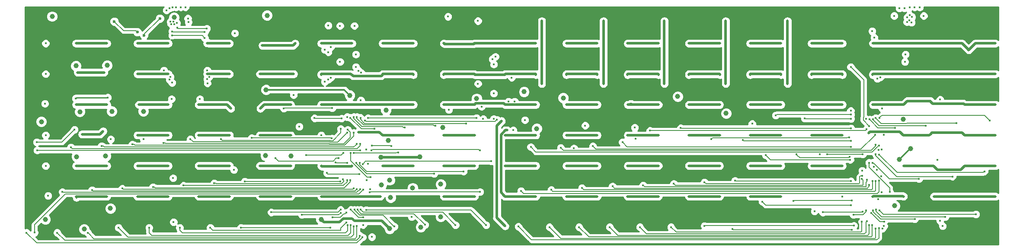
<source format=gbr>
G04 #@! TF.GenerationSoftware,KiCad,Pcbnew,(5.0.1-3-g963ef8bb5)*
G04 #@! TF.CreationDate,2019-06-17T09:36:16+02:00*
G04 #@! TF.ProjectId,cz19-badge,637A31392D62616467652E6B69636164,rev?*
G04 #@! TF.SameCoordinates,Original*
G04 #@! TF.FileFunction,Copper,L3,Inr,Plane*
G04 #@! TF.FilePolarity,Positive*
%FSLAX46Y46*%
G04 Gerber Fmt 4.6, Leading zero omitted, Abs format (unit mm)*
G04 Created by KiCad (PCBNEW (5.0.1-3-g963ef8bb5)) date 2019 June 17, Monday 09:36:16*
%MOMM*%
%LPD*%
G01*
G04 APERTURE LIST*
G04 #@! TA.AperFunction,ViaPad*
%ADD10C,0.450000*%
G04 #@! TD*
G04 #@! TA.AperFunction,ViaPad*
%ADD11C,1.000000*%
G04 #@! TD*
G04 #@! TA.AperFunction,ViaPad*
%ADD12C,0.600000*%
G04 #@! TD*
G04 #@! TA.AperFunction,Conductor*
%ADD13C,0.300000*%
G04 #@! TD*
G04 #@! TA.AperFunction,Conductor*
%ADD14C,0.500000*%
G04 #@! TD*
G04 #@! TA.AperFunction,Conductor*
%ADD15C,0.150000*%
G04 #@! TD*
G04 #@! TA.AperFunction,Conductor*
%ADD16C,0.250000*%
G04 #@! TD*
G04 #@! TA.AperFunction,Conductor*
%ADD17C,0.254000*%
G04 #@! TD*
G04 APERTURE END LIST*
D10*
G04 #@! TO.N,3V3*
X101800000Y-72900000D03*
X59600000Y-74800000D03*
X56900000Y-70900000D03*
X75900000Y-70700000D03*
X82500000Y-86000000D03*
X131000000Y-90400000D03*
X83000000Y-79400000D03*
X239000000Y-109500000D03*
X218600000Y-72100000D03*
X131900000Y-114700000D03*
G04 #@! TO.N,Net-(D1-Pad4)*
X143700000Y-89600000D03*
G04 #@! TO.N,GND*
X227500000Y-72700000D03*
X228000000Y-72000000D03*
X167600000Y-85100000D03*
D11*
X64300000Y-81600000D03*
X70400000Y-81500000D03*
X65050002Y-90600000D03*
X57525000Y-92558364D03*
X64400000Y-99400000D03*
X70100000Y-99300000D03*
X58300000Y-111700000D03*
X101500000Y-86300000D03*
X83500000Y-72100000D03*
D10*
X179500000Y-85100000D03*
X191500000Y-85100000D03*
X203600000Y-85100000D03*
X155500000Y-85100000D03*
D11*
X124100000Y-104900000D03*
X125400000Y-96200000D03*
X112300000Y-111700000D03*
X117900000Y-87400000D03*
X101400000Y-99200000D03*
D10*
X224500000Y-71800000D03*
X230300000Y-71800000D03*
D11*
X77500008Y-90500000D03*
D10*
X86200000Y-72300000D03*
X225500000Y-70300000D03*
X226500000Y-70300000D03*
X227900000Y-73100000D03*
X227000000Y-73000000D03*
X82600000Y-70300000D03*
X84000000Y-73200000D03*
X82000000Y-70700000D03*
X86300000Y-73000000D03*
X83500000Y-73400000D03*
X82900000Y-73400000D03*
X82800000Y-72900000D03*
X83400000Y-72900000D03*
D11*
X71300000Y-90500000D03*
X59621759Y-71921759D03*
D10*
X85700000Y-70100000D03*
X84800000Y-70100000D03*
D11*
X101721760Y-71721759D03*
D10*
X227527305Y-71627305D03*
X227532380Y-70124990D03*
X228500000Y-70124990D03*
X229500000Y-70124990D03*
X227077303Y-72077305D03*
X83900000Y-70100000D03*
X83200000Y-70100000D03*
X143000000Y-85100000D03*
X191500000Y-72800010D03*
X143000002Y-72800010D03*
X155500000Y-72800010D03*
X179500000Y-72800010D03*
X167600000Y-72800010D03*
X203600000Y-72800010D03*
D11*
X125700008Y-113500000D03*
X65900000Y-113600000D03*
D10*
G04 #@! TO.N,Net-(D10-Pad2)*
X109350000Y-99100000D03*
X116646446Y-98646446D03*
G04 #@! TO.N,Net-(D65-Pad4)*
X238350000Y-83200000D03*
X244300000Y-83200000D03*
X58350000Y-83200000D03*
X94350000Y-83200000D03*
X226350000Y-83200000D03*
X76300000Y-83200000D03*
X100300000Y-83200000D03*
X232300000Y-83200000D03*
X89950000Y-83150000D03*
X106900000Y-83200000D03*
X136300000Y-83350010D03*
X214350000Y-83350010D03*
X130350000Y-83350010D03*
X178350000Y-83350010D03*
X190350000Y-83350010D03*
X112300000Y-83350010D03*
X202350000Y-83350010D03*
X154350000Y-83350010D03*
X166350000Y-83350010D03*
X118350000Y-83350010D03*
X208300000Y-83350010D03*
X124300000Y-83350010D03*
X220300000Y-83350010D03*
X196300000Y-83350010D03*
X142350000Y-83350010D03*
X172300000Y-83350010D03*
X160300000Y-83350010D03*
X184300000Y-83350010D03*
X148300000Y-83350010D03*
X82344945Y-83213902D03*
X69800000Y-82900000D03*
X64600000Y-82900000D03*
X150200000Y-88575000D03*
G04 #@! TO.N,Net-(D100-Pad2)*
X118629926Y-105650000D03*
X73350000Y-105650000D03*
G04 #@! TO.N,Net-(D100-Pad4)*
X70350000Y-89200000D03*
X82350000Y-89200000D03*
X106350000Y-89200000D03*
X118350000Y-89200000D03*
X130350000Y-89200000D03*
X142350000Y-89200000D03*
X154350000Y-89200000D03*
X166350000Y-89200000D03*
X178350000Y-89200000D03*
X190350000Y-89200000D03*
X202350000Y-89200000D03*
X214350000Y-89200000D03*
X226350000Y-89200000D03*
X64300000Y-89200000D03*
X88300000Y-89200000D03*
X112300000Y-89200000D03*
X124300000Y-89200000D03*
X136300000Y-89200000D03*
X148300000Y-89200000D03*
X160300000Y-89200000D03*
X184300000Y-89200000D03*
X196300000Y-89200000D03*
X208300000Y-89200000D03*
X220300000Y-89200000D03*
X238350000Y-89200000D03*
X244300000Y-89200000D03*
X76600000Y-89200000D03*
X58199990Y-89000000D03*
X94599998Y-89949990D03*
X100399998Y-89949990D03*
X231500000Y-88500000D03*
X173100000Y-89074988D03*
G04 #@! TO.N,Net-(D121-Pad2)*
X199350000Y-99100000D03*
X215900000Y-99999998D03*
G04 #@! TO.N,Net-(D122-Pad2)*
X215800000Y-99400000D03*
X205350000Y-98950010D03*
G04 #@! TO.N,Net-(D123-Pad2)*
X211350000Y-98950012D03*
X218322512Y-98950010D03*
G04 #@! TO.N,Net-(D124-Pad2)*
X218225002Y-102143202D03*
G04 #@! TO.N,Net-(D125-Pad2)*
X223625001Y-106300000D03*
X219600000Y-100574990D03*
G04 #@! TO.N,Net-(D126-Pad2)*
X229350000Y-103750000D03*
X220300000Y-100574990D03*
G04 #@! TO.N,Net-(D127-Pad2)*
X235900000Y-103300000D03*
X220900000Y-98900000D03*
G04 #@! TO.N,ESP_FLASH*
X88550000Y-88100000D03*
X83000000Y-88100000D03*
G04 #@! TO.N,ESP_EN*
X89900000Y-74300000D03*
X84100000Y-74150004D03*
G04 #@! TO.N,ESP_RX*
X89500000Y-76150000D03*
X83100000Y-75650008D03*
D12*
X80700000Y-72300000D03*
X77600000Y-75600000D03*
D10*
G04 #@! TO.N,ESP_TX*
X89500000Y-74950000D03*
X83100000Y-74849987D03*
D12*
X71800000Y-72900000D03*
X76300000Y-75000000D03*
D10*
G04 #@! TO.N,Net-(D128-Pad2)*
X221572380Y-98988040D03*
X242175001Y-102275009D03*
G04 #@! TO.N,Net-(D130-Pad2)*
X119915922Y-105751918D03*
X61625001Y-106300000D03*
G04 #@! TO.N,Net-(D131-Pad2)*
X119265721Y-105765721D03*
X67425001Y-105950000D03*
G04 #@! TO.N,Net-(D161-Pad4)*
X238350000Y-101200000D03*
X244300000Y-101200000D03*
X58350000Y-101200000D03*
X70350000Y-101200000D03*
X82350000Y-101200000D03*
X94350000Y-101200000D03*
X106350000Y-101200000D03*
X130350000Y-101200000D03*
X142350000Y-101200000D03*
X154350000Y-101200000D03*
X166350000Y-101200000D03*
X178350000Y-101200000D03*
X190350000Y-101200000D03*
X202350000Y-101200000D03*
X214350000Y-101200000D03*
X64300000Y-101200000D03*
X76300000Y-101200000D03*
X88300000Y-101200000D03*
X100300000Y-101200000D03*
X112300000Y-101200000D03*
X124300000Y-101200000D03*
X136300000Y-101200000D03*
X148300000Y-101200000D03*
X160300000Y-101200000D03*
X172300000Y-101200000D03*
X184300000Y-101200000D03*
X196300000Y-101200000D03*
X208300000Y-101200000D03*
X226350000Y-101200000D03*
X233000000Y-102000000D03*
X118349987Y-101199987D03*
X220500000Y-101400000D03*
X149900000Y-94200000D03*
D11*
G04 #@! TO.N,VCC*
X130220000Y-105525000D03*
X125900000Y-107400000D03*
X135700000Y-104800000D03*
X135700000Y-111200000D03*
X131600000Y-99400000D03*
X71038711Y-109525220D03*
X124000000Y-99500000D03*
X124992859Y-90277011D03*
X125717935Y-104004782D03*
X224616635Y-109033363D03*
X225525000Y-99900000D03*
X227699999Y-97800000D03*
X136100000Y-93650009D03*
X182100000Y-87600000D03*
X226300000Y-92100000D03*
X191600000Y-90900000D03*
X106350000Y-99300000D03*
X142750000Y-88000000D03*
X152022959Y-86679128D03*
X154500000Y-93900000D03*
X131800000Y-113200000D03*
X159700000Y-87900000D03*
D10*
G04 #@! TO.N,VUSB_SENSE*
X95400000Y-75200000D03*
X95200000Y-102000004D03*
G04 #@! TO.N,VBAT_SENSE*
X137300000Y-90200000D03*
X137141942Y-71950010D03*
G04 #@! TO.N,BTN_UP*
X82575002Y-84300001D03*
X70499996Y-87800000D03*
X64200000Y-88000000D03*
X89938768Y-84211934D03*
G04 #@! TO.N,BTN_DOWN*
X90024999Y-85000000D03*
X83100000Y-84900000D03*
G04 #@! TO.N,BTN_LEFT*
X56592706Y-96549813D03*
X64000000Y-94100000D03*
X90000000Y-82500000D03*
X81500000Y-82500000D03*
G04 #@! TO.N,BTN_RIGHT*
X71100000Y-96000000D03*
X77499994Y-96000000D03*
X90350000Y-83775010D03*
X82781945Y-83728492D03*
G04 #@! TO.N,BTN_A*
X220200002Y-74800000D03*
X233500000Y-88200000D03*
G04 #@! TO.N,BTN_B*
X220600000Y-76100000D03*
X233000000Y-100000000D03*
G04 #@! TO.N,Net-(D1-Pad1)*
X54600000Y-114300000D03*
X120400000Y-115200000D03*
G04 #@! TO.N,Net-(D1-Pad3)*
X56700000Y-98150000D03*
X119900000Y-98200000D03*
G04 #@! TO.N,Net-(D1-Pad2)*
X120496446Y-105903554D03*
X56175001Y-114274999D03*
G04 #@! TO.N,Net-(D130-Pad1)*
X60600000Y-114300000D03*
X119885494Y-114891297D03*
G04 #@! TO.N,Net-(D130-Pad3)*
X63300000Y-97550000D03*
X119900000Y-96900000D03*
G04 #@! TO.N,Net-(D131-Pad1)*
X119300000Y-113000000D03*
X66601990Y-114302321D03*
G04 #@! TO.N,Net-(D131-Pad3)*
X69300000Y-97300000D03*
X119300000Y-96900000D03*
G04 #@! TO.N,Net-(D100-Pad1)*
X72600000Y-113300000D03*
X118700593Y-113026957D03*
G04 #@! TO.N,Net-(D100-Pad3)*
X75300000Y-97000000D03*
X118674990Y-94693092D03*
G04 #@! TO.N,Net-(D101-Pad1)*
X78600000Y-113300000D03*
X118100000Y-112800000D03*
G04 #@! TO.N,Net-(D101-Pad3)*
X81450000Y-96700000D03*
X117499250Y-94115498D03*
G04 #@! TO.N,Net-(D101-Pad2)*
X79350000Y-105350000D03*
X118000000Y-104000000D03*
G04 #@! TO.N,Net-(D102-Pad1)*
X84600000Y-113300000D03*
X117499997Y-112800000D03*
G04 #@! TO.N,Net-(D102-Pad3)*
X86700000Y-95950000D03*
X117357560Y-94714722D03*
G04 #@! TO.N,Net-(D102-Pad2)*
X85350000Y-105050000D03*
X117400000Y-104000004D03*
G04 #@! TO.N,Net-(D103-Pad1)*
X90600000Y-113300000D03*
X117200000Y-112280382D03*
G04 #@! TO.N,Net-(D103-Pad3)*
X116129954Y-93954159D03*
X92700000Y-95950000D03*
G04 #@! TO.N,Net-(D103-Pad2)*
X91350000Y-104600000D03*
X116517799Y-103837612D03*
G04 #@! TO.N,Net-(D104-Pad1)*
X96600000Y-113300000D03*
X114100000Y-113300000D03*
G04 #@! TO.N,Net-(D104-Pad3)*
X98700000Y-95725010D03*
X114350010Y-95825010D03*
G04 #@! TO.N,Net-(D104-Pad2)*
X97350000Y-104250000D03*
X116081968Y-104249990D03*
G04 #@! TO.N,Net-(D105-Pad1)*
X102524999Y-110300000D03*
X116100000Y-109800000D03*
G04 #@! TO.N,Net-(D105-Pad3)*
X114434305Y-89864874D03*
X104974988Y-89949990D03*
G04 #@! TO.N,Net-(D105-Pad2)*
X103350000Y-99700000D03*
X115700000Y-99700000D03*
G04 #@! TO.N,Net-(D10-Pad1)*
X108524999Y-110800000D03*
X116118197Y-110418200D03*
G04 #@! TO.N,Net-(D10-Pad3)*
X116263735Y-91905719D03*
X111000000Y-91850000D03*
G04 #@! TO.N,Net-(D107-Pad1)*
X114524999Y-111300000D03*
X117200000Y-110378554D03*
G04 #@! TO.N,Net-(D107-Pad3)*
X117400000Y-91600000D03*
G04 #@! TO.N,Net-(D107-Pad2)*
X117400000Y-100575001D03*
X115141671Y-100499988D03*
G04 #@! TO.N,Net-(D108-Pad1)*
X120524999Y-111320723D03*
X118100000Y-109800000D03*
G04 #@! TO.N,Net-(D108-Pad3)*
X118000000Y-91775002D03*
X122700000Y-93950032D03*
G04 #@! TO.N,Net-(D108-Pad2)*
X122000000Y-103400000D03*
X118097415Y-98698899D03*
G04 #@! TO.N,Net-(D109-Pad1)*
X118824993Y-109800000D03*
X126632061Y-113095870D03*
G04 #@! TO.N,Net-(D109-Pad3)*
X118700000Y-91600000D03*
X128700000Y-93650021D03*
G04 #@! TO.N,Net-(D109-Pad2)*
X127350000Y-98600000D03*
X118700000Y-98700000D03*
G04 #@! TO.N,Net-(D110-Pad1)*
X119424996Y-109800000D03*
X132652713Y-112762348D03*
G04 #@! TO.N,Net-(D110-Pad3)*
X119300000Y-91600000D03*
X134700000Y-93350010D03*
G04 #@! TO.N,Net-(D110-Pad2)*
X134400000Y-102724999D03*
X119200000Y-100600000D03*
G04 #@! TO.N,Net-(D111-Pad1)*
X138600000Y-112800000D03*
X120024999Y-109800000D03*
G04 #@! TO.N,Net-(D111-Pad3)*
X119989091Y-91775104D03*
X140700000Y-92950010D03*
G04 #@! TO.N,Net-(D111-Pad2)*
X140175001Y-102274999D03*
X119885442Y-100631422D03*
G04 #@! TO.N,Net-(D112-Pad1)*
X144600000Y-112800000D03*
X121100000Y-109820702D03*
G04 #@! TO.N,Net-(D112-Pad3)*
X146700000Y-92150000D03*
X120900000Y-92300000D03*
G04 #@! TO.N,Net-(D112-Pad2)*
X145625001Y-100300000D03*
X120443598Y-100851596D03*
G04 #@! TO.N,Net-(D113-Pad1)*
X150900000Y-113100000D03*
X221500000Y-113400000D03*
G04 #@! TO.N,Net-(D113-Pad3)*
X153350000Y-97500000D03*
X221500000Y-97200000D03*
G04 #@! TO.N,Net-(D113-Pad2)*
X151425001Y-106100000D03*
X221500000Y-104100000D03*
G04 #@! TO.N,Net-(D114-Pad1)*
X220900000Y-113500000D03*
X157000000Y-113200000D03*
G04 #@! TO.N,Net-(D114-Pad3)*
X159200000Y-97650000D03*
X220900000Y-97100000D03*
G04 #@! TO.N,Net-(D114-Pad2)*
X157350000Y-105900000D03*
X220900000Y-104200000D03*
G04 #@! TO.N,Net-(D115-Pad1)*
X220200000Y-112824998D03*
X162800000Y-113200000D03*
G04 #@! TO.N,Net-(D115-Pad3)*
X165500000Y-97350000D03*
X220800000Y-95125010D03*
G04 #@! TO.N,Net-(D115-Pad2)*
X163350000Y-105500000D03*
X220300000Y-104200002D03*
G04 #@! TO.N,Net-(D116-Pad1)*
X219600000Y-112824998D03*
X168800000Y-113200000D03*
G04 #@! TO.N,Net-(D116-Pad3)*
X216024999Y-97450000D03*
X171300000Y-96550000D03*
G04 #@! TO.N,Net-(D116-Pad2)*
X169350000Y-105200000D03*
X219600000Y-104900000D03*
G04 #@! TO.N,Net-(D117-Pad1)*
X219200000Y-112020743D03*
X174700000Y-113200000D03*
G04 #@! TO.N,Net-(D117-Pad3)*
X176700000Y-94300000D03*
X219100000Y-94000000D03*
G04 #@! TO.N,Net-(D117-Pad2)*
X219203554Y-103903554D03*
X175350000Y-105000000D03*
G04 #@! TO.N,Net-(D118-Pad1)*
X218189947Y-112168274D03*
X180800000Y-113200000D03*
G04 #@! TO.N,Net-(D118-Pad3)*
X216024999Y-93830380D03*
X182700000Y-93800000D03*
G04 #@! TO.N,Net-(D118-Pad2)*
X218181788Y-103752898D03*
X181350000Y-104700000D03*
G04 #@! TO.N,Net-(D119-Pad1)*
X216596446Y-112903554D03*
X187350000Y-112950000D03*
G04 #@! TO.N,Net-(D119-Pad3)*
X215700000Y-95600004D03*
X188700000Y-95949992D03*
G04 #@! TO.N,Net-(D119-Pad2)*
X218225583Y-103154497D03*
X187350000Y-104400000D03*
G04 #@! TO.N,Net-(D120-Pad1)*
X216200000Y-113750000D03*
X192800000Y-113600000D03*
G04 #@! TO.N,Net-(D120-Pad3)*
X216025861Y-96295639D03*
X194900000Y-96150000D03*
G04 #@! TO.N,Net-(D120-Pad2)*
X216024999Y-104200000D03*
X193350000Y-104100000D03*
G04 #@! TO.N,Net-(D121-Pad1)*
X216024999Y-108900000D03*
X198650000Y-108200000D03*
G04 #@! TO.N,Net-(D121-Pad3)*
X216024999Y-91100000D03*
X201300000Y-91300000D03*
G04 #@! TO.N,Net-(D122-Pad1)*
X216171447Y-107971446D03*
X204784980Y-108050000D03*
G04 #@! TO.N,Net-(D122-Pad3)*
X216024999Y-92000000D03*
X206950000Y-91900000D03*
G04 #@! TO.N,Net-(D123-Pad1)*
X210524999Y-110300000D03*
X218300000Y-110200000D03*
G04 #@! TO.N,Net-(D123-Pad3)*
X216000000Y-90400000D03*
G04 #@! TO.N,Net-(D124-Pad1)*
X216524999Y-110800000D03*
X219000000Y-109899999D03*
G04 #@! TO.N,Net-(D124-Pad3)*
X219000000Y-92000000D03*
G04 #@! TO.N,Net-(D125-Pad1)*
X222524999Y-112124999D03*
X219973404Y-110400949D03*
G04 #@! TO.N,Net-(D125-Pad3)*
X219700000Y-92100000D03*
X224700000Y-93750000D03*
G04 #@! TO.N,Net-(D126-Pad1)*
X228524999Y-111650000D03*
X220369546Y-109950306D03*
G04 #@! TO.N,Net-(D126-Pad3)*
X230700000Y-93300000D03*
X220334085Y-92099386D03*
G04 #@! TO.N,Net-(D127-Pad1)*
X234524999Y-111200000D03*
X220949505Y-109783900D03*
G04 #@! TO.N,Net-(D127-Pad3)*
X236700000Y-92800000D03*
X220900000Y-91800002D03*
G04 #@! TO.N,Net-(D128-Pad1)*
X240524999Y-110700000D03*
X221600000Y-109900000D03*
G04 #@! TO.N,Net-(D128-Pad3)*
X243250010Y-92300000D03*
X221600000Y-91800000D03*
G04 #@! TO.N,Net-(D33-Pad4)*
X239100000Y-78500000D03*
X100900002Y-77600000D03*
X107200000Y-77200000D03*
X64300000Y-77200000D03*
X76300000Y-77200000D03*
X244300000Y-77200000D03*
X232300000Y-77200000D03*
X220300000Y-77200000D03*
X208300000Y-77200000D03*
X196300000Y-77200000D03*
X184300000Y-77200000D03*
X172300000Y-77200000D03*
X160300000Y-77200000D03*
X124300000Y-77200000D03*
X136300000Y-77200000D03*
X148300000Y-77200000D03*
X112300000Y-77200000D03*
X89950000Y-77150000D03*
X142350000Y-77200000D03*
X214350000Y-77200000D03*
X130350000Y-77200000D03*
X154350000Y-77200000D03*
X190350000Y-77200000D03*
X166350000Y-77200000D03*
X70350000Y-77200000D03*
X94350000Y-77200000D03*
X226350000Y-77200000D03*
X202350000Y-77200000D03*
X82350000Y-77200000D03*
X118350000Y-77200000D03*
X58350000Y-77200000D03*
X178350000Y-77200000D03*
X149000000Y-88575000D03*
G04 #@! TO.N,Net-(D129-Pad4)*
X58350000Y-95200000D03*
X82350000Y-95200000D03*
X94350000Y-95200000D03*
X106350000Y-95200000D03*
X130350000Y-95200000D03*
X142350000Y-95200000D03*
X154350000Y-95200000D03*
X166350000Y-95200000D03*
X178350000Y-95200000D03*
X190350000Y-95200000D03*
X202350000Y-95200000D03*
X214350000Y-95200000D03*
X226350000Y-95200000D03*
X76300000Y-95200000D03*
X88300000Y-95200000D03*
X100300000Y-95200000D03*
X112300000Y-95200000D03*
X124300000Y-95200000D03*
X136300000Y-95200000D03*
X148300000Y-95200000D03*
X160300000Y-95200000D03*
X172300000Y-95200000D03*
X184300000Y-95200000D03*
X196300000Y-95200000D03*
X208300000Y-95200000D03*
X238350000Y-95200000D03*
X244300000Y-95200000D03*
X219499994Y-94800000D03*
X231900000Y-94700000D03*
X65500000Y-95000000D03*
X69600000Y-94400000D03*
X119600024Y-94600000D03*
G04 #@! TO.N,Net-(D193-Pad4)*
X238350000Y-107200000D03*
X244300000Y-107200000D03*
X70350000Y-107200000D03*
X82350000Y-107200000D03*
X94350000Y-107200000D03*
X106350000Y-107200000D03*
X142350000Y-107200000D03*
X154350000Y-107200000D03*
X166350000Y-107200000D03*
X178350000Y-107200000D03*
X190350000Y-107200000D03*
X202350000Y-107200000D03*
X214350000Y-107200000D03*
X226350000Y-107200000D03*
X76300000Y-107200000D03*
X88300000Y-107200000D03*
X100300000Y-107200000D03*
X112300000Y-107200000D03*
X136300000Y-107200000D03*
X148300000Y-107200000D03*
X160300000Y-107200000D03*
X172300000Y-107200000D03*
X184300000Y-107200000D03*
X196300000Y-107200000D03*
X220300000Y-107200000D03*
X232300000Y-107200000D03*
X58825040Y-107050000D03*
X208900000Y-110100000D03*
X123900000Y-107200000D03*
X120000000Y-107199992D03*
X64400001Y-107400003D03*
X148700000Y-94200000D03*
X130000000Y-111200000D03*
G04 #@! TO.N,Net-(D225-Pad4)*
X147600000Y-92400000D03*
X148300000Y-113000000D03*
G04 #@! TO.N,Net-(Q3-Pad3)*
X83400000Y-112215020D03*
X83300000Y-103600000D03*
G04 #@! TO.N,SDA*
X226725002Y-79349999D03*
X233500000Y-112000000D03*
X119100000Y-79349999D03*
X118800000Y-73749990D03*
G04 #@! TO.N,SCL*
X226600000Y-80800000D03*
X234000000Y-113000000D03*
X116000000Y-80800000D03*
X116000000Y-73749990D03*
G04 #@! TO.N,G0*
X113700000Y-78899998D03*
X113700000Y-84300000D03*
X119800000Y-102800000D03*
X113400000Y-102600000D03*
X113700000Y-73700000D03*
G04 #@! TO.N,R1*
X143400000Y-106300000D03*
X121799991Y-106400066D03*
G04 #@! TO.N,HUB75_OE*
X222171446Y-89971446D03*
X221200000Y-84100000D03*
X222024999Y-98000000D03*
X221100000Y-102000000D03*
X120062660Y-88315375D03*
X121443609Y-100800000D03*
X221400000Y-107725010D03*
X149600000Y-83900000D03*
X152200000Y-92212017D03*
X120100000Y-82950010D03*
G04 #@! TO.N,HUB75_LAT*
X216000000Y-81800000D03*
X219600000Y-93400000D03*
X222084764Y-106362051D03*
X221435593Y-98112268D03*
X121100000Y-98000000D03*
X119100000Y-81800000D03*
X120500000Y-112779284D03*
X222191505Y-113499319D03*
X121200000Y-104000004D03*
G04 #@! TO.N,CLK*
X122225002Y-97200000D03*
X122225002Y-115128292D03*
X126023539Y-97300000D03*
X222000000Y-103200000D03*
X222508703Y-112985494D03*
X121881006Y-105805548D03*
X222482572Y-95125010D03*
X221800000Y-83825000D03*
X119623263Y-82550010D03*
G04 #@! TO.N,HUB75_R0*
X113000000Y-78449997D03*
X113000000Y-84700000D03*
G04 #@! TO.N,G1*
X143400000Y-98200000D03*
X122100010Y-98200000D03*
X209900000Y-98950000D03*
X161800000Y-97750000D03*
G04 #@! TO.N,B1*
X121474410Y-91831518D03*
X196700000Y-92949999D03*
X173900000Y-95900000D03*
X142700000Y-91800000D03*
G04 #@! TO.N,B0*
X114200000Y-77900000D03*
X114200000Y-83900000D03*
G04 #@! TO.N,C*
X146100000Y-81300000D03*
X146100000Y-87000000D03*
G04 #@! TO.N,A*
X146400000Y-79800000D03*
X146100000Y-92000000D03*
G04 #@! TO.N,B*
X145850000Y-80300000D03*
X144024999Y-92000000D03*
G04 #@! TO.N,Net-(R33-Pad2)*
X108000000Y-93500000D03*
X106900000Y-87300000D03*
G04 #@! TO.N,GND_PROT*
X164000000Y-93300000D03*
X173700000Y-93700000D03*
G04 #@! TD*
D13*
G04 #@! TO.N,GND*
X116800000Y-86300000D02*
X117900000Y-87400000D01*
X101500000Y-86300000D02*
X116800000Y-86300000D01*
D14*
X155500000Y-85100000D02*
X155500000Y-72800010D01*
X167600000Y-85100000D02*
X167600000Y-72800010D01*
X203600000Y-85100000D02*
X203600000Y-72800010D01*
X191500000Y-85100000D02*
X191500000Y-72800010D01*
X179500000Y-85100000D02*
X179500000Y-72800010D01*
X116600000Y-111500000D02*
X118314202Y-111500000D01*
X112300000Y-111700000D02*
X112799999Y-112199999D01*
X112799999Y-112199999D02*
X115900001Y-112199999D01*
X118809926Y-111995724D02*
X124195732Y-111995724D01*
X115900001Y-112199999D02*
X116600000Y-111500000D01*
X118314202Y-111500000D02*
X118809926Y-111995724D01*
X124195732Y-111995724D02*
X125200009Y-113000001D01*
X125200009Y-113000001D02*
X125700008Y-113500000D01*
D15*
G04 #@! TO.N,Net-(D10-Pad2)*
X116646446Y-98646446D02*
X116192892Y-99100000D01*
X116192892Y-99100000D02*
X109350000Y-99100000D01*
D14*
G04 #@! TO.N,Net-(D65-Pad4)*
X238350000Y-83200000D02*
X244300000Y-83200000D01*
X226350000Y-83200000D02*
X232300000Y-83200000D01*
X124350000Y-83200000D02*
X130300000Y-83200000D01*
X136350000Y-83200000D02*
X142300000Y-83200000D01*
X148350000Y-83200000D02*
X154300000Y-83200000D01*
X160350000Y-83200000D02*
X166300000Y-83200000D01*
X172350000Y-83200000D02*
X178300000Y-83200000D01*
X184350000Y-83200000D02*
X190300000Y-83200000D01*
X196350000Y-83200000D02*
X202300000Y-83200000D01*
X208350000Y-83200000D02*
X214300000Y-83200000D01*
X220350000Y-83200000D02*
X226300000Y-83200000D01*
X232350000Y-83200000D02*
X238300000Y-83200000D01*
X142668198Y-83350010D02*
X148300000Y-83350010D01*
X142350000Y-83350010D02*
X142668198Y-83350010D01*
X118250010Y-83350010D02*
X118100000Y-83200000D01*
X118350000Y-83350010D02*
X118250010Y-83350010D01*
X112350000Y-83200000D02*
X118100000Y-83200000D01*
X64600000Y-82900000D02*
X64900000Y-82900000D01*
X64650000Y-82900000D02*
X64900000Y-82900000D01*
X69800000Y-82900000D02*
X69400000Y-82900000D01*
X64900000Y-82900000D02*
X69400000Y-82900000D01*
X76300000Y-83200000D02*
X76600000Y-83200000D01*
X76350000Y-83200000D02*
X76600000Y-83200000D01*
X82013902Y-83213902D02*
X82000000Y-83200000D01*
X82344945Y-83213902D02*
X82013902Y-83213902D01*
X82000000Y-83200000D02*
X82300000Y-83200000D01*
X76600000Y-83200000D02*
X82000000Y-83200000D01*
X89950000Y-83150000D02*
X94250000Y-83150000D01*
X94300000Y-83200000D02*
X94250000Y-83150000D01*
X94350000Y-83200000D02*
X94300000Y-83200000D01*
X100300000Y-83200000D02*
X100700000Y-83200000D01*
X100350000Y-83200000D02*
X100700000Y-83200000D01*
X106300000Y-83200000D02*
X100700000Y-83200000D01*
X106900000Y-83200000D02*
X106300000Y-83200000D01*
X112300000Y-83250000D02*
X112350000Y-83200000D01*
X112300000Y-83350010D02*
X112300000Y-83250000D01*
X124300000Y-83250000D02*
X124350000Y-83200000D01*
X124300000Y-83350010D02*
X124300000Y-83250000D01*
X130350000Y-83250000D02*
X130300000Y-83200000D01*
X130350000Y-83350010D02*
X130350000Y-83250000D01*
X136300000Y-83250000D02*
X136350000Y-83200000D01*
X136300000Y-83350010D02*
X136300000Y-83250000D01*
X142350000Y-83250000D02*
X142300000Y-83200000D01*
X142350000Y-83350010D02*
X142350000Y-83250000D01*
X148300000Y-83250000D02*
X148350000Y-83200000D01*
X148300000Y-83350010D02*
X148300000Y-83250000D01*
X154350000Y-83250000D02*
X154300000Y-83200000D01*
X154350000Y-83350010D02*
X154350000Y-83250000D01*
X160300000Y-83250000D02*
X160350000Y-83200000D01*
X160300000Y-83350010D02*
X160300000Y-83250000D01*
X166350000Y-83250000D02*
X166300000Y-83200000D01*
X166350000Y-83350010D02*
X166350000Y-83250000D01*
X172300000Y-83250000D02*
X172350000Y-83200000D01*
X172300000Y-83350010D02*
X172300000Y-83250000D01*
X178350000Y-83250000D02*
X178300000Y-83200000D01*
X178350000Y-83350010D02*
X178350000Y-83250000D01*
X184300000Y-83250000D02*
X184350000Y-83200000D01*
X184300000Y-83350010D02*
X184300000Y-83250000D01*
X190350000Y-83250000D02*
X190300000Y-83200000D01*
X190350000Y-83350010D02*
X190350000Y-83250000D01*
X196300000Y-83250000D02*
X196350000Y-83200000D01*
X196300000Y-83350010D02*
X196300000Y-83250000D01*
X202350000Y-83250000D02*
X202300000Y-83200000D01*
X202350000Y-83350010D02*
X202350000Y-83250000D01*
X208300000Y-83250000D02*
X208350000Y-83200000D01*
X208300000Y-83350010D02*
X208300000Y-83250000D01*
X214350000Y-83250000D02*
X214300000Y-83200000D01*
X214350000Y-83350010D02*
X214350000Y-83250000D01*
X220300000Y-83250000D02*
X220350000Y-83200000D01*
X220300000Y-83350010D02*
X220300000Y-83250000D01*
X118575001Y-83575011D02*
X124074999Y-83575011D01*
X118350000Y-83350010D02*
X118575001Y-83575011D01*
X124074999Y-83575011D02*
X124075001Y-83575009D01*
X124075001Y-83575009D02*
X124300000Y-83350010D01*
D15*
G04 #@! TO.N,Net-(D100-Pad2)*
X118479926Y-105800000D02*
X73500000Y-105800000D01*
X118629926Y-105650000D02*
X118479926Y-105800000D01*
X73500000Y-105800000D02*
X73350000Y-105650000D01*
D14*
G04 #@! TO.N,Net-(D100-Pad4)*
X118350000Y-89200000D02*
X124300000Y-89200000D01*
X112350000Y-89200000D02*
X118300000Y-89200000D01*
X124350000Y-89200000D02*
X130300000Y-89200000D01*
X238350000Y-89200000D02*
X244300000Y-89200000D01*
X101149988Y-89200000D02*
X100624997Y-89724991D01*
X93850008Y-89200000D02*
X94374999Y-89724991D01*
X100624997Y-89724991D02*
X100399998Y-89949990D01*
X94374999Y-89724991D02*
X94599998Y-89949990D01*
X231600000Y-88500000D02*
X231500000Y-88500000D01*
X227050000Y-88500000D02*
X231600000Y-88500000D01*
X226350000Y-89200000D02*
X227050000Y-88500000D01*
X232000000Y-89000000D02*
X238100000Y-89000000D01*
X231500000Y-88500000D02*
X232000000Y-89000000D01*
X238100000Y-89000000D02*
X238300000Y-89200000D01*
X220600000Y-89200000D02*
X226300000Y-89200000D01*
X220300000Y-89200000D02*
X220600000Y-89200000D01*
X220350000Y-89200000D02*
X220600000Y-89200000D01*
X214350000Y-89200000D02*
X214300000Y-89200000D01*
X208700000Y-89200000D02*
X214300000Y-89200000D01*
X208300000Y-89200000D02*
X208700000Y-89200000D01*
X208350000Y-89200000D02*
X208700000Y-89200000D01*
X202350000Y-89200000D02*
X202000000Y-89200000D01*
X202000000Y-89200000D02*
X202300000Y-89200000D01*
X196600000Y-89200000D02*
X202000000Y-89200000D01*
X196300000Y-89200000D02*
X196600000Y-89200000D01*
X196350000Y-89200000D02*
X196600000Y-89200000D01*
X190350000Y-89200000D02*
X189900000Y-89200000D01*
X189900000Y-89200000D02*
X190300000Y-89200000D01*
X184300000Y-89200000D02*
X184700000Y-89200000D01*
X184700000Y-89200000D02*
X189900000Y-89200000D01*
X184350000Y-89200000D02*
X184700000Y-89200000D01*
X178350000Y-89200000D02*
X178000000Y-89200000D01*
X178000000Y-89200000D02*
X178300000Y-89200000D01*
X172700000Y-89200000D02*
X178000000Y-89200000D01*
X172350000Y-89200000D02*
X172700000Y-89200000D01*
X166350000Y-89200000D02*
X166300000Y-89200000D01*
X160300000Y-89200000D02*
X160600000Y-89200000D01*
X160600000Y-89200000D02*
X166300000Y-89200000D01*
X160350000Y-89200000D02*
X160600000Y-89200000D01*
X154350000Y-89200000D02*
X153900000Y-89200000D01*
X153900000Y-89200000D02*
X154300000Y-89200000D01*
X148300000Y-89200000D02*
X148700000Y-89200000D01*
X148700000Y-89200000D02*
X153900000Y-89200000D01*
X148350000Y-89200000D02*
X148700000Y-89200000D01*
X141900000Y-89200000D02*
X142300000Y-89200000D01*
X142350000Y-89200000D02*
X141900000Y-89200000D01*
X136350000Y-89200000D02*
X141900000Y-89200000D01*
X136300000Y-89200000D02*
X136350000Y-89200000D01*
X130350000Y-89200000D02*
X130300000Y-89200000D01*
X112300000Y-89200000D02*
X112350000Y-89200000D01*
X105900000Y-89200000D02*
X101149988Y-89200000D01*
X106350000Y-89200000D02*
X105900000Y-89200000D01*
X106300000Y-89200000D02*
X105900000Y-89200000D01*
X88300000Y-89200000D02*
X88700000Y-89200000D01*
X88700000Y-89200000D02*
X93850008Y-89200000D01*
X88350000Y-89200000D02*
X88700000Y-89200000D01*
X82350000Y-89200000D02*
X81900000Y-89200000D01*
X81900000Y-89200000D02*
X82300000Y-89200000D01*
X76600000Y-89200000D02*
X81900000Y-89200000D01*
X70350000Y-89200000D02*
X70000000Y-89200000D01*
X70000000Y-89200000D02*
X70300000Y-89200000D01*
X64300000Y-89200000D02*
X64700000Y-89200000D01*
X64700000Y-89200000D02*
X70000000Y-89200000D01*
X64350000Y-89200000D02*
X64700000Y-89200000D01*
X148075001Y-88975001D02*
X148300000Y-89200000D01*
X148074999Y-88974999D02*
X148075001Y-88975001D01*
X142350000Y-89200000D02*
X142575001Y-88974999D01*
X142575001Y-88974999D02*
X148074999Y-88974999D01*
X172700000Y-89200000D02*
X172700000Y-89156790D01*
X172700000Y-89156790D02*
X172781802Y-89074988D01*
X172781802Y-89074988D02*
X173100000Y-89074988D01*
D15*
G04 #@! TO.N,Net-(D121-Pad2)*
X199350000Y-99100000D02*
X200249998Y-99999998D01*
X200249998Y-99999998D02*
X215581802Y-99999998D01*
X215581802Y-99999998D02*
X215900000Y-99999998D01*
G04 #@! TO.N,Net-(D122-Pad2)*
X206024989Y-99624999D02*
X205574999Y-99175009D01*
X215575001Y-99624999D02*
X206024989Y-99624999D01*
X205574999Y-99175009D02*
X205350000Y-98950010D01*
X215800000Y-99400000D02*
X215575001Y-99624999D01*
G04 #@! TO.N,Net-(D123-Pad2)*
X211668220Y-98949990D02*
X218004294Y-98949990D01*
X218004294Y-98949990D02*
X218004314Y-98950010D01*
X211350000Y-98950012D02*
X211668198Y-98950012D01*
X211668198Y-98950012D02*
X211668220Y-98949990D01*
X218004314Y-98950010D02*
X218322512Y-98950010D01*
G04 #@! TO.N,Net-(D125-Pad2)*
X219600000Y-100893188D02*
X219600000Y-100574990D01*
X219600000Y-101500000D02*
X219600000Y-100893188D01*
X223625001Y-106300000D02*
X223625001Y-105525001D01*
X223625001Y-105525001D02*
X219600000Y-101500000D01*
G04 #@! TO.N,Net-(D126-Pad2)*
X223550000Y-103750000D02*
X220599989Y-100799989D01*
X220599989Y-100799989D02*
X220524999Y-100799989D01*
X229350000Y-103750000D02*
X223550000Y-103750000D01*
X220524999Y-100799989D02*
X220300000Y-100574990D01*
G04 #@! TO.N,Net-(D127-Pad2)*
X235900000Y-103300000D02*
X224981802Y-103300000D01*
X220900000Y-99218198D02*
X220900000Y-98900000D01*
X224981802Y-103300000D02*
X220900000Y-99218198D01*
G04 #@! TO.N,ESP_EN*
X89900000Y-74300000D02*
X84249996Y-74300000D01*
X84249996Y-74300000D02*
X84100000Y-74150004D01*
G04 #@! TO.N,ESP_RX*
X89500000Y-76150000D02*
X89000008Y-75650008D01*
X83524264Y-75650008D02*
X83100000Y-75650008D01*
X89000008Y-75650008D02*
X83524264Y-75650008D01*
X77600000Y-75400000D02*
X77600000Y-75600000D01*
X80700000Y-72300000D02*
X77600000Y-75400000D01*
G04 #@! TO.N,ESP_TX*
X83200013Y-74950000D02*
X83100000Y-74849987D01*
X89500000Y-74950000D02*
X83200013Y-74950000D01*
X71800000Y-72900000D02*
X73600000Y-74700000D01*
X76000000Y-74700000D02*
X76300000Y-75000000D01*
X73600000Y-74700000D02*
X76000000Y-74700000D01*
G04 #@! TO.N,Net-(D128-Pad2)*
X225084348Y-102500008D02*
X241950002Y-102500008D01*
X241950002Y-102500008D02*
X242175001Y-102275009D01*
X221572380Y-98988040D02*
X225084348Y-102500008D01*
G04 #@! TO.N,Net-(D130-Pad2)*
X61725001Y-106400000D02*
X61625001Y-106300000D01*
X119267840Y-106400000D02*
X61725001Y-106400000D01*
X119915922Y-105751918D02*
X119267840Y-106400000D01*
G04 #@! TO.N,Net-(D131-Pad2)*
X67575001Y-106100000D02*
X67425001Y-105950000D01*
X118931442Y-106100000D02*
X67575001Y-106100000D01*
X119265721Y-105765721D02*
X118931442Y-106100000D01*
D14*
G04 #@! TO.N,Net-(D161-Pad4)*
X238350000Y-101200000D02*
X244300000Y-101200000D01*
X237500000Y-102000000D02*
X233318198Y-102000000D01*
X232775001Y-101775001D02*
X233000000Y-102000000D01*
X233318198Y-102000000D02*
X233000000Y-102000000D01*
X226350000Y-101200000D02*
X232200000Y-101200000D01*
X232200000Y-101200000D02*
X232775001Y-101775001D01*
X238300000Y-101200000D02*
X237500000Y-102000000D01*
X112475022Y-101325022D02*
X118174978Y-101325022D01*
X118174978Y-101325022D02*
X118300000Y-101200000D01*
X214350000Y-101200000D02*
X214000000Y-101200000D01*
X214000000Y-101200000D02*
X214300000Y-101200000D01*
X208300000Y-101200000D02*
X208700000Y-101200000D01*
X208700000Y-101200000D02*
X214000000Y-101200000D01*
X208350000Y-101200000D02*
X208700000Y-101200000D01*
X201900000Y-101200000D02*
X202300000Y-101200000D01*
X202350000Y-101200000D02*
X201900000Y-101200000D01*
X196300000Y-101200000D02*
X196700000Y-101200000D01*
X196700000Y-101200000D02*
X201900000Y-101200000D01*
X196350000Y-101200000D02*
X196700000Y-101200000D01*
X190350000Y-101200000D02*
X190300000Y-101200000D01*
X184700000Y-101200000D02*
X190300000Y-101200000D01*
X184300000Y-101200000D02*
X184700000Y-101200000D01*
X184350000Y-101200000D02*
X184700000Y-101200000D01*
X178350000Y-101200000D02*
X177800000Y-101200000D01*
X177800000Y-101200000D02*
X178300000Y-101200000D01*
X172300000Y-101200000D02*
X172800000Y-101200000D01*
X172800000Y-101200000D02*
X177800000Y-101200000D01*
X172350000Y-101200000D02*
X172800000Y-101200000D01*
X166350000Y-101200000D02*
X165900000Y-101200000D01*
X165900000Y-101200000D02*
X166300000Y-101200000D01*
X160300000Y-101200000D02*
X160700000Y-101200000D01*
X160700000Y-101200000D02*
X165900000Y-101200000D01*
X160350000Y-101200000D02*
X160700000Y-101200000D01*
X154350000Y-101200000D02*
X153800000Y-101200000D01*
X153800000Y-101200000D02*
X154300000Y-101200000D01*
X148300000Y-101200000D02*
X148700000Y-101200000D01*
X148700000Y-101200000D02*
X153800000Y-101200000D01*
X148350000Y-101200000D02*
X148700000Y-101200000D01*
X142350000Y-101200000D02*
X141900000Y-101200000D01*
X141900000Y-101200000D02*
X142300000Y-101200000D01*
X136300000Y-101200000D02*
X136800000Y-101200000D01*
X136800000Y-101200000D02*
X141900000Y-101200000D01*
X136350000Y-101200000D02*
X136800000Y-101200000D01*
X130350000Y-101200000D02*
X129700000Y-101200000D01*
X129700000Y-101200000D02*
X130300000Y-101200000D01*
X124300000Y-101200000D02*
X124800000Y-101200000D01*
X124800000Y-101200000D02*
X129700000Y-101200000D01*
X124350000Y-101200000D02*
X124800000Y-101200000D01*
X118300013Y-101199987D02*
X118174978Y-101325022D01*
X118349987Y-101199987D02*
X118300013Y-101199987D01*
X112350000Y-101200000D02*
X112475022Y-101325022D01*
X112300000Y-101200000D02*
X112350000Y-101200000D01*
X106350000Y-101200000D02*
X106000000Y-101200000D01*
X106000000Y-101200000D02*
X106300000Y-101200000D01*
X100300000Y-101200000D02*
X100700000Y-101200000D01*
X100700000Y-101200000D02*
X106000000Y-101200000D01*
X100350000Y-101200000D02*
X100700000Y-101200000D01*
X94350000Y-101200000D02*
X94000000Y-101200000D01*
X94000000Y-101200000D02*
X94300000Y-101200000D01*
X88700000Y-101200000D02*
X94000000Y-101200000D01*
X88300000Y-101200000D02*
X88700000Y-101200000D01*
X88350000Y-101200000D02*
X88700000Y-101200000D01*
X82350000Y-101200000D02*
X82000000Y-101200000D01*
X82000000Y-101200000D02*
X82300000Y-101200000D01*
X76300000Y-101200000D02*
X76600000Y-101200000D01*
X76600000Y-101200000D02*
X82000000Y-101200000D01*
X76350000Y-101200000D02*
X76600000Y-101200000D01*
X70350000Y-101200000D02*
X70300000Y-101200000D01*
X64300000Y-101200000D02*
X64800000Y-101200000D01*
X64800000Y-101200000D02*
X70300000Y-101200000D01*
X64350000Y-101200000D02*
X64800000Y-101200000D01*
D13*
G04 #@! TO.N,VCC*
X227625000Y-97800000D02*
X227699999Y-97800000D01*
X225525000Y-99900000D02*
X227625000Y-97800000D01*
D14*
X131500000Y-99500000D02*
X131600000Y-99400000D01*
X124000000Y-99500000D02*
X131500000Y-99500000D01*
D16*
G04 #@! TO.N,BTN_UP*
X64400000Y-87800000D02*
X64200000Y-88000000D01*
X70499996Y-87800000D02*
X64400000Y-87800000D01*
D15*
G04 #@! TO.N,BTN_LEFT*
X61550187Y-96549813D02*
X64000000Y-94100000D01*
X56592706Y-96549813D02*
X61550187Y-96549813D01*
G04 #@! TO.N,Net-(D1-Pad1)*
X56600000Y-116300000D02*
X119300000Y-116300000D01*
X54600000Y-114300000D02*
X56600000Y-116300000D01*
X120175001Y-115424999D02*
X120400000Y-115200000D01*
X119300000Y-116300000D02*
X120175001Y-115424999D01*
G04 #@! TO.N,Net-(D1-Pad3)*
X119850000Y-98150000D02*
X119900000Y-98200000D01*
X56700000Y-98150000D02*
X119850000Y-98150000D01*
G04 #@! TO.N,Net-(D1-Pad2)*
X62200000Y-106700000D02*
X56175001Y-112724999D01*
X56175001Y-112724999D02*
X56175001Y-114274999D01*
X119700000Y-106700000D02*
X62200000Y-106700000D01*
X120496446Y-105903554D02*
X119700000Y-106700000D01*
G04 #@! TO.N,Net-(D130-Pad1)*
X119885494Y-115209495D02*
X119885494Y-114891297D01*
X62100000Y-115800000D02*
X119294989Y-115800000D01*
X119294989Y-115800000D02*
X119885494Y-115209495D01*
X60600000Y-114300000D02*
X62100000Y-115800000D01*
G04 #@! TO.N,Net-(D130-Pad3)*
X63300000Y-97550000D02*
X63550000Y-97800000D01*
X63550000Y-97800000D02*
X119318198Y-97800000D01*
X119318198Y-97800000D02*
X119900000Y-97218198D01*
X119900000Y-97218198D02*
X119900000Y-96900000D01*
G04 #@! TO.N,Net-(D131-Pad1)*
X119300000Y-113000000D02*
X119300000Y-115100000D01*
X66826989Y-114527320D02*
X66601990Y-114302321D01*
X119300000Y-115100000D02*
X118900011Y-115499989D01*
X67799658Y-115499989D02*
X66826989Y-114527320D01*
X118900011Y-115499989D02*
X67799658Y-115499989D01*
G04 #@! TO.N,Net-(D131-Pad3)*
X69618198Y-97300000D02*
X69818198Y-97500000D01*
X69300000Y-97300000D02*
X69618198Y-97300000D01*
X119075001Y-97124999D02*
X119300000Y-96900000D01*
X69818198Y-97500000D02*
X118700000Y-97500000D01*
X118700000Y-97500000D02*
X119075001Y-97124999D01*
G04 #@! TO.N,Net-(D100-Pad1)*
X118700593Y-114699407D02*
X118700593Y-113345155D01*
X74499978Y-115199978D02*
X118200022Y-115199978D01*
X118200022Y-115199978D02*
X118700593Y-114699407D01*
X72600000Y-113300000D02*
X74499978Y-115199978D01*
X118700593Y-113345155D02*
X118700593Y-113026957D01*
G04 #@! TO.N,Net-(D100-Pad3)*
X118674990Y-95363140D02*
X118674990Y-95011290D01*
X75300000Y-97000000D02*
X75700000Y-97000000D01*
X116863085Y-97175045D02*
X118674990Y-95363140D01*
X118674990Y-95011290D02*
X118674990Y-94693092D01*
X113748681Y-97162522D02*
X113761204Y-97175045D01*
X113761204Y-97175045D02*
X116863085Y-97175045D01*
X75862522Y-97162522D02*
X113748681Y-97162522D01*
X75700000Y-97000000D02*
X75862522Y-97162522D01*
G04 #@! TO.N,Net-(D101-Pad1)*
X117600000Y-114800000D02*
X118100000Y-114300000D01*
X79100000Y-114800000D02*
X117600000Y-114800000D01*
X118100000Y-114300000D02*
X118100000Y-112800000D01*
X78600000Y-114300000D02*
X79100000Y-114800000D01*
X78600000Y-113300000D02*
X78600000Y-114300000D01*
G04 #@! TO.N,Net-(D101-Pad3)*
X113810438Y-96800000D02*
X113885472Y-96875034D01*
X116724966Y-96875034D02*
X117976090Y-95623910D01*
X81768198Y-96700000D02*
X81868198Y-96800000D01*
X117724249Y-94340497D02*
X117499250Y-94115498D01*
X113885472Y-96875034D02*
X116724966Y-96875034D01*
X117976090Y-94592338D02*
X117724249Y-94340497D01*
X81450000Y-96700000D02*
X81768198Y-96700000D01*
X81868198Y-96800000D02*
X113810438Y-96800000D01*
X117976090Y-95623910D02*
X117976090Y-94592338D01*
G04 #@! TO.N,Net-(D101-Pad2)*
X79818198Y-105500000D02*
X116818198Y-105500000D01*
X118000000Y-104318198D02*
X118000000Y-104000000D01*
X79668198Y-105350000D02*
X79818198Y-105500000D01*
X79350000Y-105350000D02*
X79668198Y-105350000D01*
X116818198Y-105500000D02*
X118000000Y-104318198D01*
G04 #@! TO.N,Net-(D102-Pad1)*
X85100000Y-114300000D02*
X117100000Y-114300000D01*
X84600000Y-113800000D02*
X85100000Y-114300000D01*
X117499997Y-113900003D02*
X117499997Y-112800000D01*
X117100000Y-114300000D02*
X117499997Y-113900003D01*
X84600000Y-113300000D02*
X84600000Y-113800000D01*
G04 #@! TO.N,Net-(D102-Pad3)*
X117132561Y-94939721D02*
X117357560Y-94714722D01*
X113934717Y-96500000D02*
X114009740Y-96575023D01*
X115497259Y-96575023D02*
X117132561Y-94939721D01*
X114009740Y-96575023D02*
X115497259Y-96575023D01*
X87250000Y-96500000D02*
X113934717Y-96500000D01*
X86700000Y-95950000D02*
X87250000Y-96500000D01*
G04 #@! TO.N,Net-(D102-Pad2)*
X117400000Y-104318202D02*
X117400000Y-104000004D01*
X85350000Y-105050000D02*
X116668202Y-105050000D01*
X116668202Y-105050000D02*
X117400000Y-104318202D01*
G04 #@! TO.N,Net-(D103-Pad1)*
X90600000Y-113300000D02*
X91100000Y-113800000D01*
X91100000Y-113800000D02*
X116100000Y-113800000D01*
X116100000Y-113380382D02*
X117200000Y-112280382D01*
X116100000Y-113800000D02*
X116100000Y-113380382D01*
G04 #@! TO.N,Net-(D103-Pad3)*
X116129954Y-93954159D02*
X116129954Y-94711070D01*
X114566012Y-96275012D02*
X114134008Y-96275012D01*
X92924999Y-96174999D02*
X92700000Y-95950000D01*
X114134008Y-96275012D02*
X114058996Y-96200000D01*
X114058996Y-96200000D02*
X92950000Y-96200000D01*
X92950000Y-96200000D02*
X92924999Y-96174999D01*
X116129954Y-94711070D02*
X114566012Y-96275012D01*
G04 #@! TO.N,Net-(D103-Pad2)*
X116742798Y-104062611D02*
X116517799Y-103837612D01*
X116325732Y-104700000D02*
X116742798Y-104282934D01*
X91668198Y-104600000D02*
X91768198Y-104700000D01*
X91768198Y-104700000D02*
X116325732Y-104700000D01*
X116742798Y-104282934D02*
X116742798Y-104062611D01*
X91350000Y-104600000D02*
X91668198Y-104600000D01*
G04 #@! TO.N,Net-(D104-Pad1)*
X96600000Y-113300000D02*
X114100000Y-113300000D01*
G04 #@! TO.N,Net-(D104-Pad3)*
X98700000Y-95725010D02*
X114250010Y-95725010D01*
X114250010Y-95725010D02*
X114350010Y-95825010D01*
G04 #@! TO.N,Net-(D104-Pad2)*
X97350000Y-104250000D02*
X116081958Y-104250000D01*
X116081958Y-104250000D02*
X116081968Y-104249990D01*
G04 #@! TO.N,Net-(D105-Pad1)*
X115600000Y-110300000D02*
X116100000Y-109800000D01*
X102524999Y-110300000D02*
X115600000Y-110300000D01*
G04 #@! TO.N,Net-(D105-Pad3)*
X114434305Y-89864874D02*
X105060104Y-89864874D01*
X105060104Y-89864874D02*
X104974988Y-89949990D01*
G04 #@! TO.N,Net-(D105-Pad2)*
X114649999Y-100250000D02*
X115199999Y-99700000D01*
X115199999Y-99700000D02*
X115381802Y-99700000D01*
X103900000Y-100250000D02*
X114649999Y-100250000D01*
X103350000Y-99700000D02*
X103900000Y-100250000D01*
X115381802Y-99700000D02*
X115700000Y-99700000D01*
G04 #@! TO.N,Net-(D10-Pad1)*
X115736397Y-110800000D02*
X116118197Y-110418200D01*
X108524999Y-110800000D02*
X115736397Y-110800000D01*
G04 #@! TO.N,Net-(D10-Pad3)*
X111055719Y-91905719D02*
X111000000Y-91850000D01*
X116263735Y-91905719D02*
X111055719Y-91905719D01*
G04 #@! TO.N,Net-(D107-Pad1)*
X116057523Y-111300000D02*
X116753970Y-110603553D01*
X116975001Y-110603553D02*
X117200000Y-110378554D01*
X116753970Y-110603553D02*
X116975001Y-110603553D01*
X114524999Y-111300000D02*
X116057523Y-111300000D01*
G04 #@! TO.N,Net-(D107-Pad2)*
X117400000Y-100575001D02*
X115216684Y-100575001D01*
X115216684Y-100575001D02*
X115141671Y-100499988D01*
G04 #@! TO.N,Net-(D108-Pad1)*
X119620723Y-111320723D02*
X118100000Y-109800000D01*
X120524999Y-111320723D02*
X119620723Y-111320723D01*
G04 #@! TO.N,Net-(D108-Pad3)*
X120175030Y-93950032D02*
X122381802Y-93950032D01*
X118000000Y-91775002D02*
X120175030Y-93950032D01*
X122381802Y-93950032D02*
X122700000Y-93950032D01*
G04 #@! TO.N,Net-(D108-Pad2)*
X122000000Y-103400000D02*
X121333996Y-103400000D01*
X118097415Y-99017097D02*
X118097415Y-98698899D01*
X118097415Y-100163419D02*
X118097415Y-99017097D01*
X121333996Y-103400000D02*
X118097415Y-100163419D01*
G04 #@! TO.N,Net-(D109-Pad1)*
X118824993Y-109800000D02*
X118824993Y-109865999D01*
X126407062Y-112870871D02*
X126632061Y-113095870D01*
X118824993Y-109865999D02*
X119829717Y-110870723D01*
X119829717Y-110870723D02*
X124406914Y-110870723D01*
X124406914Y-110870723D02*
X126407062Y-112870871D01*
G04 #@! TO.N,Net-(D109-Pad3)*
X128231803Y-93500022D02*
X128381802Y-93650021D01*
X118700000Y-91918198D02*
X120281824Y-93500022D01*
X120281824Y-93500022D02*
X128231803Y-93500022D01*
X128381802Y-93650021D02*
X128700000Y-93650021D01*
X118700000Y-91600000D02*
X118700000Y-91918198D01*
G04 #@! TO.N,Net-(D109-Pad2)*
X126931802Y-98700000D02*
X119018198Y-98700000D01*
X119018198Y-98700000D02*
X118700000Y-98700000D01*
X127031802Y-98600000D02*
X126931802Y-98700000D01*
X127350000Y-98600000D02*
X127031802Y-98600000D01*
G04 #@! TO.N,Net-(D110-Pad1)*
X130461078Y-110570713D02*
X132427714Y-112537349D01*
X119424996Y-109865999D02*
X120129710Y-110570713D01*
X119424996Y-109800000D02*
X119424996Y-109865999D01*
X132427714Y-112537349D02*
X132652713Y-112762348D01*
X120129710Y-110570713D02*
X130461078Y-110570713D01*
G04 #@! TO.N,Net-(D110-Pad3)*
X134231803Y-93200011D02*
X134381802Y-93350010D01*
X119300000Y-91600000D02*
X119300000Y-91918198D01*
X120581813Y-93200011D02*
X134231803Y-93200011D01*
X119300000Y-91918198D02*
X120581813Y-93200011D01*
X134381802Y-93350010D02*
X134700000Y-93350010D01*
G04 #@! TO.N,Net-(D110-Pad2)*
X119200000Y-100718198D02*
X119200000Y-100600000D01*
X121206801Y-102724999D02*
X119200000Y-100718198D01*
X131500000Y-102724999D02*
X121206801Y-102724999D01*
X134400000Y-102724999D02*
X131500000Y-102724999D01*
G04 #@! TO.N,Net-(D111-Pad1)*
X120249998Y-110024999D02*
X120024999Y-109800000D01*
X120495702Y-110270703D02*
X120249998Y-110024999D01*
X138600000Y-112800000D02*
X136070703Y-110270703D01*
X136070703Y-110270703D02*
X120495702Y-110270703D01*
G04 #@! TO.N,Net-(D111-Pad3)*
X119989091Y-92093302D02*
X120770798Y-92875009D01*
X140381802Y-92950010D02*
X140700000Y-92950010D01*
X120770798Y-92875009D02*
X140306801Y-92875009D01*
X140306801Y-92875009D02*
X140381802Y-92950010D01*
X119989091Y-91775104D02*
X119989091Y-92093302D01*
G04 #@! TO.N,Net-(D111-Pad2)*
X121210821Y-102274999D02*
X119885442Y-100949620D01*
X140175001Y-102274999D02*
X121210821Y-102274999D01*
X119885442Y-100949620D02*
X119885442Y-100631422D01*
G04 #@! TO.N,Net-(D112-Pad1)*
X144600000Y-112800000D02*
X141620702Y-109820702D01*
X141620702Y-109820702D02*
X121418198Y-109820702D01*
X121418198Y-109820702D02*
X121100000Y-109820702D01*
G04 #@! TO.N,Net-(D112-Pad3)*
X146350000Y-92500000D02*
X121100000Y-92500000D01*
X146700000Y-92150000D02*
X146350000Y-92500000D01*
X121100000Y-92500000D02*
X120900000Y-92300000D01*
G04 #@! TO.N,Net-(D112-Pad2)*
X120995194Y-100300000D02*
X120668597Y-100626597D01*
X145625001Y-100300000D02*
X120995194Y-100300000D01*
X120668597Y-100626597D02*
X120443598Y-100851596D01*
G04 #@! TO.N,Net-(D113-Pad1)*
X221109694Y-115700000D02*
X221500000Y-115309694D01*
X150900000Y-113100000D02*
X153500000Y-115700000D01*
X221500000Y-115309694D02*
X221500000Y-113718198D01*
X153500000Y-115700000D02*
X221109694Y-115700000D01*
X221500000Y-113718198D02*
X221500000Y-113400000D01*
G04 #@! TO.N,Net-(D113-Pad3)*
X154350000Y-98500000D02*
X220200000Y-98500000D01*
X153350000Y-97500000D02*
X154350000Y-98500000D01*
X220200000Y-98500000D02*
X221275001Y-97424999D01*
X221275001Y-97424999D02*
X221500000Y-97200000D01*
G04 #@! TO.N,Net-(D113-Pad2)*
X221200000Y-106600000D02*
X221500000Y-106300000D01*
X221500000Y-104418198D02*
X221500000Y-104100000D01*
X151925001Y-106600000D02*
X221200000Y-106600000D01*
X151425001Y-106100000D02*
X151925001Y-106600000D01*
X221500000Y-106300000D02*
X221500000Y-104418198D01*
G04 #@! TO.N,Net-(D114-Pad1)*
X220800000Y-115400000D02*
X159200000Y-115400000D01*
X220900000Y-113500000D02*
X220900000Y-115300000D01*
X220900000Y-115300000D02*
X220800000Y-115400000D01*
X159200000Y-115400000D02*
X157224999Y-113424999D01*
X157224999Y-113424999D02*
X157000000Y-113200000D01*
G04 #@! TO.N,Net-(D114-Pad3)*
X220900000Y-97324279D02*
X220900000Y-97100000D01*
X220024279Y-98200000D02*
X220900000Y-97324279D01*
X159750000Y-98200000D02*
X220024279Y-98200000D01*
X159200000Y-97650000D02*
X159750000Y-98200000D01*
G04 #@! TO.N,Net-(D114-Pad2)*
X220900000Y-104518198D02*
X220900000Y-104200000D01*
X220721800Y-106200000D02*
X220900000Y-106021800D01*
X157350000Y-105900000D02*
X157650000Y-106200000D01*
X157650000Y-106200000D02*
X220721800Y-106200000D01*
X220900000Y-106021800D02*
X220900000Y-104518198D01*
G04 #@! TO.N,Net-(D115-Pad1)*
X220200000Y-112824998D02*
X220200000Y-114900000D01*
X220200000Y-114900000D02*
X220000000Y-115100000D01*
X164700000Y-115100000D02*
X162800000Y-113200000D01*
X220000000Y-115100000D02*
X164700000Y-115100000D01*
G04 #@! TO.N,Net-(D115-Pad3)*
X165500000Y-97350000D02*
X166050000Y-97900000D01*
X218025010Y-97900000D02*
X220575001Y-95350009D01*
X220575001Y-95350009D02*
X220800000Y-95125010D01*
X166050000Y-97900000D02*
X218025010Y-97900000D01*
G04 #@! TO.N,Net-(D115-Pad2)*
X163750000Y-105900000D02*
X220100000Y-105900000D01*
X220100000Y-105900000D02*
X220300000Y-105700000D01*
X163350000Y-105500000D02*
X163750000Y-105900000D01*
X220300000Y-105700000D02*
X220300000Y-104518200D01*
X220300000Y-104518200D02*
X220300000Y-104200002D01*
G04 #@! TO.N,Net-(D116-Pad1)*
X219600000Y-112824998D02*
X219600000Y-114500000D01*
X219600000Y-114500000D02*
X219300000Y-114800000D01*
X170400000Y-114800000D02*
X168800000Y-113200000D01*
X219300000Y-114800000D02*
X170400000Y-114800000D01*
G04 #@! TO.N,Net-(D116-Pad3)*
X216024999Y-97450000D02*
X172200000Y-97450000D01*
X172200000Y-97450000D02*
X171300000Y-96550000D01*
G04 #@! TO.N,Net-(D116-Pad2)*
X169350000Y-105200000D02*
X169750000Y-105600000D01*
X219600000Y-105218198D02*
X219600000Y-104900000D01*
X219218198Y-105600000D02*
X219600000Y-105218198D01*
X169750000Y-105600000D02*
X219218198Y-105600000D01*
G04 #@! TO.N,Net-(D117-Pad1)*
X218975001Y-112245742D02*
X218975001Y-114224999D01*
X219200000Y-112020743D02*
X218975001Y-112245742D01*
X218975001Y-114224999D02*
X218700000Y-114500000D01*
X176000000Y-114500000D02*
X174700000Y-113200000D01*
X218700000Y-114500000D02*
X176000000Y-114500000D01*
G04 #@! TO.N,Net-(D117-Pad3)*
X176700000Y-94300000D02*
X218800000Y-94300000D01*
X218800000Y-94300000D02*
X218875001Y-94224999D01*
X218875001Y-94224999D02*
X219100000Y-94000000D01*
G04 #@! TO.N,Net-(D117-Pad2)*
X219000000Y-105300000D02*
X175650000Y-105300000D01*
X219000000Y-104425306D02*
X219000000Y-105300000D01*
X219203554Y-104221752D02*
X219000000Y-104425306D01*
X219203554Y-103903554D02*
X219203554Y-104221752D01*
X175650000Y-105300000D02*
X175350000Y-105000000D01*
G04 #@! TO.N,Net-(D118-Pad1)*
X218189947Y-112168274D02*
X218189947Y-114010053D01*
X218189947Y-114010053D02*
X218000000Y-114200000D01*
X181800000Y-114200000D02*
X180800000Y-113200000D01*
X218000000Y-114200000D02*
X181800000Y-114200000D01*
G04 #@! TO.N,Net-(D118-Pad3)*
X182730380Y-93830380D02*
X182700000Y-93800000D01*
X216024999Y-93830380D02*
X182730380Y-93830380D01*
G04 #@! TO.N,Net-(D118-Pad2)*
X218406787Y-103977897D02*
X218406787Y-104093213D01*
X218181788Y-103752898D02*
X218406787Y-103977897D01*
X218406787Y-104093213D02*
X218400000Y-104100000D01*
X218400000Y-104100000D02*
X218400000Y-104900000D01*
X218400000Y-104900000D02*
X218300000Y-105000000D01*
X181650000Y-105000000D02*
X181350000Y-104700000D01*
X218300000Y-105000000D02*
X181650000Y-105000000D01*
G04 #@! TO.N,Net-(D119-Pad1)*
X187396446Y-112903554D02*
X187350000Y-112950000D01*
X216596446Y-112903554D02*
X187396446Y-112903554D01*
G04 #@! TO.N,Net-(D119-Pad3)*
X215381802Y-95600004D02*
X215281806Y-95700000D01*
X188949992Y-95700000D02*
X188924999Y-95724993D01*
X215281806Y-95700000D02*
X188949992Y-95700000D01*
X215700000Y-95600004D02*
X215381802Y-95600004D01*
X188924999Y-95724993D02*
X188700000Y-95949992D01*
G04 #@! TO.N,Net-(D119-Pad2)*
X217907385Y-103154497D02*
X217700000Y-103361882D01*
X218225583Y-103154497D02*
X217907385Y-103154497D01*
X217700000Y-103361882D02*
X217700000Y-104600000D01*
X217700000Y-104600000D02*
X217600000Y-104700000D01*
X217600000Y-104700000D02*
X187650000Y-104700000D01*
X187650000Y-104700000D02*
X187350000Y-104400000D01*
G04 #@! TO.N,Net-(D120-Pad1)*
X192950000Y-113750000D02*
X192800000Y-113600000D01*
X216200000Y-113750000D02*
X192950000Y-113750000D01*
G04 #@! TO.N,Net-(D120-Pad3)*
X195045639Y-96295639D02*
X194900000Y-96150000D01*
X216025861Y-96295639D02*
X195045639Y-96295639D01*
G04 #@! TO.N,Net-(D120-Pad2)*
X193450000Y-104200000D02*
X193350000Y-104100000D01*
X216024999Y-104200000D02*
X193450000Y-104200000D01*
G04 #@! TO.N,Net-(D121-Pad1)*
X199350000Y-108900000D02*
X198650000Y-108200000D01*
X216024999Y-108900000D02*
X199350000Y-108900000D01*
G04 #@! TO.N,Net-(D121-Pad3)*
X201500000Y-91100000D02*
X201300000Y-91300000D01*
X216024999Y-91100000D02*
X201500000Y-91100000D01*
G04 #@! TO.N,Net-(D122-Pad1)*
X216171447Y-107971446D02*
X204863534Y-107971446D01*
X204863534Y-107971446D02*
X204784980Y-108050000D01*
G04 #@! TO.N,Net-(D122-Pad3)*
X207050000Y-92000000D02*
X206950000Y-91900000D01*
X216024999Y-92000000D02*
X207050000Y-92000000D01*
G04 #@! TO.N,Net-(D123-Pad1)*
X218200000Y-110300000D02*
X218300000Y-110200000D01*
X210524999Y-110300000D02*
X218200000Y-110300000D01*
G04 #@! TO.N,Net-(D124-Pad1)*
X219000000Y-110218197D02*
X219000000Y-109899999D01*
X216524999Y-110800000D02*
X218418197Y-110800000D01*
X218418197Y-110800000D02*
X219000000Y-110218197D01*
G04 #@! TO.N,Net-(D125-Pad1)*
X222524999Y-112124999D02*
X221697454Y-112124999D01*
X221697454Y-112124999D02*
X220198403Y-110625948D01*
X220198403Y-110625948D02*
X219973404Y-110400949D01*
G04 #@! TO.N,Net-(D125-Pad3)*
X219924999Y-92356304D02*
X221318695Y-93750000D01*
X219924999Y-92324999D02*
X219924999Y-92356304D01*
X224381802Y-93750000D02*
X224700000Y-93750000D01*
X221318695Y-93750000D02*
X224381802Y-93750000D01*
X219700000Y-92100000D02*
X219924999Y-92324999D01*
G04 #@! TO.N,Net-(D126-Pad1)*
X220369546Y-110169546D02*
X220369546Y-109950306D01*
X221850000Y-111650000D02*
X220369546Y-110169546D01*
X228524999Y-111650000D02*
X221850000Y-111650000D01*
G04 #@! TO.N,Net-(D126-Pad3)*
X220559084Y-92324385D02*
X220334085Y-92099386D01*
X221534699Y-93300000D02*
X220559084Y-92324385D01*
X230700000Y-93300000D02*
X221534699Y-93300000D01*
G04 #@! TO.N,Net-(D127-Pad1)*
X220949505Y-110102098D02*
X220949505Y-109783900D01*
X234524999Y-111200000D02*
X222047407Y-111200000D01*
X222047407Y-111200000D02*
X220949505Y-110102098D01*
G04 #@! TO.N,Net-(D127-Pad3)*
X236700000Y-92800000D02*
X226947002Y-92800000D01*
X221124999Y-92025001D02*
X220900000Y-91800002D01*
X221975019Y-92875021D02*
X221124999Y-92025001D01*
X226947002Y-92800000D02*
X226871981Y-92875021D01*
X226871981Y-92875021D02*
X221975019Y-92875021D01*
G04 #@! TO.N,Net-(D128-Pad1)*
X222400000Y-110700000D02*
X221824999Y-110124999D01*
X240524999Y-110700000D02*
X222400000Y-110700000D01*
X221824999Y-110124999D02*
X221600000Y-109900000D01*
G04 #@! TO.N,Net-(D128-Pad3)*
X242225011Y-91275001D02*
X222124999Y-91275001D01*
X243250010Y-92300000D02*
X242225011Y-91275001D01*
X222124999Y-91275001D02*
X221824999Y-91575001D01*
X221824999Y-91575001D02*
X221600000Y-91800000D01*
D14*
G04 #@! TO.N,Net-(D33-Pad4)*
X220350000Y-77200000D02*
X226300000Y-77200000D01*
X232350000Y-77200000D02*
X237800000Y-77200000D01*
X238875001Y-78275001D02*
X239100000Y-78500000D01*
X240400000Y-77200000D02*
X239324999Y-78275001D01*
X237800000Y-77200000D02*
X238875001Y-78275001D01*
X244300000Y-77200000D02*
X240400000Y-77200000D01*
X239324999Y-78275001D02*
X239100000Y-78500000D01*
X100750000Y-77600000D02*
X106800000Y-77600000D01*
X106800000Y-77600000D02*
X107200000Y-77200000D01*
X226350000Y-77200000D02*
X232300000Y-77200000D01*
X142350000Y-77200000D02*
X148300000Y-77200000D01*
X136450000Y-77300000D02*
X142200000Y-77300000D01*
X214300000Y-77200000D02*
X214350000Y-77200000D01*
X208300000Y-77200000D02*
X214300000Y-77200000D01*
X202350000Y-77200000D02*
X202000000Y-77200000D01*
X202000000Y-77200000D02*
X202300000Y-77200000D01*
X196700000Y-77200000D02*
X202000000Y-77200000D01*
X196300000Y-77200000D02*
X196700000Y-77200000D01*
X196350000Y-77200000D02*
X196700000Y-77200000D01*
X190000000Y-77200000D02*
X190300000Y-77200000D01*
X190350000Y-77200000D02*
X190000000Y-77200000D01*
X184300000Y-77200000D02*
X184600000Y-77200000D01*
X184600000Y-77200000D02*
X190000000Y-77200000D01*
X184350000Y-77200000D02*
X184600000Y-77200000D01*
X178350000Y-77200000D02*
X178000000Y-77200000D01*
X178000000Y-77200000D02*
X178300000Y-77200000D01*
X172300000Y-77200000D02*
X172600000Y-77200000D01*
X172600000Y-77200000D02*
X178000000Y-77200000D01*
X172350000Y-77200000D02*
X172600000Y-77200000D01*
X166350000Y-77200000D02*
X166100000Y-77200000D01*
X166100000Y-77200000D02*
X166300000Y-77200000D01*
X160300000Y-77200000D02*
X160700000Y-77200000D01*
X160700000Y-77200000D02*
X166100000Y-77200000D01*
X160350000Y-77200000D02*
X160700000Y-77200000D01*
X154000000Y-77200000D02*
X154300000Y-77200000D01*
X154350000Y-77200000D02*
X154000000Y-77200000D01*
X148300000Y-77200000D02*
X148700000Y-77200000D01*
X148700000Y-77200000D02*
X154000000Y-77200000D01*
X148350000Y-77200000D02*
X148700000Y-77200000D01*
X142300000Y-77200000D02*
X142200000Y-77300000D01*
X142350000Y-77200000D02*
X142300000Y-77200000D01*
X136350000Y-77200000D02*
X136450000Y-77300000D01*
X136300000Y-77200000D02*
X136350000Y-77200000D01*
X130350000Y-77200000D02*
X130000000Y-77200000D01*
X130000000Y-77200000D02*
X130300000Y-77200000D01*
X124350000Y-77200000D02*
X130000000Y-77200000D01*
X124300000Y-77200000D02*
X124350000Y-77200000D01*
X118350000Y-77200000D02*
X118000000Y-77200000D01*
X118000000Y-77200000D02*
X118300000Y-77200000D01*
X112300000Y-77200000D02*
X112700000Y-77200000D01*
X112700000Y-77200000D02*
X118000000Y-77200000D01*
X112350000Y-77200000D02*
X112700000Y-77200000D01*
X90268198Y-77150000D02*
X89950000Y-77150000D01*
X90318198Y-77200000D02*
X90268198Y-77150000D01*
X94350000Y-77200000D02*
X90318198Y-77200000D01*
X82350000Y-77200000D02*
X82000000Y-77200000D01*
X82000000Y-77200000D02*
X82300000Y-77200000D01*
X76350000Y-77200000D02*
X82000000Y-77200000D01*
X76300000Y-77200000D02*
X76350000Y-77200000D01*
X70350000Y-77200000D02*
X70100000Y-77200000D01*
X70100000Y-77200000D02*
X70300000Y-77200000D01*
X64350000Y-77200000D02*
X70100000Y-77200000D01*
X64300000Y-77200000D02*
X64350000Y-77200000D01*
G04 #@! TO.N,Net-(D129-Pad4)*
X124350000Y-95200000D02*
X130300000Y-95200000D01*
X238350000Y-95200000D02*
X244300000Y-95200000D01*
X237800000Y-94700000D02*
X232218198Y-94700000D01*
X231675001Y-94924999D02*
X231900000Y-94700000D01*
X226350000Y-95200000D02*
X231400000Y-95200000D01*
X238300000Y-95200000D02*
X237800000Y-94700000D01*
X232218198Y-94700000D02*
X231900000Y-94700000D01*
X231400000Y-95200000D02*
X231675001Y-94924999D01*
X65500000Y-95000000D02*
X69000000Y-95000000D01*
X69000000Y-95000000D02*
X69375001Y-94624999D01*
X69375001Y-94624999D02*
X69600000Y-94400000D01*
X124300000Y-95200000D02*
X123700000Y-94600000D01*
X123700000Y-94600000D02*
X119918222Y-94600000D01*
X119918222Y-94600000D02*
X119600024Y-94600000D01*
X219799994Y-94500000D02*
X219499994Y-94800000D01*
X225600000Y-94500000D02*
X219799994Y-94500000D01*
X226300000Y-95200000D02*
X225600000Y-94500000D01*
X76350000Y-95200000D02*
X76300000Y-95200000D01*
X82350000Y-95200000D02*
X76350000Y-95200000D01*
X88300000Y-95200000D02*
X88600000Y-95200000D01*
X88350000Y-95200000D02*
X88600000Y-95200000D01*
X94350000Y-95200000D02*
X94000000Y-95200000D01*
X94000000Y-95200000D02*
X94300000Y-95200000D01*
X88600000Y-95200000D02*
X94000000Y-95200000D01*
X100300000Y-95200000D02*
X100600000Y-95200000D01*
X100600000Y-95200000D02*
X106300000Y-95200000D01*
X100350000Y-95200000D02*
X100600000Y-95200000D01*
X106350000Y-95200000D02*
X106300000Y-95200000D01*
X130350000Y-95200000D02*
X130300000Y-95200000D01*
X136300000Y-95200000D02*
X136800000Y-95200000D01*
X136350000Y-95200000D02*
X136800000Y-95200000D01*
X142350000Y-95200000D02*
X141800000Y-95200000D01*
X141800000Y-95200000D02*
X142300000Y-95200000D01*
X136800000Y-95200000D02*
X141800000Y-95200000D01*
X148300000Y-95200000D02*
X148600000Y-95200000D01*
X148350000Y-95200000D02*
X148600000Y-95200000D01*
X154350000Y-95200000D02*
X154000000Y-95200000D01*
X154000000Y-95200000D02*
X154300000Y-95200000D01*
X148600000Y-95200000D02*
X154000000Y-95200000D01*
X160300000Y-95200000D02*
X160350000Y-95200000D01*
X166350000Y-95200000D02*
X166000000Y-95200000D01*
X166000000Y-95200000D02*
X166300000Y-95200000D01*
X160350000Y-95200000D02*
X166000000Y-95200000D01*
X172300000Y-95200000D02*
X172600000Y-95200000D01*
X172350000Y-95200000D02*
X172600000Y-95200000D01*
X178350000Y-95200000D02*
X178000000Y-95200000D01*
X178000000Y-95200000D02*
X178300000Y-95200000D01*
X172600000Y-95200000D02*
X178000000Y-95200000D01*
X184300000Y-95200000D02*
X184600000Y-95200000D01*
X184350000Y-95200000D02*
X184600000Y-95200000D01*
X190350000Y-95200000D02*
X190000000Y-95200000D01*
X190000000Y-95200000D02*
X190300000Y-95200000D01*
X184600000Y-95200000D02*
X190000000Y-95200000D01*
X196300000Y-95200000D02*
X196700000Y-95200000D01*
X196350000Y-95200000D02*
X196700000Y-95200000D01*
X202350000Y-95200000D02*
X202000000Y-95200000D01*
X202000000Y-95200000D02*
X202300000Y-95200000D01*
X196700000Y-95200000D02*
X202000000Y-95200000D01*
X208300000Y-95200000D02*
X208600000Y-95200000D01*
X208350000Y-95200000D02*
X208600000Y-95200000D01*
X214350000Y-95200000D02*
X214000000Y-95200000D01*
X214000000Y-95200000D02*
X214300000Y-95200000D01*
X208600000Y-95200000D02*
X214000000Y-95200000D01*
G04 #@! TO.N,Net-(D193-Pad4)*
X238350000Y-107200000D02*
X244300000Y-107200000D01*
X120000008Y-107200000D02*
X120000000Y-107199992D01*
X123900000Y-107200000D02*
X120000008Y-107200000D01*
D15*
X118300008Y-107199992D02*
X118300000Y-107200000D01*
D14*
X120000000Y-107199992D02*
X118300008Y-107199992D01*
X220450000Y-107100000D02*
X226200000Y-107100000D01*
X64400001Y-107250001D02*
X64350000Y-107200000D01*
D15*
X64775004Y-107175004D02*
X64800000Y-107200000D01*
X64625000Y-107175004D02*
X64775004Y-107175004D01*
X64400001Y-107400003D02*
X64625000Y-107175004D01*
D14*
X64350000Y-107200000D02*
X64800000Y-107200000D01*
X64400001Y-107400003D02*
X64400001Y-107250001D01*
X70350000Y-107200000D02*
X70000000Y-107200000D01*
X70000000Y-107200000D02*
X70300000Y-107200000D01*
X64800000Y-107200000D02*
X70000000Y-107200000D01*
X76300000Y-107200000D02*
X76700000Y-107200000D01*
X76350000Y-107200000D02*
X76700000Y-107200000D01*
X82350000Y-107200000D02*
X81800000Y-107200000D01*
X81800000Y-107200000D02*
X82300000Y-107200000D01*
X76700000Y-107200000D02*
X81800000Y-107200000D01*
X88300000Y-107200000D02*
X88800000Y-107200000D01*
X88350000Y-107200000D02*
X88800000Y-107200000D01*
X94350000Y-107200000D02*
X93900000Y-107200000D01*
X93900000Y-107200000D02*
X94300000Y-107200000D01*
X88800000Y-107200000D02*
X93900000Y-107200000D01*
X100300000Y-107200000D02*
X100700000Y-107200000D01*
X100350000Y-107200000D02*
X100700000Y-107200000D01*
X106350000Y-107200000D02*
X106000000Y-107200000D01*
X106000000Y-107200000D02*
X106300000Y-107200000D01*
X100700000Y-107200000D02*
X106000000Y-107200000D01*
X112300000Y-107200000D02*
X113000000Y-107200000D01*
X113000000Y-107200000D02*
X118300000Y-107200000D01*
X112350000Y-107200000D02*
X113000000Y-107200000D01*
X136300000Y-107200000D02*
X136700000Y-107200000D01*
X136350000Y-107200000D02*
X136700000Y-107200000D01*
X141800000Y-107200000D02*
X142300000Y-107200000D01*
X142350000Y-107200000D02*
X141800000Y-107200000D01*
X136700000Y-107200000D02*
X141800000Y-107200000D01*
X148300000Y-107200000D02*
X148800000Y-107200000D01*
X148350000Y-107200000D02*
X148800000Y-107200000D01*
X154350000Y-107200000D02*
X153500000Y-107200000D01*
X153500000Y-107200000D02*
X154300000Y-107200000D01*
X148800000Y-107200000D02*
X153500000Y-107200000D01*
X166350000Y-107200000D02*
X165800000Y-107200000D01*
X165800000Y-107200000D02*
X166300000Y-107200000D01*
X160300000Y-107200000D02*
X160800000Y-107200000D01*
X160800000Y-107200000D02*
X165800000Y-107200000D01*
X160350000Y-107200000D02*
X160800000Y-107200000D01*
X172300000Y-107200000D02*
X173000000Y-107200000D01*
X172350000Y-107200000D02*
X173000000Y-107200000D01*
X178350000Y-107200000D02*
X177900000Y-107200000D01*
X177900000Y-107200000D02*
X178300000Y-107200000D01*
X173000000Y-107200000D02*
X177900000Y-107200000D01*
X184300000Y-107200000D02*
X185000000Y-107200000D01*
X184350000Y-107200000D02*
X185000000Y-107200000D01*
X190350000Y-107200000D02*
X189700000Y-107200000D01*
X189700000Y-107200000D02*
X190300000Y-107200000D01*
X185000000Y-107200000D02*
X189700000Y-107200000D01*
X196300000Y-107200000D02*
X196800000Y-107200000D01*
X196350000Y-107200000D02*
X196800000Y-107200000D01*
X202350000Y-107200000D02*
X201900000Y-107200000D01*
X201900000Y-107200000D02*
X202300000Y-107200000D01*
X196800000Y-107200000D02*
X201900000Y-107200000D01*
X220350000Y-107200000D02*
X220450000Y-107100000D01*
X220300000Y-107200000D02*
X220350000Y-107200000D01*
X226300000Y-107200000D02*
X226200000Y-107100000D01*
X226350000Y-107200000D02*
X226300000Y-107200000D01*
X232300000Y-107200000D02*
X232700000Y-107200000D01*
X232700000Y-107200000D02*
X238300000Y-107200000D01*
X232350000Y-107200000D02*
X232700000Y-107200000D01*
X147500000Y-106400000D02*
X148075001Y-106975001D01*
X147500000Y-95080748D02*
X147500000Y-106400000D01*
X148075001Y-106975001D02*
X148300000Y-107200000D01*
X148380748Y-94200000D02*
X147500000Y-95080748D01*
X148700000Y-94200000D02*
X148380748Y-94200000D01*
G04 #@! TO.N,Net-(D225-Pad4)*
X146700000Y-93300000D02*
X146700000Y-111400000D01*
X146700000Y-111400000D02*
X148300000Y-113000000D01*
X147600000Y-92400000D02*
X146700000Y-93300000D01*
D15*
G04 #@! TO.N,G0*
X113600000Y-102800000D02*
X113400000Y-102600000D01*
X119800000Y-102800000D02*
X113600000Y-102800000D01*
G04 #@! TO.N,R1*
X143400000Y-106300000D02*
X121900057Y-106300000D01*
X121900057Y-106300000D02*
X121799991Y-106400066D01*
G04 #@! TO.N,HUB75_LAT*
X218457343Y-91730654D02*
X218549999Y-91637998D01*
X218549999Y-91637998D02*
X218549999Y-84349999D01*
X218549999Y-84349999D02*
X216224999Y-82024999D01*
X216224999Y-82024999D02*
X216000000Y-81800000D01*
X219600000Y-93400000D02*
X218457343Y-92257343D01*
X218457343Y-92257343D02*
X218457343Y-91730654D01*
G04 #@! TO.N,CLK*
X125923539Y-97200000D02*
X126023539Y-97300000D01*
X122225002Y-97200000D02*
X125923539Y-97200000D01*
G04 #@! TO.N,G1*
X122325009Y-97975001D02*
X122100010Y-98200000D01*
X143175001Y-97975001D02*
X122325009Y-97975001D01*
X143400000Y-98200000D02*
X143175001Y-97975001D01*
G04 #@! TO.N,B1*
X142668482Y-91831518D02*
X142700000Y-91800000D01*
X121474410Y-91831518D02*
X142668482Y-91831518D01*
G04 #@! TD*
D17*
G04 #@! TO.N,3V3*
G36*
X145137850Y-101029072D02*
X145453936Y-101160000D01*
X145796066Y-101160000D01*
X145815000Y-101152157D01*
X145815001Y-111312834D01*
X145797663Y-111400000D01*
X145866348Y-111745309D01*
X146012576Y-111964154D01*
X146012578Y-111964156D01*
X146061952Y-112038049D01*
X146135845Y-112087423D01*
X147735845Y-113687424D01*
X147954690Y-113833652D01*
X148300000Y-113902337D01*
X148645310Y-113833652D01*
X148938049Y-113638049D01*
X149133652Y-113345310D01*
X149202337Y-113000000D01*
X149133652Y-112654690D01*
X148987424Y-112435845D01*
X147585000Y-111033422D01*
X147585000Y-107736578D01*
X147612575Y-107764153D01*
X147661951Y-107838049D01*
X147954690Y-108033652D01*
X148212835Y-108085000D01*
X148212839Y-108085000D01*
X148300000Y-108102337D01*
X148387161Y-108085000D01*
X154437165Y-108085000D01*
X154695310Y-108033652D01*
X154988049Y-107838049D01*
X155183652Y-107545310D01*
X155230458Y-107310000D01*
X159419542Y-107310000D01*
X159466348Y-107545310D01*
X159661951Y-107838049D01*
X159954690Y-108033652D01*
X160212835Y-108085000D01*
X166437165Y-108085000D01*
X166695310Y-108033652D01*
X166988049Y-107838049D01*
X167183652Y-107545310D01*
X167230458Y-107310000D01*
X171419542Y-107310000D01*
X171466348Y-107545310D01*
X171661951Y-107838049D01*
X171954690Y-108033652D01*
X172212835Y-108085000D01*
X178437165Y-108085000D01*
X178695310Y-108033652D01*
X178988049Y-107838049D01*
X179183652Y-107545310D01*
X179230458Y-107310000D01*
X183419542Y-107310000D01*
X183466348Y-107545310D01*
X183661951Y-107838049D01*
X183954690Y-108033652D01*
X184212835Y-108085000D01*
X190437165Y-108085000D01*
X190695310Y-108033652D01*
X190988049Y-107838049D01*
X191183652Y-107545310D01*
X191230458Y-107310000D01*
X195419542Y-107310000D01*
X195466348Y-107545310D01*
X195661951Y-107838049D01*
X195954690Y-108033652D01*
X196212835Y-108085000D01*
X197790000Y-108085000D01*
X197790000Y-108371065D01*
X197920928Y-108687151D01*
X198162849Y-108929072D01*
X198478935Y-109060000D01*
X198505909Y-109060000D01*
X198798509Y-109352601D01*
X198838119Y-109411881D01*
X199072972Y-109568805D01*
X199280074Y-109610000D01*
X199280078Y-109610000D01*
X199349999Y-109623908D01*
X199419920Y-109610000D01*
X208173777Y-109610000D01*
X208170928Y-109612849D01*
X208040000Y-109928935D01*
X208040000Y-110271065D01*
X208170928Y-110587151D01*
X208412849Y-110829072D01*
X208728935Y-110960000D01*
X209071065Y-110960000D01*
X209387151Y-110829072D01*
X209629072Y-110587151D01*
X209671078Y-110485741D01*
X209795927Y-110787151D01*
X210037848Y-111029072D01*
X210353934Y-111160000D01*
X210696064Y-111160000D01*
X211012150Y-111029072D01*
X211031222Y-111010000D01*
X215681127Y-111010000D01*
X215795927Y-111287151D01*
X216037848Y-111529072D01*
X216353934Y-111660000D01*
X216696064Y-111660000D01*
X217012150Y-111529072D01*
X217031222Y-111510000D01*
X217631998Y-111510000D01*
X217460875Y-111681123D01*
X217329947Y-111997209D01*
X217329947Y-112339339D01*
X217460875Y-112655425D01*
X217479947Y-112674497D01*
X217479948Y-113490000D01*
X217226223Y-113490000D01*
X217325518Y-113390705D01*
X217456446Y-113074619D01*
X217456446Y-112732489D01*
X217325518Y-112416403D01*
X217083597Y-112174482D01*
X216767511Y-112043554D01*
X216425381Y-112043554D01*
X216109295Y-112174482D01*
X216090223Y-112193554D01*
X187771065Y-112193554D01*
X187521065Y-112090000D01*
X187178935Y-112090000D01*
X186862849Y-112220928D01*
X186620928Y-112462849D01*
X186490000Y-112778935D01*
X186490000Y-113121065D01*
X186620928Y-113437151D01*
X186673777Y-113490000D01*
X182094092Y-113490000D01*
X181660000Y-113055909D01*
X181660000Y-113028935D01*
X181529072Y-112712849D01*
X181287151Y-112470928D01*
X180971065Y-112340000D01*
X180628935Y-112340000D01*
X180312849Y-112470928D01*
X180070928Y-112712849D01*
X179940000Y-113028935D01*
X179940000Y-113371065D01*
X180070928Y-113687151D01*
X180173777Y-113790000D01*
X176294092Y-113790000D01*
X175560000Y-113055909D01*
X175560000Y-113028935D01*
X175429072Y-112712849D01*
X175187151Y-112470928D01*
X174871065Y-112340000D01*
X174528935Y-112340000D01*
X174212849Y-112470928D01*
X173970928Y-112712849D01*
X173840000Y-113028935D01*
X173840000Y-113371065D01*
X173970928Y-113687151D01*
X174212849Y-113929072D01*
X174528935Y-114060000D01*
X174555909Y-114060000D01*
X174585909Y-114090000D01*
X170694092Y-114090000D01*
X169660000Y-113055910D01*
X169660000Y-113028935D01*
X169529072Y-112712849D01*
X169287151Y-112470928D01*
X168971065Y-112340000D01*
X168628935Y-112340000D01*
X168312849Y-112470928D01*
X168070928Y-112712849D01*
X167940000Y-113028935D01*
X167940000Y-113371065D01*
X168070928Y-113687151D01*
X168312849Y-113929072D01*
X168628935Y-114060000D01*
X168655910Y-114060000D01*
X168985909Y-114390000D01*
X164994092Y-114390000D01*
X163660000Y-113055910D01*
X163660000Y-113028935D01*
X163529072Y-112712849D01*
X163287151Y-112470928D01*
X162971065Y-112340000D01*
X162628935Y-112340000D01*
X162312849Y-112470928D01*
X162070928Y-112712849D01*
X161940000Y-113028935D01*
X161940000Y-113371065D01*
X162070928Y-113687151D01*
X162312849Y-113929072D01*
X162628935Y-114060000D01*
X162655910Y-114060000D01*
X163285909Y-114690000D01*
X159494091Y-114690000D01*
X157860000Y-113055910D01*
X157860000Y-113028935D01*
X157729072Y-112712849D01*
X157487151Y-112470928D01*
X157171065Y-112340000D01*
X156828935Y-112340000D01*
X156512849Y-112470928D01*
X156270928Y-112712849D01*
X156140000Y-113028935D01*
X156140000Y-113371065D01*
X156270928Y-113687151D01*
X156512849Y-113929072D01*
X156828935Y-114060000D01*
X156855910Y-114060000D01*
X157785909Y-114990000D01*
X153794091Y-114990000D01*
X151760000Y-112955910D01*
X151760000Y-112928935D01*
X151629072Y-112612849D01*
X151387151Y-112370928D01*
X151071065Y-112240000D01*
X150728935Y-112240000D01*
X150412849Y-112370928D01*
X150170928Y-112612849D01*
X150040000Y-112928935D01*
X150040000Y-113271065D01*
X150170928Y-113587151D01*
X150412849Y-113829072D01*
X150728935Y-113960000D01*
X150755910Y-113960000D01*
X152948508Y-116152599D01*
X152988119Y-116211881D01*
X153222972Y-116368805D01*
X153430074Y-116410000D01*
X153430078Y-116410000D01*
X153499999Y-116423908D01*
X153569920Y-116410000D01*
X221039770Y-116410000D01*
X221109694Y-116423909D01*
X221179618Y-116410000D01*
X221179620Y-116410000D01*
X221386722Y-116368805D01*
X221621575Y-116211881D01*
X221661188Y-116152596D01*
X221952598Y-115861186D01*
X222011880Y-115821575D01*
X222168805Y-115586722D01*
X222210000Y-115379620D01*
X222210000Y-115379619D01*
X222223909Y-115309695D01*
X222210000Y-115239770D01*
X222210000Y-114359319D01*
X222362570Y-114359319D01*
X222678656Y-114228391D01*
X222920577Y-113986470D01*
X223051505Y-113670384D01*
X223051505Y-113658915D01*
X223237775Y-113472645D01*
X223368703Y-113156559D01*
X223368703Y-112814429D01*
X223269493Y-112574917D01*
X223358516Y-112360000D01*
X228018776Y-112360000D01*
X228037848Y-112379072D01*
X228353934Y-112510000D01*
X228696064Y-112510000D01*
X229012150Y-112379072D01*
X229254071Y-112137151D01*
X229348161Y-111910000D01*
X232640000Y-111910000D01*
X232640000Y-112171065D01*
X232770928Y-112487151D01*
X233012849Y-112729072D01*
X233156686Y-112788652D01*
X233140000Y-112828935D01*
X233140000Y-113171065D01*
X233270928Y-113487151D01*
X233512849Y-113729072D01*
X233828935Y-113860000D01*
X234171065Y-113860000D01*
X234487151Y-113729072D01*
X234729072Y-113487151D01*
X234860000Y-113171065D01*
X234860000Y-112828935D01*
X234729072Y-112512849D01*
X234487151Y-112270928D01*
X234343314Y-112211348D01*
X234360000Y-112171065D01*
X234360000Y-112060000D01*
X234696064Y-112060000D01*
X235012150Y-111929072D01*
X235254071Y-111687151D01*
X235368871Y-111410000D01*
X240018776Y-111410000D01*
X240037848Y-111429072D01*
X240353934Y-111560000D01*
X240696064Y-111560000D01*
X241012150Y-111429072D01*
X241254071Y-111187151D01*
X241384999Y-110871065D01*
X241384999Y-110528935D01*
X241254071Y-110212849D01*
X241012150Y-109970928D01*
X240696064Y-109840000D01*
X240353934Y-109840000D01*
X240037848Y-109970928D01*
X240018776Y-109990000D01*
X225265131Y-109990000D01*
X225578842Y-109676289D01*
X225751635Y-109259129D01*
X225751635Y-108807597D01*
X225578842Y-108390437D01*
X225259561Y-108071156D01*
X225051562Y-107985000D01*
X225881878Y-107985000D01*
X225954690Y-108033652D01*
X226212835Y-108085000D01*
X226212840Y-108085000D01*
X226299999Y-108102337D01*
X226387159Y-108085000D01*
X226437165Y-108085000D01*
X226695310Y-108033652D01*
X226988049Y-107838049D01*
X227183652Y-107545310D01*
X227252338Y-107200000D01*
X227183652Y-106854690D01*
X226988049Y-106561951D01*
X226695310Y-106366348D01*
X226694826Y-106366252D01*
X226545310Y-106266348D01*
X226287165Y-106215000D01*
X226287161Y-106215000D01*
X226200000Y-106197663D01*
X226112839Y-106215000D01*
X224485001Y-106215000D01*
X224485001Y-106128935D01*
X224354073Y-105812849D01*
X224335001Y-105793777D01*
X224335001Y-105594925D01*
X224348910Y-105525000D01*
X224330251Y-105431195D01*
X224293806Y-105247973D01*
X224136882Y-105013120D01*
X224077600Y-104973509D01*
X223573354Y-104469264D01*
X223619926Y-104460000D01*
X228843777Y-104460000D01*
X228862849Y-104479072D01*
X229178935Y-104610000D01*
X229521065Y-104610000D01*
X229837151Y-104479072D01*
X230079072Y-104237151D01*
X230173162Y-104010000D01*
X235393777Y-104010000D01*
X235412849Y-104029072D01*
X235728935Y-104160000D01*
X236071065Y-104160000D01*
X236387151Y-104029072D01*
X236629072Y-103787151D01*
X236760000Y-103471065D01*
X236760000Y-103210008D01*
X241880078Y-103210008D01*
X241950002Y-103223917D01*
X242019926Y-103210008D01*
X242019928Y-103210008D01*
X242227030Y-103168813D01*
X242277621Y-103135009D01*
X242346066Y-103135009D01*
X242662152Y-103004081D01*
X242904073Y-102762160D01*
X243035001Y-102446074D01*
X243035001Y-102103944D01*
X243027154Y-102085000D01*
X244387165Y-102085000D01*
X244645310Y-102033652D01*
X244890001Y-101870154D01*
X244890001Y-106529846D01*
X244645310Y-106366348D01*
X244387165Y-106315000D01*
X232212835Y-106315000D01*
X231954690Y-106366348D01*
X231661951Y-106561951D01*
X231466348Y-106854690D01*
X231397662Y-107200000D01*
X231466348Y-107545310D01*
X231661951Y-107838049D01*
X231954690Y-108033652D01*
X232212835Y-108085000D01*
X244387165Y-108085000D01*
X244645310Y-108033652D01*
X244890001Y-107870154D01*
X244890001Y-116590000D01*
X120014090Y-116590000D01*
X120544091Y-116060000D01*
X120571065Y-116060000D01*
X120887151Y-115929072D01*
X121129072Y-115687151D01*
X121260000Y-115371065D01*
X121260000Y-115028935D01*
X121230298Y-114957227D01*
X121365002Y-114957227D01*
X121365002Y-115299357D01*
X121495930Y-115615443D01*
X121737851Y-115857364D01*
X122053937Y-115988292D01*
X122396067Y-115988292D01*
X122712153Y-115857364D01*
X122954074Y-115615443D01*
X123085002Y-115299357D01*
X123085002Y-114957227D01*
X122954074Y-114641141D01*
X122712153Y-114399220D01*
X122396067Y-114268292D01*
X122053937Y-114268292D01*
X121737851Y-114399220D01*
X121495930Y-114641141D01*
X121365002Y-114957227D01*
X121230298Y-114957227D01*
X121129072Y-114712849D01*
X120887151Y-114470928D01*
X120571065Y-114340000D01*
X120550420Y-114340000D01*
X120372645Y-114162225D01*
X120056559Y-114031297D01*
X120010000Y-114031297D01*
X120010000Y-113506223D01*
X120010358Y-113505865D01*
X120012849Y-113508356D01*
X120328935Y-113639284D01*
X120671065Y-113639284D01*
X120987151Y-113508356D01*
X121229072Y-113266435D01*
X121360000Y-112950349D01*
X121360000Y-112880724D01*
X123829154Y-112880724D01*
X124565008Y-113616579D01*
X124565008Y-113725766D01*
X124737801Y-114142926D01*
X125057082Y-114462207D01*
X125474242Y-114635000D01*
X125925774Y-114635000D01*
X126342934Y-114462207D01*
X126662215Y-114142926D01*
X126739696Y-113955870D01*
X126803126Y-113955870D01*
X127119212Y-113824942D01*
X127361133Y-113583021D01*
X127492061Y-113266935D01*
X127492061Y-112924805D01*
X127361133Y-112608719D01*
X127119212Y-112366798D01*
X126803126Y-112235870D01*
X126776152Y-112235870D01*
X125820994Y-111280713D01*
X129140000Y-111280713D01*
X129140000Y-111371065D01*
X129270928Y-111687151D01*
X129512849Y-111929072D01*
X129828935Y-112060000D01*
X130171065Y-112060000D01*
X130487151Y-111929072D01*
X130651249Y-111764974D01*
X131140571Y-112254296D01*
X130837793Y-112557074D01*
X130665000Y-112974234D01*
X130665000Y-113425766D01*
X130837793Y-113842926D01*
X131157074Y-114162207D01*
X131574234Y-114335000D01*
X132025766Y-114335000D01*
X132442926Y-114162207D01*
X132762207Y-113842926D01*
X132859744Y-113607450D01*
X133139864Y-113491420D01*
X133381785Y-113249499D01*
X133512713Y-112933413D01*
X133512713Y-112591283D01*
X133381785Y-112275197D01*
X133139864Y-112033276D01*
X132823778Y-111902348D01*
X132796804Y-111902348D01*
X131875158Y-110980703D01*
X134565000Y-110980703D01*
X134565000Y-111425766D01*
X134737793Y-111842926D01*
X135057074Y-112162207D01*
X135474234Y-112335000D01*
X135925766Y-112335000D01*
X136342926Y-112162207D01*
X136650521Y-111854612D01*
X137740000Y-112944091D01*
X137740000Y-112971065D01*
X137870928Y-113287151D01*
X138112849Y-113529072D01*
X138428935Y-113660000D01*
X138771065Y-113660000D01*
X139087151Y-113529072D01*
X139329072Y-113287151D01*
X139460000Y-112971065D01*
X139460000Y-112628935D01*
X139329072Y-112312849D01*
X139087151Y-112070928D01*
X138771065Y-111940000D01*
X138744091Y-111940000D01*
X137334792Y-110530702D01*
X141326612Y-110530702D01*
X143740000Y-112944092D01*
X143740000Y-112971065D01*
X143870928Y-113287151D01*
X144112849Y-113529072D01*
X144428935Y-113660000D01*
X144771065Y-113660000D01*
X145087151Y-113529072D01*
X145329072Y-113287151D01*
X145460000Y-112971065D01*
X145460000Y-112628935D01*
X145329072Y-112312849D01*
X145087151Y-112070928D01*
X144771065Y-111940000D01*
X144744092Y-111940000D01*
X142172196Y-109368106D01*
X142132583Y-109308821D01*
X141897730Y-109151897D01*
X141690628Y-109110702D01*
X141690626Y-109110702D01*
X141620702Y-109096793D01*
X141550778Y-109110702D01*
X121606223Y-109110702D01*
X121587151Y-109091630D01*
X121271065Y-108960702D01*
X120928935Y-108960702D01*
X120612849Y-109091630D01*
X120572851Y-109131629D01*
X120512150Y-109070928D01*
X120196064Y-108940000D01*
X119853934Y-108940000D01*
X119724998Y-108993408D01*
X119596061Y-108940000D01*
X119253931Y-108940000D01*
X119124995Y-108993408D01*
X118996058Y-108940000D01*
X118653928Y-108940000D01*
X118462497Y-109019294D01*
X118271065Y-108940000D01*
X117928935Y-108940000D01*
X117612849Y-109070928D01*
X117370928Y-109312849D01*
X117285722Y-109518554D01*
X117028935Y-109518554D01*
X116931070Y-109559091D01*
X116829072Y-109312849D01*
X116587151Y-109070928D01*
X116271065Y-108940000D01*
X115928935Y-108940000D01*
X115612849Y-109070928D01*
X115370928Y-109312849D01*
X115256128Y-109590000D01*
X103031222Y-109590000D01*
X103012150Y-109570928D01*
X102696064Y-109440000D01*
X102353934Y-109440000D01*
X102037848Y-109570928D01*
X101795927Y-109812849D01*
X101664999Y-110128935D01*
X101664999Y-110471065D01*
X101795927Y-110787151D01*
X102037848Y-111029072D01*
X102353934Y-111160000D01*
X102696064Y-111160000D01*
X103012150Y-111029072D01*
X103031222Y-111010000D01*
X107681127Y-111010000D01*
X107795927Y-111287151D01*
X108037848Y-111529072D01*
X108353934Y-111660000D01*
X108696064Y-111660000D01*
X109012150Y-111529072D01*
X109031222Y-111510000D01*
X111165000Y-111510000D01*
X111165000Y-111925766D01*
X111337793Y-112342926D01*
X111584867Y-112590000D01*
X97106223Y-112590000D01*
X97087151Y-112570928D01*
X96771065Y-112440000D01*
X96428935Y-112440000D01*
X96112849Y-112570928D01*
X95870928Y-112812849D01*
X95756128Y-113090000D01*
X91443872Y-113090000D01*
X91329072Y-112812849D01*
X91087151Y-112570928D01*
X90771065Y-112440000D01*
X90428935Y-112440000D01*
X90112849Y-112570928D01*
X89870928Y-112812849D01*
X89740000Y-113128935D01*
X89740000Y-113471065D01*
X89789265Y-113590000D01*
X85410735Y-113590000D01*
X85460000Y-113471065D01*
X85460000Y-113128935D01*
X85329072Y-112812849D01*
X85087151Y-112570928D01*
X84771065Y-112440000D01*
X84428935Y-112440000D01*
X84198054Y-112535635D01*
X84260000Y-112386085D01*
X84260000Y-112043955D01*
X84129072Y-111727869D01*
X83887151Y-111485948D01*
X83571065Y-111355020D01*
X83228935Y-111355020D01*
X82912849Y-111485948D01*
X82670928Y-111727869D01*
X82540000Y-112043955D01*
X82540000Y-112386085D01*
X82670928Y-112702171D01*
X82912849Y-112944092D01*
X83228935Y-113075020D01*
X83571065Y-113075020D01*
X83801946Y-112979385D01*
X83740000Y-113128935D01*
X83740000Y-113471065D01*
X83870928Y-113787151D01*
X83877366Y-113793589D01*
X83876091Y-113800000D01*
X83890000Y-113869924D01*
X83890000Y-113869926D01*
X83931195Y-114077028D01*
X83939863Y-114090000D01*
X79394091Y-114090000D01*
X79310000Y-114005909D01*
X79310000Y-113806223D01*
X79329072Y-113787151D01*
X79460000Y-113471065D01*
X79460000Y-113128935D01*
X79329072Y-112812849D01*
X79087151Y-112570928D01*
X78771065Y-112440000D01*
X78428935Y-112440000D01*
X78112849Y-112570928D01*
X77870928Y-112812849D01*
X77740000Y-113128935D01*
X77740000Y-113471065D01*
X77870928Y-113787151D01*
X77890001Y-113806224D01*
X77890001Y-114230071D01*
X77876091Y-114300000D01*
X77913880Y-114489978D01*
X74794070Y-114489978D01*
X73460000Y-113155910D01*
X73460000Y-113128935D01*
X73329072Y-112812849D01*
X73087151Y-112570928D01*
X72771065Y-112440000D01*
X72428935Y-112440000D01*
X72112849Y-112570928D01*
X71870928Y-112812849D01*
X71740000Y-113128935D01*
X71740000Y-113471065D01*
X71870928Y-113787151D01*
X72112849Y-114029072D01*
X72428935Y-114160000D01*
X72455910Y-114160000D01*
X73085898Y-114789989D01*
X68093750Y-114789989D01*
X67461990Y-114158231D01*
X67461990Y-114131256D01*
X67331062Y-113815170D01*
X67089141Y-113573249D01*
X67035000Y-113550823D01*
X67035000Y-113374234D01*
X66862207Y-112957074D01*
X66542926Y-112637793D01*
X66125766Y-112465000D01*
X65674234Y-112465000D01*
X65257074Y-112637793D01*
X64937793Y-112957074D01*
X64765000Y-113374234D01*
X64765000Y-113825766D01*
X64937793Y-114242926D01*
X65257074Y-114562207D01*
X65674234Y-114735000D01*
X65850355Y-114735000D01*
X65872918Y-114789472D01*
X66114839Y-115031393D01*
X66256328Y-115090000D01*
X62394091Y-115090000D01*
X61460000Y-114155910D01*
X61460000Y-114128935D01*
X61329072Y-113812849D01*
X61087151Y-113570928D01*
X60771065Y-113440000D01*
X60428935Y-113440000D01*
X60112849Y-113570928D01*
X59870928Y-113812849D01*
X59740000Y-114128935D01*
X59740000Y-114471065D01*
X59870928Y-114787151D01*
X60112849Y-115029072D01*
X60428935Y-115160000D01*
X60455910Y-115160000D01*
X60885909Y-115590000D01*
X56894091Y-115590000D01*
X56411844Y-115107753D01*
X56662152Y-115004071D01*
X56904073Y-114762150D01*
X57035001Y-114446064D01*
X57035001Y-114103934D01*
X56904073Y-113787848D01*
X56885001Y-113768776D01*
X56885001Y-113019089D01*
X57449479Y-112454612D01*
X57657074Y-112662207D01*
X58074234Y-112835000D01*
X58525766Y-112835000D01*
X58942926Y-112662207D01*
X59262207Y-112342926D01*
X59435000Y-111925766D01*
X59435000Y-111474234D01*
X59262207Y-111057074D01*
X59054612Y-110849479D01*
X60604637Y-109299454D01*
X69903711Y-109299454D01*
X69903711Y-109750986D01*
X70076504Y-110168146D01*
X70395785Y-110487427D01*
X70812945Y-110660220D01*
X71264477Y-110660220D01*
X71681637Y-110487427D01*
X72000918Y-110168146D01*
X72173711Y-109750986D01*
X72173711Y-109299454D01*
X72000918Y-108882294D01*
X71681637Y-108563013D01*
X71264477Y-108390220D01*
X70812945Y-108390220D01*
X70395785Y-108563013D01*
X70076504Y-108882294D01*
X69903711Y-109299454D01*
X60604637Y-109299454D01*
X62494091Y-107410000D01*
X63489433Y-107410000D01*
X63516348Y-107545310D01*
X63530898Y-107567085D01*
X63566349Y-107745312D01*
X63761952Y-108038052D01*
X64054691Y-108233655D01*
X64400001Y-108302341D01*
X64745310Y-108233655D01*
X64967787Y-108085000D01*
X70437165Y-108085000D01*
X70695310Y-108033652D01*
X70988049Y-107838049D01*
X71183652Y-107545310D01*
X71210567Y-107410000D01*
X75439433Y-107410000D01*
X75466348Y-107545310D01*
X75661951Y-107838049D01*
X75954690Y-108033652D01*
X76212835Y-108085000D01*
X82437165Y-108085000D01*
X82695310Y-108033652D01*
X82988049Y-107838049D01*
X83183652Y-107545310D01*
X83210567Y-107410000D01*
X87439433Y-107410000D01*
X87466348Y-107545310D01*
X87661951Y-107838049D01*
X87954690Y-108033652D01*
X88212835Y-108085000D01*
X94437165Y-108085000D01*
X94695310Y-108033652D01*
X94988049Y-107838049D01*
X95183652Y-107545310D01*
X95210567Y-107410000D01*
X99439433Y-107410000D01*
X99466348Y-107545310D01*
X99661951Y-107838049D01*
X99954690Y-108033652D01*
X100212835Y-108085000D01*
X106437165Y-108085000D01*
X106695310Y-108033652D01*
X106988049Y-107838049D01*
X107183652Y-107545310D01*
X107210567Y-107410000D01*
X111439433Y-107410000D01*
X111466348Y-107545310D01*
X111661951Y-107838049D01*
X111954690Y-108033652D01*
X112212835Y-108085000D01*
X118387165Y-108085000D01*
X118387205Y-108084992D01*
X119912803Y-108084992D01*
X119912843Y-108085000D01*
X119912848Y-108085000D01*
X120000007Y-108102337D01*
X120087167Y-108085000D01*
X123987165Y-108085000D01*
X124245310Y-108033652D01*
X124538049Y-107838049D01*
X124733652Y-107545310D01*
X124765000Y-107387712D01*
X124765000Y-107625766D01*
X124937793Y-108042926D01*
X125257074Y-108362207D01*
X125674234Y-108535000D01*
X126125766Y-108535000D01*
X126542926Y-108362207D01*
X126862207Y-108042926D01*
X127035000Y-107625766D01*
X127035000Y-107174234D01*
X126966972Y-107010000D01*
X135435455Y-107010000D01*
X135397662Y-107200000D01*
X135466348Y-107545310D01*
X135661951Y-107838049D01*
X135954690Y-108033652D01*
X136212835Y-108085000D01*
X142437165Y-108085000D01*
X142695310Y-108033652D01*
X142988049Y-107838049D01*
X143183652Y-107545310D01*
X143252338Y-107200000D01*
X143244382Y-107160000D01*
X143571065Y-107160000D01*
X143887151Y-107029072D01*
X144129072Y-106787151D01*
X144260000Y-106471065D01*
X144260000Y-106128935D01*
X144129072Y-105812849D01*
X143887151Y-105570928D01*
X143571065Y-105440000D01*
X143228935Y-105440000D01*
X142912849Y-105570928D01*
X142893777Y-105590000D01*
X136515133Y-105590000D01*
X136662207Y-105442926D01*
X136835000Y-105025766D01*
X136835000Y-104574234D01*
X136662207Y-104157074D01*
X136342926Y-103837793D01*
X135925766Y-103665000D01*
X135474234Y-103665000D01*
X135057074Y-103837793D01*
X134737793Y-104157074D01*
X134565000Y-104574234D01*
X134565000Y-105025766D01*
X134737793Y-105442926D01*
X134884867Y-105590000D01*
X131355000Y-105590000D01*
X131355000Y-105299234D01*
X131182207Y-104882074D01*
X130862926Y-104562793D01*
X130445766Y-104390000D01*
X129994234Y-104390000D01*
X129577074Y-104562793D01*
X129257793Y-104882074D01*
X129085000Y-105299234D01*
X129085000Y-105590000D01*
X125015133Y-105590000D01*
X125062207Y-105542926D01*
X125235000Y-105125766D01*
X125235000Y-105033259D01*
X125492169Y-105139782D01*
X125943701Y-105139782D01*
X126360861Y-104966989D01*
X126680142Y-104647708D01*
X126852935Y-104230548D01*
X126852935Y-103779016D01*
X126710439Y-103434999D01*
X133893777Y-103434999D01*
X133912849Y-103454071D01*
X134228935Y-103584999D01*
X134571065Y-103584999D01*
X134887151Y-103454071D01*
X135129072Y-103212150D01*
X135223162Y-102984999D01*
X139668778Y-102984999D01*
X139687850Y-103004071D01*
X140003936Y-103134999D01*
X140346066Y-103134999D01*
X140662152Y-103004071D01*
X140904073Y-102762150D01*
X141035001Y-102446064D01*
X141035001Y-102103934D01*
X141027158Y-102085000D01*
X142437165Y-102085000D01*
X142695310Y-102033652D01*
X142988049Y-101838049D01*
X143183652Y-101545310D01*
X143252338Y-101200000D01*
X143214545Y-101010000D01*
X145118778Y-101010000D01*
X145137850Y-101029072D01*
X145137850Y-101029072D01*
G37*
X145137850Y-101029072D02*
X145453936Y-101160000D01*
X145796066Y-101160000D01*
X145815000Y-101152157D01*
X145815001Y-111312834D01*
X145797663Y-111400000D01*
X145866348Y-111745309D01*
X146012576Y-111964154D01*
X146012578Y-111964156D01*
X146061952Y-112038049D01*
X146135845Y-112087423D01*
X147735845Y-113687424D01*
X147954690Y-113833652D01*
X148300000Y-113902337D01*
X148645310Y-113833652D01*
X148938049Y-113638049D01*
X149133652Y-113345310D01*
X149202337Y-113000000D01*
X149133652Y-112654690D01*
X148987424Y-112435845D01*
X147585000Y-111033422D01*
X147585000Y-107736578D01*
X147612575Y-107764153D01*
X147661951Y-107838049D01*
X147954690Y-108033652D01*
X148212835Y-108085000D01*
X148212839Y-108085000D01*
X148300000Y-108102337D01*
X148387161Y-108085000D01*
X154437165Y-108085000D01*
X154695310Y-108033652D01*
X154988049Y-107838049D01*
X155183652Y-107545310D01*
X155230458Y-107310000D01*
X159419542Y-107310000D01*
X159466348Y-107545310D01*
X159661951Y-107838049D01*
X159954690Y-108033652D01*
X160212835Y-108085000D01*
X166437165Y-108085000D01*
X166695310Y-108033652D01*
X166988049Y-107838049D01*
X167183652Y-107545310D01*
X167230458Y-107310000D01*
X171419542Y-107310000D01*
X171466348Y-107545310D01*
X171661951Y-107838049D01*
X171954690Y-108033652D01*
X172212835Y-108085000D01*
X178437165Y-108085000D01*
X178695310Y-108033652D01*
X178988049Y-107838049D01*
X179183652Y-107545310D01*
X179230458Y-107310000D01*
X183419542Y-107310000D01*
X183466348Y-107545310D01*
X183661951Y-107838049D01*
X183954690Y-108033652D01*
X184212835Y-108085000D01*
X190437165Y-108085000D01*
X190695310Y-108033652D01*
X190988049Y-107838049D01*
X191183652Y-107545310D01*
X191230458Y-107310000D01*
X195419542Y-107310000D01*
X195466348Y-107545310D01*
X195661951Y-107838049D01*
X195954690Y-108033652D01*
X196212835Y-108085000D01*
X197790000Y-108085000D01*
X197790000Y-108371065D01*
X197920928Y-108687151D01*
X198162849Y-108929072D01*
X198478935Y-109060000D01*
X198505909Y-109060000D01*
X198798509Y-109352601D01*
X198838119Y-109411881D01*
X199072972Y-109568805D01*
X199280074Y-109610000D01*
X199280078Y-109610000D01*
X199349999Y-109623908D01*
X199419920Y-109610000D01*
X208173777Y-109610000D01*
X208170928Y-109612849D01*
X208040000Y-109928935D01*
X208040000Y-110271065D01*
X208170928Y-110587151D01*
X208412849Y-110829072D01*
X208728935Y-110960000D01*
X209071065Y-110960000D01*
X209387151Y-110829072D01*
X209629072Y-110587151D01*
X209671078Y-110485741D01*
X209795927Y-110787151D01*
X210037848Y-111029072D01*
X210353934Y-111160000D01*
X210696064Y-111160000D01*
X211012150Y-111029072D01*
X211031222Y-111010000D01*
X215681127Y-111010000D01*
X215795927Y-111287151D01*
X216037848Y-111529072D01*
X216353934Y-111660000D01*
X216696064Y-111660000D01*
X217012150Y-111529072D01*
X217031222Y-111510000D01*
X217631998Y-111510000D01*
X217460875Y-111681123D01*
X217329947Y-111997209D01*
X217329947Y-112339339D01*
X217460875Y-112655425D01*
X217479947Y-112674497D01*
X217479948Y-113490000D01*
X217226223Y-113490000D01*
X217325518Y-113390705D01*
X217456446Y-113074619D01*
X217456446Y-112732489D01*
X217325518Y-112416403D01*
X217083597Y-112174482D01*
X216767511Y-112043554D01*
X216425381Y-112043554D01*
X216109295Y-112174482D01*
X216090223Y-112193554D01*
X187771065Y-112193554D01*
X187521065Y-112090000D01*
X187178935Y-112090000D01*
X186862849Y-112220928D01*
X186620928Y-112462849D01*
X186490000Y-112778935D01*
X186490000Y-113121065D01*
X186620928Y-113437151D01*
X186673777Y-113490000D01*
X182094092Y-113490000D01*
X181660000Y-113055909D01*
X181660000Y-113028935D01*
X181529072Y-112712849D01*
X181287151Y-112470928D01*
X180971065Y-112340000D01*
X180628935Y-112340000D01*
X180312849Y-112470928D01*
X180070928Y-112712849D01*
X179940000Y-113028935D01*
X179940000Y-113371065D01*
X180070928Y-113687151D01*
X180173777Y-113790000D01*
X176294092Y-113790000D01*
X175560000Y-113055909D01*
X175560000Y-113028935D01*
X175429072Y-112712849D01*
X175187151Y-112470928D01*
X174871065Y-112340000D01*
X174528935Y-112340000D01*
X174212849Y-112470928D01*
X173970928Y-112712849D01*
X173840000Y-113028935D01*
X173840000Y-113371065D01*
X173970928Y-113687151D01*
X174212849Y-113929072D01*
X174528935Y-114060000D01*
X174555909Y-114060000D01*
X174585909Y-114090000D01*
X170694092Y-114090000D01*
X169660000Y-113055910D01*
X169660000Y-113028935D01*
X169529072Y-112712849D01*
X169287151Y-112470928D01*
X168971065Y-112340000D01*
X168628935Y-112340000D01*
X168312849Y-112470928D01*
X168070928Y-112712849D01*
X167940000Y-113028935D01*
X167940000Y-113371065D01*
X168070928Y-113687151D01*
X168312849Y-113929072D01*
X168628935Y-114060000D01*
X168655910Y-114060000D01*
X168985909Y-114390000D01*
X164994092Y-114390000D01*
X163660000Y-113055910D01*
X163660000Y-113028935D01*
X163529072Y-112712849D01*
X163287151Y-112470928D01*
X162971065Y-112340000D01*
X162628935Y-112340000D01*
X162312849Y-112470928D01*
X162070928Y-112712849D01*
X161940000Y-113028935D01*
X161940000Y-113371065D01*
X162070928Y-113687151D01*
X162312849Y-113929072D01*
X162628935Y-114060000D01*
X162655910Y-114060000D01*
X163285909Y-114690000D01*
X159494091Y-114690000D01*
X157860000Y-113055910D01*
X157860000Y-113028935D01*
X157729072Y-112712849D01*
X157487151Y-112470928D01*
X157171065Y-112340000D01*
X156828935Y-112340000D01*
X156512849Y-112470928D01*
X156270928Y-112712849D01*
X156140000Y-113028935D01*
X156140000Y-113371065D01*
X156270928Y-113687151D01*
X156512849Y-113929072D01*
X156828935Y-114060000D01*
X156855910Y-114060000D01*
X157785909Y-114990000D01*
X153794091Y-114990000D01*
X151760000Y-112955910D01*
X151760000Y-112928935D01*
X151629072Y-112612849D01*
X151387151Y-112370928D01*
X151071065Y-112240000D01*
X150728935Y-112240000D01*
X150412849Y-112370928D01*
X150170928Y-112612849D01*
X150040000Y-112928935D01*
X150040000Y-113271065D01*
X150170928Y-113587151D01*
X150412849Y-113829072D01*
X150728935Y-113960000D01*
X150755910Y-113960000D01*
X152948508Y-116152599D01*
X152988119Y-116211881D01*
X153222972Y-116368805D01*
X153430074Y-116410000D01*
X153430078Y-116410000D01*
X153499999Y-116423908D01*
X153569920Y-116410000D01*
X221039770Y-116410000D01*
X221109694Y-116423909D01*
X221179618Y-116410000D01*
X221179620Y-116410000D01*
X221386722Y-116368805D01*
X221621575Y-116211881D01*
X221661188Y-116152596D01*
X221952598Y-115861186D01*
X222011880Y-115821575D01*
X222168805Y-115586722D01*
X222210000Y-115379620D01*
X222210000Y-115379619D01*
X222223909Y-115309695D01*
X222210000Y-115239770D01*
X222210000Y-114359319D01*
X222362570Y-114359319D01*
X222678656Y-114228391D01*
X222920577Y-113986470D01*
X223051505Y-113670384D01*
X223051505Y-113658915D01*
X223237775Y-113472645D01*
X223368703Y-113156559D01*
X223368703Y-112814429D01*
X223269493Y-112574917D01*
X223358516Y-112360000D01*
X228018776Y-112360000D01*
X228037848Y-112379072D01*
X228353934Y-112510000D01*
X228696064Y-112510000D01*
X229012150Y-112379072D01*
X229254071Y-112137151D01*
X229348161Y-111910000D01*
X232640000Y-111910000D01*
X232640000Y-112171065D01*
X232770928Y-112487151D01*
X233012849Y-112729072D01*
X233156686Y-112788652D01*
X233140000Y-112828935D01*
X233140000Y-113171065D01*
X233270928Y-113487151D01*
X233512849Y-113729072D01*
X233828935Y-113860000D01*
X234171065Y-113860000D01*
X234487151Y-113729072D01*
X234729072Y-113487151D01*
X234860000Y-113171065D01*
X234860000Y-112828935D01*
X234729072Y-112512849D01*
X234487151Y-112270928D01*
X234343314Y-112211348D01*
X234360000Y-112171065D01*
X234360000Y-112060000D01*
X234696064Y-112060000D01*
X235012150Y-111929072D01*
X235254071Y-111687151D01*
X235368871Y-111410000D01*
X240018776Y-111410000D01*
X240037848Y-111429072D01*
X240353934Y-111560000D01*
X240696064Y-111560000D01*
X241012150Y-111429072D01*
X241254071Y-111187151D01*
X241384999Y-110871065D01*
X241384999Y-110528935D01*
X241254071Y-110212849D01*
X241012150Y-109970928D01*
X240696064Y-109840000D01*
X240353934Y-109840000D01*
X240037848Y-109970928D01*
X240018776Y-109990000D01*
X225265131Y-109990000D01*
X225578842Y-109676289D01*
X225751635Y-109259129D01*
X225751635Y-108807597D01*
X225578842Y-108390437D01*
X225259561Y-108071156D01*
X225051562Y-107985000D01*
X225881878Y-107985000D01*
X225954690Y-108033652D01*
X226212835Y-108085000D01*
X226212840Y-108085000D01*
X226299999Y-108102337D01*
X226387159Y-108085000D01*
X226437165Y-108085000D01*
X226695310Y-108033652D01*
X226988049Y-107838049D01*
X227183652Y-107545310D01*
X227252338Y-107200000D01*
X227183652Y-106854690D01*
X226988049Y-106561951D01*
X226695310Y-106366348D01*
X226694826Y-106366252D01*
X226545310Y-106266348D01*
X226287165Y-106215000D01*
X226287161Y-106215000D01*
X226200000Y-106197663D01*
X226112839Y-106215000D01*
X224485001Y-106215000D01*
X224485001Y-106128935D01*
X224354073Y-105812849D01*
X224335001Y-105793777D01*
X224335001Y-105594925D01*
X224348910Y-105525000D01*
X224330251Y-105431195D01*
X224293806Y-105247973D01*
X224136882Y-105013120D01*
X224077600Y-104973509D01*
X223573354Y-104469264D01*
X223619926Y-104460000D01*
X228843777Y-104460000D01*
X228862849Y-104479072D01*
X229178935Y-104610000D01*
X229521065Y-104610000D01*
X229837151Y-104479072D01*
X230079072Y-104237151D01*
X230173162Y-104010000D01*
X235393777Y-104010000D01*
X235412849Y-104029072D01*
X235728935Y-104160000D01*
X236071065Y-104160000D01*
X236387151Y-104029072D01*
X236629072Y-103787151D01*
X236760000Y-103471065D01*
X236760000Y-103210008D01*
X241880078Y-103210008D01*
X241950002Y-103223917D01*
X242019926Y-103210008D01*
X242019928Y-103210008D01*
X242227030Y-103168813D01*
X242277621Y-103135009D01*
X242346066Y-103135009D01*
X242662152Y-103004081D01*
X242904073Y-102762160D01*
X243035001Y-102446074D01*
X243035001Y-102103944D01*
X243027154Y-102085000D01*
X244387165Y-102085000D01*
X244645310Y-102033652D01*
X244890001Y-101870154D01*
X244890001Y-106529846D01*
X244645310Y-106366348D01*
X244387165Y-106315000D01*
X232212835Y-106315000D01*
X231954690Y-106366348D01*
X231661951Y-106561951D01*
X231466348Y-106854690D01*
X231397662Y-107200000D01*
X231466348Y-107545310D01*
X231661951Y-107838049D01*
X231954690Y-108033652D01*
X232212835Y-108085000D01*
X244387165Y-108085000D01*
X244645310Y-108033652D01*
X244890001Y-107870154D01*
X244890001Y-116590000D01*
X120014090Y-116590000D01*
X120544091Y-116060000D01*
X120571065Y-116060000D01*
X120887151Y-115929072D01*
X121129072Y-115687151D01*
X121260000Y-115371065D01*
X121260000Y-115028935D01*
X121230298Y-114957227D01*
X121365002Y-114957227D01*
X121365002Y-115299357D01*
X121495930Y-115615443D01*
X121737851Y-115857364D01*
X122053937Y-115988292D01*
X122396067Y-115988292D01*
X122712153Y-115857364D01*
X122954074Y-115615443D01*
X123085002Y-115299357D01*
X123085002Y-114957227D01*
X122954074Y-114641141D01*
X122712153Y-114399220D01*
X122396067Y-114268292D01*
X122053937Y-114268292D01*
X121737851Y-114399220D01*
X121495930Y-114641141D01*
X121365002Y-114957227D01*
X121230298Y-114957227D01*
X121129072Y-114712849D01*
X120887151Y-114470928D01*
X120571065Y-114340000D01*
X120550420Y-114340000D01*
X120372645Y-114162225D01*
X120056559Y-114031297D01*
X120010000Y-114031297D01*
X120010000Y-113506223D01*
X120010358Y-113505865D01*
X120012849Y-113508356D01*
X120328935Y-113639284D01*
X120671065Y-113639284D01*
X120987151Y-113508356D01*
X121229072Y-113266435D01*
X121360000Y-112950349D01*
X121360000Y-112880724D01*
X123829154Y-112880724D01*
X124565008Y-113616579D01*
X124565008Y-113725766D01*
X124737801Y-114142926D01*
X125057082Y-114462207D01*
X125474242Y-114635000D01*
X125925774Y-114635000D01*
X126342934Y-114462207D01*
X126662215Y-114142926D01*
X126739696Y-113955870D01*
X126803126Y-113955870D01*
X127119212Y-113824942D01*
X127361133Y-113583021D01*
X127492061Y-113266935D01*
X127492061Y-112924805D01*
X127361133Y-112608719D01*
X127119212Y-112366798D01*
X126803126Y-112235870D01*
X126776152Y-112235870D01*
X125820994Y-111280713D01*
X129140000Y-111280713D01*
X129140000Y-111371065D01*
X129270928Y-111687151D01*
X129512849Y-111929072D01*
X129828935Y-112060000D01*
X130171065Y-112060000D01*
X130487151Y-111929072D01*
X130651249Y-111764974D01*
X131140571Y-112254296D01*
X130837793Y-112557074D01*
X130665000Y-112974234D01*
X130665000Y-113425766D01*
X130837793Y-113842926D01*
X131157074Y-114162207D01*
X131574234Y-114335000D01*
X132025766Y-114335000D01*
X132442926Y-114162207D01*
X132762207Y-113842926D01*
X132859744Y-113607450D01*
X133139864Y-113491420D01*
X133381785Y-113249499D01*
X133512713Y-112933413D01*
X133512713Y-112591283D01*
X133381785Y-112275197D01*
X133139864Y-112033276D01*
X132823778Y-111902348D01*
X132796804Y-111902348D01*
X131875158Y-110980703D01*
X134565000Y-110980703D01*
X134565000Y-111425766D01*
X134737793Y-111842926D01*
X135057074Y-112162207D01*
X135474234Y-112335000D01*
X135925766Y-112335000D01*
X136342926Y-112162207D01*
X136650521Y-111854612D01*
X137740000Y-112944091D01*
X137740000Y-112971065D01*
X137870928Y-113287151D01*
X138112849Y-113529072D01*
X138428935Y-113660000D01*
X138771065Y-113660000D01*
X139087151Y-113529072D01*
X139329072Y-113287151D01*
X139460000Y-112971065D01*
X139460000Y-112628935D01*
X139329072Y-112312849D01*
X139087151Y-112070928D01*
X138771065Y-111940000D01*
X138744091Y-111940000D01*
X137334792Y-110530702D01*
X141326612Y-110530702D01*
X143740000Y-112944092D01*
X143740000Y-112971065D01*
X143870928Y-113287151D01*
X144112849Y-113529072D01*
X144428935Y-113660000D01*
X144771065Y-113660000D01*
X145087151Y-113529072D01*
X145329072Y-113287151D01*
X145460000Y-112971065D01*
X145460000Y-112628935D01*
X145329072Y-112312849D01*
X145087151Y-112070928D01*
X144771065Y-111940000D01*
X144744092Y-111940000D01*
X142172196Y-109368106D01*
X142132583Y-109308821D01*
X141897730Y-109151897D01*
X141690628Y-109110702D01*
X141690626Y-109110702D01*
X141620702Y-109096793D01*
X141550778Y-109110702D01*
X121606223Y-109110702D01*
X121587151Y-109091630D01*
X121271065Y-108960702D01*
X120928935Y-108960702D01*
X120612849Y-109091630D01*
X120572851Y-109131629D01*
X120512150Y-109070928D01*
X120196064Y-108940000D01*
X119853934Y-108940000D01*
X119724998Y-108993408D01*
X119596061Y-108940000D01*
X119253931Y-108940000D01*
X119124995Y-108993408D01*
X118996058Y-108940000D01*
X118653928Y-108940000D01*
X118462497Y-109019294D01*
X118271065Y-108940000D01*
X117928935Y-108940000D01*
X117612849Y-109070928D01*
X117370928Y-109312849D01*
X117285722Y-109518554D01*
X117028935Y-109518554D01*
X116931070Y-109559091D01*
X116829072Y-109312849D01*
X116587151Y-109070928D01*
X116271065Y-108940000D01*
X115928935Y-108940000D01*
X115612849Y-109070928D01*
X115370928Y-109312849D01*
X115256128Y-109590000D01*
X103031222Y-109590000D01*
X103012150Y-109570928D01*
X102696064Y-109440000D01*
X102353934Y-109440000D01*
X102037848Y-109570928D01*
X101795927Y-109812849D01*
X101664999Y-110128935D01*
X101664999Y-110471065D01*
X101795927Y-110787151D01*
X102037848Y-111029072D01*
X102353934Y-111160000D01*
X102696064Y-111160000D01*
X103012150Y-111029072D01*
X103031222Y-111010000D01*
X107681127Y-111010000D01*
X107795927Y-111287151D01*
X108037848Y-111529072D01*
X108353934Y-111660000D01*
X108696064Y-111660000D01*
X109012150Y-111529072D01*
X109031222Y-111510000D01*
X111165000Y-111510000D01*
X111165000Y-111925766D01*
X111337793Y-112342926D01*
X111584867Y-112590000D01*
X97106223Y-112590000D01*
X97087151Y-112570928D01*
X96771065Y-112440000D01*
X96428935Y-112440000D01*
X96112849Y-112570928D01*
X95870928Y-112812849D01*
X95756128Y-113090000D01*
X91443872Y-113090000D01*
X91329072Y-112812849D01*
X91087151Y-112570928D01*
X90771065Y-112440000D01*
X90428935Y-112440000D01*
X90112849Y-112570928D01*
X89870928Y-112812849D01*
X89740000Y-113128935D01*
X89740000Y-113471065D01*
X89789265Y-113590000D01*
X85410735Y-113590000D01*
X85460000Y-113471065D01*
X85460000Y-113128935D01*
X85329072Y-112812849D01*
X85087151Y-112570928D01*
X84771065Y-112440000D01*
X84428935Y-112440000D01*
X84198054Y-112535635D01*
X84260000Y-112386085D01*
X84260000Y-112043955D01*
X84129072Y-111727869D01*
X83887151Y-111485948D01*
X83571065Y-111355020D01*
X83228935Y-111355020D01*
X82912849Y-111485948D01*
X82670928Y-111727869D01*
X82540000Y-112043955D01*
X82540000Y-112386085D01*
X82670928Y-112702171D01*
X82912849Y-112944092D01*
X83228935Y-113075020D01*
X83571065Y-113075020D01*
X83801946Y-112979385D01*
X83740000Y-113128935D01*
X83740000Y-113471065D01*
X83870928Y-113787151D01*
X83877366Y-113793589D01*
X83876091Y-113800000D01*
X83890000Y-113869924D01*
X83890000Y-113869926D01*
X83931195Y-114077028D01*
X83939863Y-114090000D01*
X79394091Y-114090000D01*
X79310000Y-114005909D01*
X79310000Y-113806223D01*
X79329072Y-113787151D01*
X79460000Y-113471065D01*
X79460000Y-113128935D01*
X79329072Y-112812849D01*
X79087151Y-112570928D01*
X78771065Y-112440000D01*
X78428935Y-112440000D01*
X78112849Y-112570928D01*
X77870928Y-112812849D01*
X77740000Y-113128935D01*
X77740000Y-113471065D01*
X77870928Y-113787151D01*
X77890001Y-113806224D01*
X77890001Y-114230071D01*
X77876091Y-114300000D01*
X77913880Y-114489978D01*
X74794070Y-114489978D01*
X73460000Y-113155910D01*
X73460000Y-113128935D01*
X73329072Y-112812849D01*
X73087151Y-112570928D01*
X72771065Y-112440000D01*
X72428935Y-112440000D01*
X72112849Y-112570928D01*
X71870928Y-112812849D01*
X71740000Y-113128935D01*
X71740000Y-113471065D01*
X71870928Y-113787151D01*
X72112849Y-114029072D01*
X72428935Y-114160000D01*
X72455910Y-114160000D01*
X73085898Y-114789989D01*
X68093750Y-114789989D01*
X67461990Y-114158231D01*
X67461990Y-114131256D01*
X67331062Y-113815170D01*
X67089141Y-113573249D01*
X67035000Y-113550823D01*
X67035000Y-113374234D01*
X66862207Y-112957074D01*
X66542926Y-112637793D01*
X66125766Y-112465000D01*
X65674234Y-112465000D01*
X65257074Y-112637793D01*
X64937793Y-112957074D01*
X64765000Y-113374234D01*
X64765000Y-113825766D01*
X64937793Y-114242926D01*
X65257074Y-114562207D01*
X65674234Y-114735000D01*
X65850355Y-114735000D01*
X65872918Y-114789472D01*
X66114839Y-115031393D01*
X66256328Y-115090000D01*
X62394091Y-115090000D01*
X61460000Y-114155910D01*
X61460000Y-114128935D01*
X61329072Y-113812849D01*
X61087151Y-113570928D01*
X60771065Y-113440000D01*
X60428935Y-113440000D01*
X60112849Y-113570928D01*
X59870928Y-113812849D01*
X59740000Y-114128935D01*
X59740000Y-114471065D01*
X59870928Y-114787151D01*
X60112849Y-115029072D01*
X60428935Y-115160000D01*
X60455910Y-115160000D01*
X60885909Y-115590000D01*
X56894091Y-115590000D01*
X56411844Y-115107753D01*
X56662152Y-115004071D01*
X56904073Y-114762150D01*
X57035001Y-114446064D01*
X57035001Y-114103934D01*
X56904073Y-113787848D01*
X56885001Y-113768776D01*
X56885001Y-113019089D01*
X57449479Y-112454612D01*
X57657074Y-112662207D01*
X58074234Y-112835000D01*
X58525766Y-112835000D01*
X58942926Y-112662207D01*
X59262207Y-112342926D01*
X59435000Y-111925766D01*
X59435000Y-111474234D01*
X59262207Y-111057074D01*
X59054612Y-110849479D01*
X60604637Y-109299454D01*
X69903711Y-109299454D01*
X69903711Y-109750986D01*
X70076504Y-110168146D01*
X70395785Y-110487427D01*
X70812945Y-110660220D01*
X71264477Y-110660220D01*
X71681637Y-110487427D01*
X72000918Y-110168146D01*
X72173711Y-109750986D01*
X72173711Y-109299454D01*
X72000918Y-108882294D01*
X71681637Y-108563013D01*
X71264477Y-108390220D01*
X70812945Y-108390220D01*
X70395785Y-108563013D01*
X70076504Y-108882294D01*
X69903711Y-109299454D01*
X60604637Y-109299454D01*
X62494091Y-107410000D01*
X63489433Y-107410000D01*
X63516348Y-107545310D01*
X63530898Y-107567085D01*
X63566349Y-107745312D01*
X63761952Y-108038052D01*
X64054691Y-108233655D01*
X64400001Y-108302341D01*
X64745310Y-108233655D01*
X64967787Y-108085000D01*
X70437165Y-108085000D01*
X70695310Y-108033652D01*
X70988049Y-107838049D01*
X71183652Y-107545310D01*
X71210567Y-107410000D01*
X75439433Y-107410000D01*
X75466348Y-107545310D01*
X75661951Y-107838049D01*
X75954690Y-108033652D01*
X76212835Y-108085000D01*
X82437165Y-108085000D01*
X82695310Y-108033652D01*
X82988049Y-107838049D01*
X83183652Y-107545310D01*
X83210567Y-107410000D01*
X87439433Y-107410000D01*
X87466348Y-107545310D01*
X87661951Y-107838049D01*
X87954690Y-108033652D01*
X88212835Y-108085000D01*
X94437165Y-108085000D01*
X94695310Y-108033652D01*
X94988049Y-107838049D01*
X95183652Y-107545310D01*
X95210567Y-107410000D01*
X99439433Y-107410000D01*
X99466348Y-107545310D01*
X99661951Y-107838049D01*
X99954690Y-108033652D01*
X100212835Y-108085000D01*
X106437165Y-108085000D01*
X106695310Y-108033652D01*
X106988049Y-107838049D01*
X107183652Y-107545310D01*
X107210567Y-107410000D01*
X111439433Y-107410000D01*
X111466348Y-107545310D01*
X111661951Y-107838049D01*
X111954690Y-108033652D01*
X112212835Y-108085000D01*
X118387165Y-108085000D01*
X118387205Y-108084992D01*
X119912803Y-108084992D01*
X119912843Y-108085000D01*
X119912848Y-108085000D01*
X120000007Y-108102337D01*
X120087167Y-108085000D01*
X123987165Y-108085000D01*
X124245310Y-108033652D01*
X124538049Y-107838049D01*
X124733652Y-107545310D01*
X124765000Y-107387712D01*
X124765000Y-107625766D01*
X124937793Y-108042926D01*
X125257074Y-108362207D01*
X125674234Y-108535000D01*
X126125766Y-108535000D01*
X126542926Y-108362207D01*
X126862207Y-108042926D01*
X127035000Y-107625766D01*
X127035000Y-107174234D01*
X126966972Y-107010000D01*
X135435455Y-107010000D01*
X135397662Y-107200000D01*
X135466348Y-107545310D01*
X135661951Y-107838049D01*
X135954690Y-108033652D01*
X136212835Y-108085000D01*
X142437165Y-108085000D01*
X142695310Y-108033652D01*
X142988049Y-107838049D01*
X143183652Y-107545310D01*
X143252338Y-107200000D01*
X143244382Y-107160000D01*
X143571065Y-107160000D01*
X143887151Y-107029072D01*
X144129072Y-106787151D01*
X144260000Y-106471065D01*
X144260000Y-106128935D01*
X144129072Y-105812849D01*
X143887151Y-105570928D01*
X143571065Y-105440000D01*
X143228935Y-105440000D01*
X142912849Y-105570928D01*
X142893777Y-105590000D01*
X136515133Y-105590000D01*
X136662207Y-105442926D01*
X136835000Y-105025766D01*
X136835000Y-104574234D01*
X136662207Y-104157074D01*
X136342926Y-103837793D01*
X135925766Y-103665000D01*
X135474234Y-103665000D01*
X135057074Y-103837793D01*
X134737793Y-104157074D01*
X134565000Y-104574234D01*
X134565000Y-105025766D01*
X134737793Y-105442926D01*
X134884867Y-105590000D01*
X131355000Y-105590000D01*
X131355000Y-105299234D01*
X131182207Y-104882074D01*
X130862926Y-104562793D01*
X130445766Y-104390000D01*
X129994234Y-104390000D01*
X129577074Y-104562793D01*
X129257793Y-104882074D01*
X129085000Y-105299234D01*
X129085000Y-105590000D01*
X125015133Y-105590000D01*
X125062207Y-105542926D01*
X125235000Y-105125766D01*
X125235000Y-105033259D01*
X125492169Y-105139782D01*
X125943701Y-105139782D01*
X126360861Y-104966989D01*
X126680142Y-104647708D01*
X126852935Y-104230548D01*
X126852935Y-103779016D01*
X126710439Y-103434999D01*
X133893777Y-103434999D01*
X133912849Y-103454071D01*
X134228935Y-103584999D01*
X134571065Y-103584999D01*
X134887151Y-103454071D01*
X135129072Y-103212150D01*
X135223162Y-102984999D01*
X139668778Y-102984999D01*
X139687850Y-103004071D01*
X140003936Y-103134999D01*
X140346066Y-103134999D01*
X140662152Y-103004071D01*
X140904073Y-102762150D01*
X141035001Y-102446064D01*
X141035001Y-102103934D01*
X141027158Y-102085000D01*
X142437165Y-102085000D01*
X142695310Y-102033652D01*
X142988049Y-101838049D01*
X143183652Y-101545310D01*
X143252338Y-101200000D01*
X143214545Y-101010000D01*
X145118778Y-101010000D01*
X145137850Y-101029072D01*
G36*
X81270928Y-70212849D02*
X81140000Y-70528935D01*
X81140000Y-70871065D01*
X81270928Y-71187151D01*
X81512849Y-71429072D01*
X81828935Y-71560000D01*
X82171065Y-71560000D01*
X82487151Y-71429072D01*
X82729072Y-71187151D01*
X82740318Y-71160000D01*
X82771065Y-71160000D01*
X83087151Y-71029072D01*
X83156223Y-70960000D01*
X83371065Y-70960000D01*
X83550000Y-70885882D01*
X83728935Y-70960000D01*
X84071065Y-70960000D01*
X84350000Y-70844461D01*
X84628935Y-70960000D01*
X84971065Y-70960000D01*
X85250000Y-70844461D01*
X85528935Y-70960000D01*
X85871065Y-70960000D01*
X86187151Y-70829072D01*
X86429072Y-70587151D01*
X86560000Y-70271065D01*
X86560000Y-70010000D01*
X224689265Y-70010000D01*
X224640000Y-70128935D01*
X224640000Y-70471065D01*
X224770928Y-70787151D01*
X225012849Y-71029072D01*
X225328935Y-71160000D01*
X225671065Y-71160000D01*
X225987151Y-71029072D01*
X226000000Y-71016223D01*
X226012849Y-71029072D01*
X226328935Y-71160000D01*
X226671065Y-71160000D01*
X226854276Y-71084111D01*
X226798233Y-71140154D01*
X226737288Y-71287287D01*
X226590152Y-71348233D01*
X226348231Y-71590154D01*
X226217303Y-71906240D01*
X226217303Y-72248370D01*
X226310474Y-72473303D01*
X226270928Y-72512849D01*
X226140000Y-72828935D01*
X226140000Y-73171065D01*
X226270928Y-73487151D01*
X226512849Y-73729072D01*
X226828935Y-73860000D01*
X227171065Y-73860000D01*
X227363901Y-73780124D01*
X227412849Y-73829072D01*
X227728935Y-73960000D01*
X228071065Y-73960000D01*
X228387151Y-73829072D01*
X228629072Y-73587151D01*
X228760000Y-73271065D01*
X228760000Y-72928935D01*
X228629072Y-72612849D01*
X228616223Y-72600000D01*
X228729072Y-72487151D01*
X228860000Y-72171065D01*
X228860000Y-71828935D01*
X228777157Y-71628935D01*
X229440000Y-71628935D01*
X229440000Y-71971065D01*
X229570928Y-72287151D01*
X229812849Y-72529072D01*
X230128935Y-72660000D01*
X230471065Y-72660000D01*
X230787151Y-72529072D01*
X231029072Y-72287151D01*
X231160000Y-71971065D01*
X231160000Y-71628935D01*
X231029072Y-71312849D01*
X230787151Y-71070928D01*
X230471065Y-70940000D01*
X230128935Y-70940000D01*
X229812849Y-71070928D01*
X229570928Y-71312849D01*
X229440000Y-71628935D01*
X228777157Y-71628935D01*
X228729072Y-71512849D01*
X228487151Y-71270928D01*
X228273969Y-71182625D01*
X228256377Y-71140154D01*
X228014456Y-70898233D01*
X227963675Y-70877199D01*
X228016190Y-70855446D01*
X228328935Y-70984990D01*
X228671065Y-70984990D01*
X228987151Y-70854062D01*
X229000000Y-70841213D01*
X229012849Y-70854062D01*
X229328935Y-70984990D01*
X229671065Y-70984990D01*
X229987151Y-70854062D01*
X230229072Y-70612141D01*
X230360000Y-70296055D01*
X230360000Y-70010000D01*
X244890000Y-70010000D01*
X244890000Y-76529846D01*
X244645310Y-76366348D01*
X244387165Y-76315000D01*
X240487161Y-76315000D01*
X240400000Y-76297663D01*
X240312839Y-76315000D01*
X240312835Y-76315000D01*
X240054690Y-76366348D01*
X239835845Y-76512576D01*
X239835844Y-76512577D01*
X239761951Y-76561951D01*
X239712577Y-76635844D01*
X239100000Y-77248421D01*
X238487424Y-76635846D01*
X238438049Y-76561951D01*
X238145310Y-76366348D01*
X237887165Y-76315000D01*
X237887161Y-76315000D01*
X237800000Y-76297663D01*
X237712839Y-76315000D01*
X221441801Y-76315000D01*
X221460000Y-76271065D01*
X221460000Y-75928935D01*
X221329072Y-75612849D01*
X221087151Y-75370928D01*
X220916135Y-75300090D01*
X220929074Y-75287151D01*
X221060002Y-74971065D01*
X221060002Y-74628935D01*
X220929074Y-74312849D01*
X220687153Y-74070928D01*
X220371067Y-73940000D01*
X220028937Y-73940000D01*
X219712851Y-74070928D01*
X219470930Y-74312849D01*
X219340002Y-74628935D01*
X219340002Y-74971065D01*
X219470930Y-75287151D01*
X219712851Y-75529072D01*
X219883867Y-75599910D01*
X219870928Y-75612849D01*
X219740000Y-75928935D01*
X219740000Y-76271065D01*
X219821331Y-76467415D01*
X219812849Y-76470928D01*
X219741711Y-76542066D01*
X219711951Y-76561951D01*
X219692066Y-76591711D01*
X219570928Y-76712849D01*
X219440000Y-77028935D01*
X219440000Y-77371065D01*
X219570928Y-77687151D01*
X219692066Y-77808289D01*
X219711951Y-77838049D01*
X219741711Y-77857934D01*
X219812849Y-77929072D01*
X219905794Y-77967571D01*
X220004690Y-78033652D01*
X220121345Y-78056856D01*
X220128935Y-78060000D01*
X220137151Y-78060000D01*
X220262835Y-78085000D01*
X237433422Y-78085000D01*
X238310846Y-78962425D01*
X238310849Y-78962427D01*
X238412576Y-79064154D01*
X238461951Y-79138049D01*
X238754691Y-79333652D01*
X239100000Y-79402337D01*
X239445310Y-79333652D01*
X239738049Y-79138049D01*
X239787425Y-79064153D01*
X240012423Y-78839155D01*
X240766579Y-78085000D01*
X244387165Y-78085000D01*
X244645310Y-78033652D01*
X244890000Y-77870154D01*
X244890000Y-82529846D01*
X244645310Y-82366348D01*
X244387165Y-82315000D01*
X220437161Y-82315000D01*
X220350000Y-82297663D01*
X220262839Y-82315000D01*
X220262835Y-82315000D01*
X220004690Y-82366348D01*
X219711951Y-82561951D01*
X219691924Y-82591924D01*
X219661951Y-82611951D01*
X219466348Y-82904690D01*
X219415000Y-83162835D01*
X219415000Y-83162839D01*
X219397663Y-83250000D01*
X219415000Y-83337161D01*
X219415000Y-83437174D01*
X219466348Y-83695319D01*
X219661951Y-83988059D01*
X219954690Y-84183662D01*
X220300000Y-84252348D01*
X220340000Y-84244392D01*
X220340000Y-84271065D01*
X220470928Y-84587151D01*
X220712849Y-84829072D01*
X221028935Y-84960000D01*
X221371065Y-84960000D01*
X221687151Y-84829072D01*
X221831223Y-84685000D01*
X221971065Y-84685000D01*
X222287151Y-84554072D01*
X222529072Y-84312151D01*
X222623162Y-84085000D01*
X244387165Y-84085000D01*
X244645310Y-84033652D01*
X244890000Y-83870154D01*
X244890000Y-88529846D01*
X244645310Y-88366348D01*
X244387165Y-88315000D01*
X238667782Y-88315000D01*
X238445310Y-88166348D01*
X238187165Y-88115000D01*
X238187161Y-88115000D01*
X238100000Y-88097663D01*
X238012839Y-88115000D01*
X234360000Y-88115000D01*
X234360000Y-88028935D01*
X234229072Y-87712849D01*
X233987151Y-87470928D01*
X233671065Y-87340000D01*
X233328935Y-87340000D01*
X233012849Y-87470928D01*
X232770928Y-87712849D01*
X232640000Y-88028935D01*
X232640000Y-88115000D01*
X232407132Y-88115000D01*
X232238049Y-87861951D01*
X231945310Y-87666348D01*
X231687165Y-87615000D01*
X231587161Y-87615000D01*
X231500000Y-87597663D01*
X231412839Y-87615000D01*
X227137159Y-87615000D01*
X227049999Y-87597663D01*
X226962839Y-87615000D01*
X226962835Y-87615000D01*
X226704690Y-87666348D01*
X226635097Y-87712849D01*
X226485845Y-87812576D01*
X226485844Y-87812577D01*
X226411951Y-87861951D01*
X226362577Y-87935844D01*
X225983422Y-88315000D01*
X220212835Y-88315000D01*
X219954690Y-88366348D01*
X219661951Y-88561951D01*
X219466348Y-88854690D01*
X219397662Y-89200000D01*
X219466348Y-89545310D01*
X219661951Y-89838049D01*
X219954690Y-90033652D01*
X220212835Y-90085000D01*
X221311446Y-90085000D01*
X221311446Y-90142511D01*
X221442374Y-90458597D01*
X221684295Y-90700518D01*
X221698193Y-90706275D01*
X221613118Y-90763120D01*
X221573505Y-90822405D01*
X221455910Y-90940000D01*
X221428935Y-90940000D01*
X221249998Y-91014119D01*
X221071065Y-90940002D01*
X220728935Y-90940002D01*
X220412849Y-91070930D01*
X220244393Y-91239386D01*
X220163020Y-91239386D01*
X220016301Y-91300159D01*
X219871065Y-91240000D01*
X219528935Y-91240000D01*
X219470710Y-91264118D01*
X219259999Y-91176838D01*
X219259999Y-84419925D01*
X219273908Y-84349999D01*
X219240822Y-84183661D01*
X219218804Y-84072971D01*
X219197354Y-84040869D01*
X219101490Y-83897398D01*
X219101489Y-83897397D01*
X219061880Y-83838118D01*
X219002601Y-83798509D01*
X216860000Y-81655910D01*
X216860000Y-81628935D01*
X216729072Y-81312849D01*
X216487151Y-81070928D01*
X216171065Y-80940000D01*
X215828935Y-80940000D01*
X215512849Y-81070928D01*
X215270928Y-81312849D01*
X215140000Y-81628935D01*
X215140000Y-81971065D01*
X215270928Y-82287151D01*
X215512849Y-82529072D01*
X215828935Y-82660000D01*
X215855910Y-82660000D01*
X217840000Y-84644092D01*
X217839999Y-91376610D01*
X217788538Y-91453626D01*
X217748367Y-91655581D01*
X217733434Y-91730654D01*
X217747343Y-91800578D01*
X217747343Y-92187419D01*
X217733434Y-92257343D01*
X217747343Y-92327267D01*
X217747343Y-92327268D01*
X217788538Y-92534370D01*
X217945462Y-92769223D01*
X218004745Y-92808835D01*
X218539843Y-93343934D01*
X218370928Y-93512849D01*
X218338971Y-93590000D01*
X216856288Y-93590000D01*
X216754071Y-93343229D01*
X216512150Y-93101308D01*
X216196064Y-92970380D01*
X215853934Y-92970380D01*
X215537848Y-93101308D01*
X215518776Y-93120380D01*
X197560000Y-93120380D01*
X197560000Y-92778934D01*
X197429072Y-92462848D01*
X197187151Y-92220927D01*
X196871065Y-92089999D01*
X196528935Y-92089999D01*
X196212849Y-92220927D01*
X195970928Y-92462848D01*
X195840000Y-92778934D01*
X195840000Y-93120380D01*
X183236603Y-93120380D01*
X183187151Y-93070928D01*
X182871065Y-92940000D01*
X182528935Y-92940000D01*
X182212849Y-93070928D01*
X181970928Y-93312849D01*
X181856128Y-93590000D01*
X177206223Y-93590000D01*
X177187151Y-93570928D01*
X176871065Y-93440000D01*
X176528935Y-93440000D01*
X176212849Y-93570928D01*
X175970928Y-93812849D01*
X175840000Y-94128935D01*
X175840000Y-94315000D01*
X174301223Y-94315000D01*
X174429072Y-94187151D01*
X174560000Y-93871065D01*
X174560000Y-93528935D01*
X174429072Y-93212849D01*
X174187151Y-92970928D01*
X173871065Y-92840000D01*
X173528935Y-92840000D01*
X173212849Y-92970928D01*
X172970928Y-93212849D01*
X172840000Y-93528935D01*
X172840000Y-93871065D01*
X172970928Y-94187151D01*
X173098777Y-94315000D01*
X172212835Y-94315000D01*
X171954690Y-94366348D01*
X171661951Y-94561951D01*
X171466348Y-94854690D01*
X171397662Y-95200000D01*
X171466348Y-95545310D01*
X171598220Y-95742670D01*
X171471065Y-95690000D01*
X171128935Y-95690000D01*
X170812849Y-95820928D01*
X170570928Y-96062849D01*
X170440000Y-96378935D01*
X170440000Y-96721065D01*
X170570928Y-97037151D01*
X170723777Y-97190000D01*
X166360000Y-97190000D01*
X166360000Y-97178935D01*
X166229072Y-96862849D01*
X165987151Y-96620928D01*
X165671065Y-96490000D01*
X165328935Y-96490000D01*
X165012849Y-96620928D01*
X164770928Y-96862849D01*
X164640000Y-97178935D01*
X164640000Y-97490000D01*
X162623162Y-97490000D01*
X162529072Y-97262849D01*
X162287151Y-97020928D01*
X161971065Y-96890000D01*
X161628935Y-96890000D01*
X161312849Y-97020928D01*
X161070928Y-97262849D01*
X160976838Y-97490000D01*
X160060000Y-97490000D01*
X160060000Y-97478935D01*
X159929072Y-97162849D01*
X159687151Y-96920928D01*
X159371065Y-96790000D01*
X159028935Y-96790000D01*
X158712849Y-96920928D01*
X158470928Y-97162849D01*
X158340000Y-97478935D01*
X158340000Y-97790000D01*
X154644092Y-97790000D01*
X154210000Y-97355909D01*
X154210000Y-97328935D01*
X154079072Y-97012849D01*
X153837151Y-96770928D01*
X153521065Y-96640000D01*
X153178935Y-96640000D01*
X152862849Y-96770928D01*
X152620928Y-97012849D01*
X152490000Y-97328935D01*
X152490000Y-97671065D01*
X152620928Y-97987151D01*
X152862849Y-98229072D01*
X153178935Y-98360000D01*
X153205909Y-98360000D01*
X153798510Y-98952601D01*
X153838119Y-99011881D01*
X153897398Y-99051490D01*
X153897399Y-99051491D01*
X154029859Y-99139998D01*
X154072972Y-99168805D01*
X154170076Y-99188120D01*
X154350000Y-99223909D01*
X154419926Y-99210000D01*
X198490000Y-99210000D01*
X198490000Y-99271065D01*
X198620928Y-99587151D01*
X198862849Y-99829072D01*
X199178935Y-99960000D01*
X199205910Y-99960000D01*
X199560909Y-100315000D01*
X196212835Y-100315000D01*
X195954690Y-100366348D01*
X195661951Y-100561951D01*
X195466348Y-100854690D01*
X195397662Y-101200000D01*
X195466348Y-101545310D01*
X195661951Y-101838049D01*
X195954690Y-102033652D01*
X196212835Y-102085000D01*
X202437165Y-102085000D01*
X202695310Y-102033652D01*
X202988049Y-101838049D01*
X203183652Y-101545310D01*
X203252338Y-101200000D01*
X203183652Y-100854690D01*
X203086971Y-100709998D01*
X207563029Y-100709998D01*
X207466348Y-100854690D01*
X207397662Y-101200000D01*
X207466348Y-101545310D01*
X207661951Y-101838049D01*
X207954690Y-102033652D01*
X208212835Y-102085000D01*
X214437165Y-102085000D01*
X214695310Y-102033652D01*
X214988049Y-101838049D01*
X215183652Y-101545310D01*
X215252338Y-101200000D01*
X215183652Y-100854690D01*
X215086971Y-100709998D01*
X215393777Y-100709998D01*
X215412849Y-100729070D01*
X215728935Y-100859998D01*
X216071065Y-100859998D01*
X216387151Y-100729070D01*
X216629072Y-100487149D01*
X216760000Y-100171063D01*
X216760000Y-99828933D01*
X216690021Y-99659990D01*
X217816269Y-99659990D01*
X217835361Y-99679082D01*
X218151447Y-99810010D01*
X218493577Y-99810010D01*
X218809663Y-99679082D01*
X219051584Y-99437161D01*
X219145678Y-99210000D01*
X220097549Y-99210000D01*
X220170928Y-99387151D01*
X220219324Y-99435547D01*
X220231195Y-99495225D01*
X220378038Y-99714990D01*
X220128935Y-99714990D01*
X219950000Y-99789108D01*
X219771065Y-99714990D01*
X219428935Y-99714990D01*
X219112849Y-99845918D01*
X218870928Y-100087839D01*
X218740000Y-100403925D01*
X218740000Y-100746055D01*
X218870928Y-101062141D01*
X218890000Y-101081213D01*
X218890000Y-101430076D01*
X218876091Y-101500000D01*
X218890000Y-101569924D01*
X218890000Y-101569925D01*
X218895476Y-101597453D01*
X218712153Y-101414130D01*
X218396067Y-101283202D01*
X218053937Y-101283202D01*
X217737851Y-101414130D01*
X217495930Y-101656051D01*
X217365002Y-101972137D01*
X217365002Y-102314267D01*
X217478139Y-102587401D01*
X217395504Y-102642616D01*
X217355892Y-102701899D01*
X217247401Y-102810391D01*
X217188119Y-102850002D01*
X217031195Y-103084855D01*
X216994183Y-103270928D01*
X216976091Y-103361882D01*
X216990000Y-103431807D01*
X216990001Y-103990000D01*
X216868871Y-103990000D01*
X216754071Y-103712849D01*
X216512150Y-103470928D01*
X216196064Y-103340000D01*
X215853934Y-103340000D01*
X215537848Y-103470928D01*
X215518776Y-103490000D01*
X193956223Y-103490000D01*
X193837151Y-103370928D01*
X193521065Y-103240000D01*
X193178935Y-103240000D01*
X192862849Y-103370928D01*
X192620928Y-103612849D01*
X192490000Y-103928935D01*
X192490000Y-103990000D01*
X188111029Y-103990000D01*
X188079072Y-103912849D01*
X187837151Y-103670928D01*
X187521065Y-103540000D01*
X187178935Y-103540000D01*
X186862849Y-103670928D01*
X186620928Y-103912849D01*
X186490000Y-104228935D01*
X186490000Y-104290000D01*
X182111029Y-104290000D01*
X182079072Y-104212849D01*
X181837151Y-103970928D01*
X181521065Y-103840000D01*
X181178935Y-103840000D01*
X180862849Y-103970928D01*
X180620928Y-104212849D01*
X180490000Y-104528935D01*
X180490000Y-104590000D01*
X176111029Y-104590000D01*
X176079072Y-104512849D01*
X175837151Y-104270928D01*
X175521065Y-104140000D01*
X175178935Y-104140000D01*
X174862849Y-104270928D01*
X174620928Y-104512849D01*
X174490000Y-104828935D01*
X174490000Y-104890000D01*
X170152451Y-104890000D01*
X170079072Y-104712849D01*
X169837151Y-104470928D01*
X169521065Y-104340000D01*
X169178935Y-104340000D01*
X168862849Y-104470928D01*
X168620928Y-104712849D01*
X168490000Y-105028935D01*
X168490000Y-105190000D01*
X164152451Y-105190000D01*
X164079072Y-105012849D01*
X163837151Y-104770928D01*
X163521065Y-104640000D01*
X163178935Y-104640000D01*
X162862849Y-104770928D01*
X162620928Y-105012849D01*
X162490000Y-105328935D01*
X162490000Y-105490000D01*
X158111029Y-105490000D01*
X158079072Y-105412849D01*
X157837151Y-105170928D01*
X157521065Y-105040000D01*
X157178935Y-105040000D01*
X156862849Y-105170928D01*
X156620928Y-105412849D01*
X156490000Y-105728935D01*
X156490000Y-105890000D01*
X152268873Y-105890000D01*
X152154073Y-105612849D01*
X151912152Y-105370928D01*
X151596066Y-105240000D01*
X151253936Y-105240000D01*
X150937850Y-105370928D01*
X150695929Y-105612849D01*
X150565001Y-105928935D01*
X150565001Y-106271065D01*
X150583200Y-106315000D01*
X148666579Y-106315000D01*
X148385000Y-106033422D01*
X148385000Y-102085000D01*
X154437165Y-102085000D01*
X154695310Y-102033652D01*
X154988049Y-101838049D01*
X155183652Y-101545310D01*
X155252338Y-101200000D01*
X159397662Y-101200000D01*
X159466348Y-101545310D01*
X159661951Y-101838049D01*
X159954690Y-102033652D01*
X160212835Y-102085000D01*
X166437165Y-102085000D01*
X166695310Y-102033652D01*
X166988049Y-101838049D01*
X167183652Y-101545310D01*
X167252338Y-101200000D01*
X171397662Y-101200000D01*
X171466348Y-101545310D01*
X171661951Y-101838049D01*
X171954690Y-102033652D01*
X172212835Y-102085000D01*
X178437165Y-102085000D01*
X178695310Y-102033652D01*
X178988049Y-101838049D01*
X179183652Y-101545310D01*
X179252338Y-101200000D01*
X183397662Y-101200000D01*
X183466348Y-101545310D01*
X183661951Y-101838049D01*
X183954690Y-102033652D01*
X184212835Y-102085000D01*
X190437165Y-102085000D01*
X190695310Y-102033652D01*
X190988049Y-101838049D01*
X191183652Y-101545310D01*
X191252338Y-101200000D01*
X191183652Y-100854690D01*
X190988049Y-100561951D01*
X190695310Y-100366348D01*
X190437165Y-100315000D01*
X184212835Y-100315000D01*
X183954690Y-100366348D01*
X183661951Y-100561951D01*
X183466348Y-100854690D01*
X183397662Y-101200000D01*
X179252338Y-101200000D01*
X179183652Y-100854690D01*
X178988049Y-100561951D01*
X178695310Y-100366348D01*
X178437165Y-100315000D01*
X172212835Y-100315000D01*
X171954690Y-100366348D01*
X171661951Y-100561951D01*
X171466348Y-100854690D01*
X171397662Y-101200000D01*
X167252338Y-101200000D01*
X167183652Y-100854690D01*
X166988049Y-100561951D01*
X166695310Y-100366348D01*
X166437165Y-100315000D01*
X160212835Y-100315000D01*
X159954690Y-100366348D01*
X159661951Y-100561951D01*
X159466348Y-100854690D01*
X159397662Y-101200000D01*
X155252338Y-101200000D01*
X155183652Y-100854690D01*
X154988049Y-100561951D01*
X154695310Y-100366348D01*
X154437165Y-100315000D01*
X148385000Y-100315000D01*
X148385000Y-96085000D01*
X154437165Y-96085000D01*
X154695310Y-96033652D01*
X154988049Y-95838049D01*
X155183652Y-95545310D01*
X155252338Y-95200000D01*
X159397662Y-95200000D01*
X159466348Y-95545310D01*
X159661951Y-95838049D01*
X159954690Y-96033652D01*
X160212835Y-96085000D01*
X166437165Y-96085000D01*
X166695310Y-96033652D01*
X166988049Y-95838049D01*
X167183652Y-95545310D01*
X167252338Y-95200000D01*
X167183652Y-94854690D01*
X166988049Y-94561951D01*
X166695310Y-94366348D01*
X166437165Y-94315000D01*
X160212835Y-94315000D01*
X159954690Y-94366348D01*
X159661951Y-94561951D01*
X159466348Y-94854690D01*
X159397662Y-95200000D01*
X155252338Y-95200000D01*
X155183652Y-94854690D01*
X155170350Y-94834783D01*
X155462207Y-94542926D01*
X155635000Y-94125766D01*
X155635000Y-93674234D01*
X155462207Y-93257074D01*
X155334068Y-93128935D01*
X163140000Y-93128935D01*
X163140000Y-93471065D01*
X163270928Y-93787151D01*
X163512849Y-94029072D01*
X163828935Y-94160000D01*
X164171065Y-94160000D01*
X164487151Y-94029072D01*
X164729072Y-93787151D01*
X164860000Y-93471065D01*
X164860000Y-93128935D01*
X164729072Y-92812849D01*
X164487151Y-92570928D01*
X164171065Y-92440000D01*
X163828935Y-92440000D01*
X163512849Y-92570928D01*
X163270928Y-92812849D01*
X163140000Y-93128935D01*
X155334068Y-93128935D01*
X155142926Y-92937793D01*
X154725766Y-92765000D01*
X154274234Y-92765000D01*
X153857074Y-92937793D01*
X153537793Y-93257074D01*
X153365000Y-93674234D01*
X153365000Y-94125766D01*
X153443383Y-94315000D01*
X150760000Y-94315000D01*
X150760000Y-94028935D01*
X150629072Y-93712849D01*
X150387151Y-93470928D01*
X150071065Y-93340000D01*
X149728935Y-93340000D01*
X149412849Y-93470928D01*
X149328324Y-93555453D01*
X149045310Y-93366348D01*
X148787165Y-93315000D01*
X148467909Y-93315000D01*
X148380748Y-93297663D01*
X148293587Y-93315000D01*
X148293583Y-93315000D01*
X148035438Y-93366348D01*
X147816593Y-93512576D01*
X147816592Y-93512577D01*
X147742699Y-93561951D01*
X147693325Y-93635844D01*
X147585000Y-93744169D01*
X147585000Y-93666578D01*
X148287424Y-92964155D01*
X148433651Y-92745311D01*
X148502337Y-92400001D01*
X148433651Y-92054691D01*
X148424471Y-92040952D01*
X151340000Y-92040952D01*
X151340000Y-92383082D01*
X151470928Y-92699168D01*
X151712849Y-92941089D01*
X152028935Y-93072017D01*
X152371065Y-93072017D01*
X152687151Y-92941089D01*
X152929072Y-92699168D01*
X153060000Y-92383082D01*
X153060000Y-92040952D01*
X152929072Y-91724866D01*
X152687151Y-91482945D01*
X152371065Y-91352017D01*
X152028935Y-91352017D01*
X151712849Y-91482945D01*
X151470928Y-91724866D01*
X151340000Y-92040952D01*
X148424471Y-92040952D01*
X148238049Y-91761951D01*
X147945309Y-91566349D01*
X147599999Y-91497663D01*
X147319650Y-91553427D01*
X147187151Y-91420928D01*
X146871065Y-91290000D01*
X146606223Y-91290000D01*
X146587151Y-91270928D01*
X146271065Y-91140000D01*
X145928935Y-91140000D01*
X145612849Y-91270928D01*
X145370928Y-91512849D01*
X145256128Y-91790000D01*
X144868871Y-91790000D01*
X144754071Y-91512849D01*
X144512150Y-91270928D01*
X144196064Y-91140000D01*
X143853934Y-91140000D01*
X143537848Y-91270928D01*
X143448653Y-91360123D01*
X143429072Y-91312849D01*
X143187151Y-91070928D01*
X142871065Y-90940000D01*
X142528935Y-90940000D01*
X142212849Y-91070928D01*
X142162259Y-91121518D01*
X125753485Y-91121518D01*
X125955066Y-90919937D01*
X126127859Y-90502777D01*
X126127859Y-90085000D01*
X130437165Y-90085000D01*
X130695310Y-90033652D01*
X130988049Y-89838049D01*
X131183652Y-89545310D01*
X131252338Y-89200000D01*
X135397662Y-89200000D01*
X135466348Y-89545310D01*
X135661951Y-89838049D01*
X135954690Y-90033652D01*
X136212835Y-90085000D01*
X136440000Y-90085000D01*
X136440000Y-90371065D01*
X136570928Y-90687151D01*
X136812849Y-90929072D01*
X137128935Y-91060000D01*
X137471065Y-91060000D01*
X137787151Y-90929072D01*
X138029072Y-90687151D01*
X138034422Y-90674234D01*
X190465000Y-90674234D01*
X190465000Y-91125766D01*
X190637793Y-91542926D01*
X190957074Y-91862207D01*
X191374234Y-92035000D01*
X191825766Y-92035000D01*
X192242926Y-91862207D01*
X192562207Y-91542926D01*
X192733687Y-91128935D01*
X200440000Y-91128935D01*
X200440000Y-91471065D01*
X200570928Y-91787151D01*
X200812849Y-92029072D01*
X201128935Y-92160000D01*
X201471065Y-92160000D01*
X201787151Y-92029072D01*
X202006223Y-91810000D01*
X206090000Y-91810000D01*
X206090000Y-92071065D01*
X206220928Y-92387151D01*
X206462849Y-92629072D01*
X206778935Y-92760000D01*
X207121065Y-92760000D01*
X207241775Y-92710000D01*
X215518776Y-92710000D01*
X215537848Y-92729072D01*
X215853934Y-92860000D01*
X216196064Y-92860000D01*
X216512150Y-92729072D01*
X216754071Y-92487151D01*
X216884999Y-92171065D01*
X216884999Y-91828935D01*
X216769460Y-91550000D01*
X216884999Y-91271065D01*
X216884999Y-90928935D01*
X216798382Y-90719824D01*
X216860000Y-90571065D01*
X216860000Y-90228935D01*
X216729072Y-89912849D01*
X216487151Y-89670928D01*
X216171065Y-89540000D01*
X215828935Y-89540000D01*
X215512849Y-89670928D01*
X215270928Y-89912849D01*
X215140000Y-90228935D01*
X215140000Y-90390000D01*
X201569926Y-90390000D01*
X201500000Y-90376091D01*
X201430075Y-90390000D01*
X201430074Y-90390000D01*
X201222972Y-90431195D01*
X201209794Y-90440000D01*
X201128935Y-90440000D01*
X200812849Y-90570928D01*
X200570928Y-90812849D01*
X200440000Y-91128935D01*
X192733687Y-91128935D01*
X192735000Y-91125766D01*
X192735000Y-90674234D01*
X192562207Y-90257074D01*
X192242926Y-89937793D01*
X191825766Y-89765000D01*
X191374234Y-89765000D01*
X190957074Y-89937793D01*
X190637793Y-90257074D01*
X190465000Y-90674234D01*
X138034422Y-90674234D01*
X138160000Y-90371065D01*
X138160000Y-90085000D01*
X142262839Y-90085000D01*
X142350000Y-90102337D01*
X142437161Y-90085000D01*
X142437165Y-90085000D01*
X142695310Y-90033652D01*
X142893825Y-89901008D01*
X142970928Y-90087151D01*
X143212849Y-90329072D01*
X143528935Y-90460000D01*
X143871065Y-90460000D01*
X144187151Y-90329072D01*
X144429072Y-90087151D01*
X144523162Y-89859999D01*
X147694801Y-89859999D01*
X147954690Y-90033652D01*
X148212835Y-90085000D01*
X148212839Y-90085000D01*
X148300000Y-90102337D01*
X148387161Y-90085000D01*
X154437165Y-90085000D01*
X154695310Y-90033652D01*
X154988049Y-89838049D01*
X155183652Y-89545310D01*
X155252338Y-89200000D01*
X155183652Y-88854690D01*
X154988049Y-88561951D01*
X154695310Y-88366348D01*
X154437165Y-88315000D01*
X151023162Y-88315000D01*
X150929072Y-88087849D01*
X150687151Y-87845928D01*
X150371065Y-87715000D01*
X150028935Y-87715000D01*
X149712849Y-87845928D01*
X149600000Y-87958777D01*
X149487151Y-87845928D01*
X149171065Y-87715000D01*
X148828935Y-87715000D01*
X148512849Y-87845928D01*
X148270928Y-88087849D01*
X148261826Y-88109823D01*
X148162164Y-88089999D01*
X148162160Y-88089999D01*
X148074999Y-88072662D01*
X147987838Y-88089999D01*
X143885000Y-88089999D01*
X143885000Y-87774234D01*
X143712207Y-87357074D01*
X143392926Y-87037793D01*
X142975766Y-86865000D01*
X142524234Y-86865000D01*
X142107074Y-87037793D01*
X141787793Y-87357074D01*
X141615000Y-87774234D01*
X141615000Y-88225766D01*
X141651962Y-88315000D01*
X136212835Y-88315000D01*
X135954690Y-88366348D01*
X135661951Y-88561951D01*
X135466348Y-88854690D01*
X135397662Y-89200000D01*
X131252338Y-89200000D01*
X131183652Y-88854690D01*
X130988049Y-88561951D01*
X130695310Y-88366348D01*
X130437165Y-88315000D01*
X120922660Y-88315000D01*
X120922660Y-88144310D01*
X120791732Y-87828224D01*
X120549811Y-87586303D01*
X120233725Y-87455375D01*
X119891595Y-87455375D01*
X119575509Y-87586303D01*
X119333588Y-87828224D01*
X119202660Y-88144310D01*
X119202660Y-88315000D01*
X118590133Y-88315000D01*
X118862207Y-88042926D01*
X119035000Y-87625766D01*
X119035000Y-87174234D01*
X118891973Y-86828935D01*
X145240000Y-86828935D01*
X145240000Y-87171065D01*
X145370928Y-87487151D01*
X145612849Y-87729072D01*
X145928935Y-87860000D01*
X146271065Y-87860000D01*
X146587151Y-87729072D01*
X146829072Y-87487151D01*
X146960000Y-87171065D01*
X146960000Y-86828935D01*
X146829072Y-86512849D01*
X146769585Y-86453362D01*
X150887959Y-86453362D01*
X150887959Y-86904894D01*
X151060752Y-87322054D01*
X151380033Y-87641335D01*
X151797193Y-87814128D01*
X152248725Y-87814128D01*
X152586459Y-87674234D01*
X158565000Y-87674234D01*
X158565000Y-88125766D01*
X158737793Y-88542926D01*
X159057074Y-88862207D01*
X159433813Y-89018257D01*
X159397662Y-89200000D01*
X159466348Y-89545310D01*
X159661951Y-89838049D01*
X159954690Y-90033652D01*
X160212835Y-90085000D01*
X166437165Y-90085000D01*
X166695310Y-90033652D01*
X166988049Y-89838049D01*
X167183652Y-89545310D01*
X167252338Y-89200000D01*
X171447662Y-89200000D01*
X171516348Y-89545310D01*
X171711951Y-89838049D01*
X172004690Y-90033652D01*
X172262835Y-90085000D01*
X172612835Y-90085000D01*
X172700000Y-90102338D01*
X172787164Y-90085000D01*
X178437165Y-90085000D01*
X178695310Y-90033652D01*
X178988049Y-89838049D01*
X179183652Y-89545310D01*
X179252338Y-89200000D01*
X183397662Y-89200000D01*
X183466348Y-89545310D01*
X183661951Y-89838049D01*
X183954690Y-90033652D01*
X184212835Y-90085000D01*
X190437165Y-90085000D01*
X190695310Y-90033652D01*
X190988049Y-89838049D01*
X191183652Y-89545310D01*
X191252338Y-89200000D01*
X195397662Y-89200000D01*
X195466348Y-89545310D01*
X195661951Y-89838049D01*
X195954690Y-90033652D01*
X196212835Y-90085000D01*
X202437165Y-90085000D01*
X202695310Y-90033652D01*
X202988049Y-89838049D01*
X203183652Y-89545310D01*
X203252338Y-89200000D01*
X207397662Y-89200000D01*
X207466348Y-89545310D01*
X207661951Y-89838049D01*
X207954690Y-90033652D01*
X208212835Y-90085000D01*
X214437165Y-90085000D01*
X214695310Y-90033652D01*
X214988049Y-89838049D01*
X215183652Y-89545310D01*
X215252338Y-89200000D01*
X215183652Y-88854690D01*
X214988049Y-88561951D01*
X214695310Y-88366348D01*
X214437165Y-88315000D01*
X208212835Y-88315000D01*
X207954690Y-88366348D01*
X207661951Y-88561951D01*
X207466348Y-88854690D01*
X207397662Y-89200000D01*
X203252338Y-89200000D01*
X203183652Y-88854690D01*
X202988049Y-88561951D01*
X202695310Y-88366348D01*
X202437165Y-88315000D01*
X196212835Y-88315000D01*
X195954690Y-88366348D01*
X195661951Y-88561951D01*
X195466348Y-88854690D01*
X195397662Y-89200000D01*
X191252338Y-89200000D01*
X191183652Y-88854690D01*
X190988049Y-88561951D01*
X190695310Y-88366348D01*
X190437165Y-88315000D01*
X184212835Y-88315000D01*
X183954690Y-88366348D01*
X183661951Y-88561951D01*
X183466348Y-88854690D01*
X183397662Y-89200000D01*
X179252338Y-89200000D01*
X179183652Y-88854690D01*
X178988049Y-88561951D01*
X178695310Y-88366348D01*
X178437165Y-88315000D01*
X173555555Y-88315000D01*
X173445310Y-88241336D01*
X173187165Y-88189988D01*
X172868961Y-88189988D01*
X172781801Y-88172651D01*
X172694642Y-88189988D01*
X172694637Y-88189988D01*
X172436492Y-88241336D01*
X172326247Y-88315000D01*
X172262835Y-88315000D01*
X172004690Y-88366348D01*
X171711951Y-88561951D01*
X171516348Y-88854690D01*
X171447662Y-89200000D01*
X167252338Y-89200000D01*
X167183652Y-88854690D01*
X166988049Y-88561951D01*
X166695310Y-88366348D01*
X166437165Y-88315000D01*
X160756617Y-88315000D01*
X160835000Y-88125766D01*
X160835000Y-87674234D01*
X160710737Y-87374234D01*
X180965000Y-87374234D01*
X180965000Y-87825766D01*
X181137793Y-88242926D01*
X181457074Y-88562207D01*
X181874234Y-88735000D01*
X182325766Y-88735000D01*
X182742926Y-88562207D01*
X183062207Y-88242926D01*
X183235000Y-87825766D01*
X183235000Y-87374234D01*
X183062207Y-86957074D01*
X182742926Y-86637793D01*
X182325766Y-86465000D01*
X181874234Y-86465000D01*
X181457074Y-86637793D01*
X181137793Y-86957074D01*
X180965000Y-87374234D01*
X160710737Y-87374234D01*
X160662207Y-87257074D01*
X160342926Y-86937793D01*
X159925766Y-86765000D01*
X159474234Y-86765000D01*
X159057074Y-86937793D01*
X158737793Y-87257074D01*
X158565000Y-87674234D01*
X152586459Y-87674234D01*
X152665885Y-87641335D01*
X152985166Y-87322054D01*
X153157959Y-86904894D01*
X153157959Y-86453362D01*
X152985166Y-86036202D01*
X152665885Y-85716921D01*
X152248725Y-85544128D01*
X151797193Y-85544128D01*
X151380033Y-85716921D01*
X151060752Y-86036202D01*
X150887959Y-86453362D01*
X146769585Y-86453362D01*
X146587151Y-86270928D01*
X146271065Y-86140000D01*
X145928935Y-86140000D01*
X145612849Y-86270928D01*
X145370928Y-86512849D01*
X145240000Y-86828935D01*
X118891973Y-86828935D01*
X118862207Y-86757074D01*
X118542926Y-86437793D01*
X118125766Y-86265000D01*
X117875157Y-86265000D01*
X117409749Y-85799592D01*
X117365953Y-85734047D01*
X117106292Y-85560546D01*
X116877316Y-85515000D01*
X116877312Y-85515000D01*
X116800000Y-85499622D01*
X116722688Y-85515000D01*
X113279704Y-85515000D01*
X113487151Y-85429072D01*
X113729072Y-85187151D01*
X113740318Y-85160000D01*
X113871065Y-85160000D01*
X114187151Y-85029072D01*
X114287288Y-84928935D01*
X142140000Y-84928935D01*
X142140000Y-85271065D01*
X142270928Y-85587151D01*
X142512849Y-85829072D01*
X142828935Y-85960000D01*
X143171065Y-85960000D01*
X143487151Y-85829072D01*
X143729072Y-85587151D01*
X143860000Y-85271065D01*
X143860000Y-84928935D01*
X143729072Y-84612849D01*
X143487151Y-84370928D01*
X143171065Y-84240000D01*
X142828935Y-84240000D01*
X142512849Y-84370928D01*
X142270928Y-84612849D01*
X142140000Y-84928935D01*
X114287288Y-84928935D01*
X114429072Y-84787151D01*
X114454661Y-84725373D01*
X114687151Y-84629072D01*
X114929072Y-84387151D01*
X115054228Y-84085000D01*
X117757043Y-84085000D01*
X117904700Y-84183662D01*
X117919241Y-84186554D01*
X117936952Y-84213060D01*
X118229691Y-84408663D01*
X118487836Y-84460011D01*
X118487841Y-84460011D01*
X118575000Y-84477348D01*
X118662160Y-84460011D01*
X123987838Y-84460011D01*
X124074999Y-84477348D01*
X124162160Y-84460011D01*
X124162164Y-84460011D01*
X124420309Y-84408663D01*
X124713048Y-84213060D01*
X124762425Y-84139163D01*
X124816588Y-84085000D01*
X129857033Y-84085000D01*
X130004690Y-84183662D01*
X130350000Y-84252348D01*
X130695309Y-84183662D01*
X130988049Y-83988059D01*
X131183652Y-83695320D01*
X131235000Y-83437175D01*
X131235000Y-83337161D01*
X131252337Y-83250000D01*
X131235000Y-83162839D01*
X131235000Y-83162836D01*
X131183652Y-82904691D01*
X130988049Y-82611951D01*
X130958076Y-82591924D01*
X130938049Y-82561951D01*
X130645310Y-82366348D01*
X130387165Y-82315000D01*
X130387161Y-82315000D01*
X130300000Y-82297663D01*
X130212839Y-82315000D01*
X124437161Y-82315000D01*
X124350000Y-82297663D01*
X124262839Y-82315000D01*
X124262835Y-82315000D01*
X124004690Y-82366348D01*
X123711951Y-82561951D01*
X123691924Y-82591924D01*
X123661951Y-82611951D01*
X123609793Y-82690011D01*
X120923162Y-82690011D01*
X120829072Y-82462859D01*
X120587151Y-82220938D01*
X120382742Y-82136269D01*
X120352335Y-82062859D01*
X120110414Y-81820938D01*
X119960000Y-81758634D01*
X119960000Y-81628935D01*
X119829072Y-81312849D01*
X119587151Y-81070928D01*
X119271065Y-80940000D01*
X118928935Y-80940000D01*
X118612849Y-81070928D01*
X118370928Y-81312849D01*
X118240000Y-81628935D01*
X118240000Y-81971065D01*
X118370928Y-82287151D01*
X118459821Y-82376044D01*
X118445310Y-82366348D01*
X118187165Y-82315000D01*
X118187161Y-82315000D01*
X118100000Y-82297663D01*
X118012839Y-82315000D01*
X112437161Y-82315000D01*
X112350000Y-82297663D01*
X112262839Y-82315000D01*
X112262835Y-82315000D01*
X112004690Y-82366348D01*
X111711951Y-82561951D01*
X111691924Y-82591924D01*
X111661951Y-82611951D01*
X111466348Y-82904690D01*
X111415000Y-83162835D01*
X111415000Y-83162839D01*
X111397663Y-83250000D01*
X111415000Y-83337161D01*
X111415000Y-83437174D01*
X111466348Y-83695319D01*
X111661951Y-83988059D01*
X111954690Y-84183662D01*
X112258025Y-84243999D01*
X112140000Y-84528935D01*
X112140000Y-84871065D01*
X112270928Y-85187151D01*
X112512849Y-85429072D01*
X112720296Y-85515000D01*
X102320133Y-85515000D01*
X102142926Y-85337793D01*
X101725766Y-85165000D01*
X101274234Y-85165000D01*
X100857074Y-85337793D01*
X100537793Y-85657074D01*
X100365000Y-86074234D01*
X100365000Y-86525766D01*
X100537793Y-86942926D01*
X100857074Y-87262207D01*
X101274234Y-87435000D01*
X101725766Y-87435000D01*
X102142926Y-87262207D01*
X102320133Y-87085000D01*
X106058199Y-87085000D01*
X106040000Y-87128935D01*
X106040000Y-87471065D01*
X106170928Y-87787151D01*
X106412849Y-88029072D01*
X106728935Y-88160000D01*
X107071065Y-88160000D01*
X107387151Y-88029072D01*
X107629072Y-87787151D01*
X107760000Y-87471065D01*
X107760000Y-87128935D01*
X107741801Y-87085000D01*
X116474843Y-87085000D01*
X116765000Y-87375157D01*
X116765000Y-87625766D01*
X116937793Y-88042926D01*
X117209867Y-88315000D01*
X112212835Y-88315000D01*
X111954690Y-88366348D01*
X111661951Y-88561951D01*
X111466348Y-88854690D01*
X111406638Y-89154874D01*
X107243362Y-89154874D01*
X107183652Y-88854690D01*
X106988049Y-88561951D01*
X106695310Y-88366348D01*
X106437165Y-88315000D01*
X101237147Y-88315000D01*
X101149987Y-88297663D01*
X101062827Y-88315000D01*
X101062823Y-88315000D01*
X100804678Y-88366348D01*
X100511939Y-88561951D01*
X100462564Y-88635846D01*
X99712574Y-89385836D01*
X99566346Y-89604681D01*
X99497661Y-89949990D01*
X99566346Y-90295299D01*
X99761949Y-90588039D01*
X100054689Y-90783642D01*
X100399998Y-90852327D01*
X100745307Y-90783642D01*
X100964152Y-90637414D01*
X101516566Y-90085000D01*
X104114988Y-90085000D01*
X104114988Y-90121055D01*
X104245916Y-90437141D01*
X104487837Y-90679062D01*
X104803923Y-90809990D01*
X105146053Y-90809990D01*
X105462139Y-90679062D01*
X105566327Y-90574874D01*
X113928082Y-90574874D01*
X113947154Y-90593946D01*
X114263240Y-90724874D01*
X114605370Y-90724874D01*
X114921456Y-90593946D01*
X115163377Y-90352025D01*
X115273983Y-90085000D01*
X123857859Y-90085000D01*
X123857859Y-90502777D01*
X124030652Y-90919937D01*
X124232233Y-91121518D01*
X121980633Y-91121518D01*
X121961561Y-91102446D01*
X121645475Y-90971518D01*
X121303345Y-90971518D01*
X120987259Y-91102446D01*
X120745338Y-91344367D01*
X120743434Y-91348963D01*
X120718163Y-91287953D01*
X120476242Y-91046032D01*
X120160156Y-90915104D01*
X119831327Y-90915104D01*
X119787151Y-90870928D01*
X119471065Y-90740000D01*
X119128935Y-90740000D01*
X119000000Y-90793407D01*
X118871065Y-90740000D01*
X118528935Y-90740000D01*
X118212849Y-90870928D01*
X118168775Y-90915002D01*
X117931225Y-90915002D01*
X117887151Y-90870928D01*
X117571065Y-90740000D01*
X117228935Y-90740000D01*
X116912849Y-90870928D01*
X116670928Y-91112849D01*
X116660082Y-91139034D01*
X116434800Y-91045719D01*
X116092670Y-91045719D01*
X115776584Y-91176647D01*
X115757512Y-91195719D01*
X111561942Y-91195719D01*
X111487151Y-91120928D01*
X111171065Y-90990000D01*
X110828935Y-90990000D01*
X110512849Y-91120928D01*
X110270928Y-91362849D01*
X110140000Y-91678935D01*
X110140000Y-92021065D01*
X110270928Y-92337151D01*
X110512849Y-92579072D01*
X110828935Y-92710000D01*
X111171065Y-92710000D01*
X111398678Y-92615719D01*
X115757512Y-92615719D01*
X115776584Y-92634791D01*
X116092670Y-92765719D01*
X116434800Y-92765719D01*
X116750886Y-92634791D01*
X116992807Y-92392870D01*
X117003653Y-92366685D01*
X117228935Y-92460000D01*
X117468775Y-92460000D01*
X117512849Y-92504074D01*
X117828935Y-92635002D01*
X117855910Y-92635002D01*
X119094384Y-93873478D01*
X119036664Y-93912045D01*
X118846055Y-93833092D01*
X118503925Y-93833092D01*
X118341072Y-93900548D01*
X118228322Y-93628347D01*
X117986401Y-93386426D01*
X117670315Y-93255498D01*
X117328185Y-93255498D01*
X117012099Y-93386426D01*
X116880258Y-93518267D01*
X116859026Y-93467008D01*
X116617105Y-93225087D01*
X116301019Y-93094159D01*
X115958889Y-93094159D01*
X115642803Y-93225087D01*
X115400882Y-93467008D01*
X115269954Y-93783094D01*
X115269954Y-94125224D01*
X115399342Y-94437591D01*
X114769162Y-95067772D01*
X114521075Y-94965010D01*
X114178945Y-94965010D01*
X114058235Y-95015010D01*
X113154232Y-95015010D01*
X113029072Y-94712849D01*
X112787151Y-94470928D01*
X112471065Y-94340000D01*
X112128935Y-94340000D01*
X111812849Y-94470928D01*
X111570928Y-94712849D01*
X111445768Y-95015010D01*
X107215541Y-95015010D01*
X107183652Y-94854690D01*
X106988049Y-94561951D01*
X106695310Y-94366348D01*
X106437165Y-94315000D01*
X100212835Y-94315000D01*
X99954690Y-94366348D01*
X99661951Y-94561951D01*
X99466348Y-94854690D01*
X99434459Y-95015010D01*
X99206223Y-95015010D01*
X99187151Y-94995938D01*
X98871065Y-94865010D01*
X98528935Y-94865010D01*
X98212849Y-94995938D01*
X97970928Y-95237859D01*
X97866487Y-95490000D01*
X95194654Y-95490000D01*
X95252338Y-95200000D01*
X95183652Y-94854690D01*
X94988049Y-94561951D01*
X94695310Y-94366348D01*
X94437165Y-94315000D01*
X88212835Y-94315000D01*
X87954690Y-94366348D01*
X87661951Y-94561951D01*
X87466348Y-94854690D01*
X87397662Y-95200000D01*
X87466348Y-95545310D01*
X87629846Y-95790000D01*
X87560000Y-95790000D01*
X87560000Y-95778935D01*
X87429072Y-95462849D01*
X87187151Y-95220928D01*
X86871065Y-95090000D01*
X86528935Y-95090000D01*
X86212849Y-95220928D01*
X85970928Y-95462849D01*
X85840000Y-95778935D01*
X85840000Y-96090000D01*
X82133234Y-96090000D01*
X82125751Y-96085000D01*
X82437165Y-96085000D01*
X82695310Y-96033652D01*
X82988049Y-95838049D01*
X83183652Y-95545310D01*
X83252338Y-95200000D01*
X83183652Y-94854690D01*
X82988049Y-94561951D01*
X82695310Y-94366348D01*
X82437165Y-94315000D01*
X76212835Y-94315000D01*
X75954690Y-94366348D01*
X75661951Y-94561951D01*
X75466348Y-94854690D01*
X75397662Y-95200000D01*
X75466348Y-95545310D01*
X75661951Y-95838049D01*
X75954690Y-96033652D01*
X76212835Y-96085000D01*
X76639994Y-96085000D01*
X76639994Y-96171065D01*
X76756578Y-96452522D01*
X76158606Y-96452522D01*
X75977028Y-96331195D01*
X75815236Y-96299013D01*
X75787151Y-96270928D01*
X75471065Y-96140000D01*
X75128935Y-96140000D01*
X74812849Y-96270928D01*
X74570928Y-96512849D01*
X74456128Y-96790000D01*
X71440059Y-96790000D01*
X71587151Y-96729072D01*
X71829072Y-96487151D01*
X71960000Y-96171065D01*
X71960000Y-95828935D01*
X71829072Y-95512849D01*
X71587151Y-95270928D01*
X71271065Y-95140000D01*
X70928935Y-95140000D01*
X70612849Y-95270928D01*
X70370928Y-95512849D01*
X70240000Y-95828935D01*
X70240000Y-96171065D01*
X70370928Y-96487151D01*
X70612849Y-96729072D01*
X70759941Y-96790000D01*
X70131336Y-96790000D01*
X70130079Y-96788119D01*
X69895226Y-96631195D01*
X69835547Y-96619324D01*
X69787151Y-96570928D01*
X69471065Y-96440000D01*
X69128935Y-96440000D01*
X68812849Y-96570928D01*
X68570928Y-96812849D01*
X68456128Y-97090000D01*
X64040318Y-97090000D01*
X64029072Y-97062849D01*
X63787151Y-96820928D01*
X63471065Y-96690000D01*
X63128935Y-96690000D01*
X62812849Y-96820928D01*
X62570928Y-97062849D01*
X62440000Y-97378935D01*
X62440000Y-97440000D01*
X57206223Y-97440000D01*
X57187151Y-97420928D01*
X56962044Y-97327685D01*
X57079857Y-97278885D01*
X57098929Y-97259813D01*
X61480263Y-97259813D01*
X61550187Y-97273722D01*
X61620111Y-97259813D01*
X61620113Y-97259813D01*
X61827215Y-97218618D01*
X62062068Y-97061694D01*
X62101681Y-97002409D01*
X64144092Y-94960000D01*
X64171065Y-94960000D01*
X64487151Y-94829072D01*
X64676044Y-94640179D01*
X64666348Y-94654690D01*
X64597662Y-95000000D01*
X64666348Y-95345310D01*
X64861951Y-95638049D01*
X65154690Y-95833652D01*
X65412835Y-95885000D01*
X68912839Y-95885000D01*
X69000000Y-95902337D01*
X69087161Y-95885000D01*
X69087165Y-95885000D01*
X69345310Y-95833652D01*
X69638049Y-95638049D01*
X69687425Y-95564153D01*
X70287424Y-94964154D01*
X70433652Y-94745309D01*
X70502337Y-94400000D01*
X70433652Y-94054690D01*
X70238049Y-93761951D01*
X69945310Y-93566348D01*
X69600000Y-93497663D01*
X69254691Y-93566348D01*
X69035846Y-93712576D01*
X68633422Y-94115000D01*
X65412835Y-94115000D01*
X65154690Y-94166348D01*
X64861951Y-94361951D01*
X64757770Y-94517868D01*
X64860000Y-94271065D01*
X64860000Y-93928935D01*
X64729072Y-93612849D01*
X64487151Y-93370928D01*
X64385772Y-93328935D01*
X107140000Y-93328935D01*
X107140000Y-93671065D01*
X107270928Y-93987151D01*
X107512849Y-94229072D01*
X107828935Y-94360000D01*
X108171065Y-94360000D01*
X108487151Y-94229072D01*
X108729072Y-93987151D01*
X108860000Y-93671065D01*
X108860000Y-93328935D01*
X108729072Y-93012849D01*
X108487151Y-92770928D01*
X108171065Y-92640000D01*
X107828935Y-92640000D01*
X107512849Y-92770928D01*
X107270928Y-93012849D01*
X107140000Y-93328935D01*
X64385772Y-93328935D01*
X64171065Y-93240000D01*
X63828935Y-93240000D01*
X63512849Y-93370928D01*
X63270928Y-93612849D01*
X63140000Y-93928935D01*
X63140000Y-93955908D01*
X61256097Y-95839813D01*
X58926410Y-95839813D01*
X59079072Y-95687151D01*
X59210000Y-95371065D01*
X59210000Y-95028935D01*
X59079072Y-94712849D01*
X58837151Y-94470928D01*
X58521065Y-94340000D01*
X58178935Y-94340000D01*
X57862849Y-94470928D01*
X57620928Y-94712849D01*
X57490000Y-95028935D01*
X57490000Y-95371065D01*
X57620928Y-95687151D01*
X57773590Y-95839813D01*
X57098929Y-95839813D01*
X57079857Y-95820741D01*
X56763771Y-95689813D01*
X56421641Y-95689813D01*
X56105555Y-95820741D01*
X55863634Y-96062662D01*
X55732706Y-96378748D01*
X55732706Y-96720878D01*
X55863634Y-97036964D01*
X56105555Y-97278885D01*
X56330662Y-97372128D01*
X56212849Y-97420928D01*
X55970928Y-97662849D01*
X55840000Y-97978935D01*
X55840000Y-98321065D01*
X55970928Y-98637151D01*
X56212849Y-98879072D01*
X56528935Y-99010000D01*
X56871065Y-99010000D01*
X57187151Y-98879072D01*
X57206223Y-98860000D01*
X63395160Y-98860000D01*
X63265000Y-99174234D01*
X63265000Y-99625766D01*
X63437793Y-100042926D01*
X63757074Y-100362207D01*
X63882892Y-100414322D01*
X63661951Y-100561951D01*
X63466348Y-100854690D01*
X63397662Y-101200000D01*
X63466348Y-101545310D01*
X63661951Y-101838049D01*
X63954690Y-102033652D01*
X64212835Y-102085000D01*
X70437165Y-102085000D01*
X70695310Y-102033652D01*
X70988049Y-101838049D01*
X71183652Y-101545310D01*
X71252338Y-101200000D01*
X75397662Y-101200000D01*
X75466348Y-101545310D01*
X75661951Y-101838049D01*
X75954690Y-102033652D01*
X76212835Y-102085000D01*
X82437165Y-102085000D01*
X82695310Y-102033652D01*
X82988049Y-101838049D01*
X83183652Y-101545310D01*
X83252338Y-101200000D01*
X87397662Y-101200000D01*
X87466348Y-101545310D01*
X87661951Y-101838049D01*
X87954690Y-102033652D01*
X88212835Y-102085000D01*
X94340000Y-102085000D01*
X94340000Y-102171069D01*
X94470928Y-102487155D01*
X94712849Y-102729076D01*
X95028935Y-102860004D01*
X95371065Y-102860004D01*
X95687151Y-102729076D01*
X95929072Y-102487155D01*
X96060000Y-102171069D01*
X96060000Y-101828939D01*
X95929072Y-101512853D01*
X95687151Y-101270932D01*
X95371065Y-101140004D01*
X95240404Y-101140004D01*
X95183652Y-100854690D01*
X94988049Y-100561951D01*
X94695310Y-100366348D01*
X94437165Y-100315000D01*
X88212835Y-100315000D01*
X87954690Y-100366348D01*
X87661951Y-100561951D01*
X87466348Y-100854690D01*
X87397662Y-101200000D01*
X83252338Y-101200000D01*
X83183652Y-100854690D01*
X82988049Y-100561951D01*
X82695310Y-100366348D01*
X82437165Y-100315000D01*
X76212835Y-100315000D01*
X75954690Y-100366348D01*
X75661951Y-100561951D01*
X75466348Y-100854690D01*
X75397662Y-101200000D01*
X71252338Y-101200000D01*
X71183652Y-100854690D01*
X70988049Y-100561951D01*
X70695310Y-100366348D01*
X70557625Y-100338961D01*
X70742926Y-100262207D01*
X71062207Y-99942926D01*
X71235000Y-99525766D01*
X71235000Y-99074234D01*
X71146262Y-98860000D01*
X100312317Y-98860000D01*
X100265000Y-98974234D01*
X100265000Y-99425766D01*
X100437793Y-99842926D01*
X100757074Y-100162207D01*
X101125950Y-100315000D01*
X100212835Y-100315000D01*
X99954690Y-100366348D01*
X99661951Y-100561951D01*
X99466348Y-100854690D01*
X99397662Y-101200000D01*
X99466348Y-101545310D01*
X99661951Y-101838049D01*
X99954690Y-102033652D01*
X100212835Y-102085000D01*
X106437165Y-102085000D01*
X106695310Y-102033652D01*
X106988049Y-101838049D01*
X107183652Y-101545310D01*
X107252338Y-101200000D01*
X107204599Y-100960000D01*
X111445401Y-100960000D01*
X111397662Y-101200000D01*
X111466348Y-101545310D01*
X111661951Y-101838049D01*
X111827225Y-101948482D01*
X111836973Y-101963071D01*
X112129712Y-102158674D01*
X112387857Y-102210022D01*
X112387861Y-102210022D01*
X112475022Y-102227359D01*
X112562183Y-102210022D01*
X112630677Y-102210022D01*
X112540000Y-102428935D01*
X112540000Y-102771065D01*
X112670928Y-103087151D01*
X112912849Y-103329072D01*
X113228935Y-103460000D01*
X113309794Y-103460000D01*
X113322972Y-103468805D01*
X113530074Y-103510000D01*
X113530075Y-103510000D01*
X113600000Y-103523909D01*
X113669926Y-103510000D01*
X115621175Y-103510000D01*
X115594817Y-103520918D01*
X115575735Y-103540000D01*
X97856223Y-103540000D01*
X97837151Y-103520928D01*
X97521065Y-103390000D01*
X97178935Y-103390000D01*
X96862849Y-103520928D01*
X96620928Y-103762849D01*
X96526838Y-103990000D01*
X92033234Y-103990000D01*
X91945226Y-103931195D01*
X91885547Y-103919324D01*
X91837151Y-103870928D01*
X91521065Y-103740000D01*
X91178935Y-103740000D01*
X90862849Y-103870928D01*
X90620928Y-104112849D01*
X90526838Y-104340000D01*
X85856223Y-104340000D01*
X85837151Y-104320928D01*
X85521065Y-104190000D01*
X85178935Y-104190000D01*
X84862849Y-104320928D01*
X84620928Y-104562849D01*
X84526838Y-104790000D01*
X80108064Y-104790000D01*
X79945226Y-104681195D01*
X79885547Y-104669324D01*
X79837151Y-104620928D01*
X79521065Y-104490000D01*
X79178935Y-104490000D01*
X78862849Y-104620928D01*
X78620928Y-104862849D01*
X78526838Y-105090000D01*
X74006223Y-105090000D01*
X73837151Y-104920928D01*
X73521065Y-104790000D01*
X73178935Y-104790000D01*
X72862849Y-104920928D01*
X72620928Y-105162849D01*
X72526838Y-105390000D01*
X68081224Y-105390000D01*
X67912152Y-105220928D01*
X67596066Y-105090000D01*
X67253936Y-105090000D01*
X66937850Y-105220928D01*
X66695929Y-105462849D01*
X66601839Y-105690000D01*
X62231224Y-105690000D01*
X62112152Y-105570928D01*
X61796066Y-105440000D01*
X61453936Y-105440000D01*
X61137850Y-105570928D01*
X60895929Y-105812849D01*
X60765001Y-106128935D01*
X60765001Y-106471065D01*
X60895929Y-106787151D01*
X61002344Y-106893566D01*
X55722403Y-112173507D01*
X55663120Y-112213119D01*
X55506196Y-112447972D01*
X55465077Y-112654692D01*
X55451092Y-112724999D01*
X55465001Y-112794924D01*
X55465002Y-113768775D01*
X55445929Y-113787848D01*
X55382323Y-113941406D01*
X55329072Y-113812849D01*
X55087151Y-113570928D01*
X54771065Y-113440000D01*
X54428935Y-113440000D01*
X54310000Y-113489265D01*
X54310000Y-106878935D01*
X57965040Y-106878935D01*
X57965040Y-107221065D01*
X58095968Y-107537151D01*
X58337889Y-107779072D01*
X58653975Y-107910000D01*
X58996105Y-107910000D01*
X59312191Y-107779072D01*
X59554112Y-107537151D01*
X59685040Y-107221065D01*
X59685040Y-106878935D01*
X59554112Y-106562849D01*
X59312191Y-106320928D01*
X58996105Y-106190000D01*
X58653975Y-106190000D01*
X58337889Y-106320928D01*
X58095968Y-106562849D01*
X57965040Y-106878935D01*
X54310000Y-106878935D01*
X54310000Y-103428935D01*
X82440000Y-103428935D01*
X82440000Y-103771065D01*
X82570928Y-104087151D01*
X82812849Y-104329072D01*
X83128935Y-104460000D01*
X83471065Y-104460000D01*
X83787151Y-104329072D01*
X84029072Y-104087151D01*
X84160000Y-103771065D01*
X84160000Y-103428935D01*
X84029072Y-103112849D01*
X83787151Y-102870928D01*
X83471065Y-102740000D01*
X83128935Y-102740000D01*
X82812849Y-102870928D01*
X82570928Y-103112849D01*
X82440000Y-103428935D01*
X54310000Y-103428935D01*
X54310000Y-101028935D01*
X57490000Y-101028935D01*
X57490000Y-101371065D01*
X57620928Y-101687151D01*
X57862849Y-101929072D01*
X58178935Y-102060000D01*
X58521065Y-102060000D01*
X58837151Y-101929072D01*
X59079072Y-101687151D01*
X59210000Y-101371065D01*
X59210000Y-101028935D01*
X59079072Y-100712849D01*
X58837151Y-100470928D01*
X58521065Y-100340000D01*
X58178935Y-100340000D01*
X57862849Y-100470928D01*
X57620928Y-100712849D01*
X57490000Y-101028935D01*
X54310000Y-101028935D01*
X54310000Y-92332598D01*
X56390000Y-92332598D01*
X56390000Y-92784130D01*
X56562793Y-93201290D01*
X56882074Y-93520571D01*
X57299234Y-93693364D01*
X57750766Y-93693364D01*
X58167926Y-93520571D01*
X58487207Y-93201290D01*
X58660000Y-92784130D01*
X58660000Y-92332598D01*
X58487207Y-91915438D01*
X58167926Y-91596157D01*
X57750766Y-91423364D01*
X57299234Y-91423364D01*
X56882074Y-91596157D01*
X56562793Y-91915438D01*
X56390000Y-92332598D01*
X54310000Y-92332598D01*
X54310000Y-88828935D01*
X57339990Y-88828935D01*
X57339990Y-89171065D01*
X57470918Y-89487151D01*
X57712839Y-89729072D01*
X58028925Y-89860000D01*
X58371055Y-89860000D01*
X58687141Y-89729072D01*
X58929062Y-89487151D01*
X59059990Y-89171065D01*
X59059990Y-88828935D01*
X58929062Y-88512849D01*
X58687141Y-88270928D01*
X58371055Y-88140000D01*
X58028925Y-88140000D01*
X57712839Y-88270928D01*
X57470918Y-88512849D01*
X57339990Y-88828935D01*
X54310000Y-88828935D01*
X54310000Y-87828935D01*
X63340000Y-87828935D01*
X63340000Y-88171065D01*
X63470928Y-88487151D01*
X63615398Y-88631621D01*
X63466348Y-88854690D01*
X63397662Y-89200000D01*
X63466348Y-89545310D01*
X63661951Y-89838049D01*
X63954690Y-90033652D01*
X64048358Y-90052284D01*
X63915002Y-90374234D01*
X63915002Y-90825766D01*
X64087795Y-91242926D01*
X64407076Y-91562207D01*
X64824236Y-91735000D01*
X65275768Y-91735000D01*
X65692928Y-91562207D01*
X66012209Y-91242926D01*
X66185002Y-90825766D01*
X66185002Y-90374234D01*
X66065198Y-90085000D01*
X70243383Y-90085000D01*
X70165000Y-90274234D01*
X70165000Y-90725766D01*
X70337793Y-91142926D01*
X70657074Y-91462207D01*
X71074234Y-91635000D01*
X71525766Y-91635000D01*
X71942926Y-91462207D01*
X72262207Y-91142926D01*
X72435000Y-90725766D01*
X72435000Y-90274234D01*
X72262207Y-89857074D01*
X71942926Y-89537793D01*
X71525766Y-89365000D01*
X71219518Y-89365000D01*
X71252338Y-89200000D01*
X75697662Y-89200000D01*
X75766348Y-89545310D01*
X75961951Y-89838049D01*
X76254690Y-90033652D01*
X76448677Y-90072238D01*
X76365008Y-90274234D01*
X76365008Y-90725766D01*
X76537801Y-91142926D01*
X76857082Y-91462207D01*
X77274242Y-91635000D01*
X77725774Y-91635000D01*
X78142934Y-91462207D01*
X78462215Y-91142926D01*
X78635008Y-90725766D01*
X78635008Y-90274234D01*
X78556625Y-90085000D01*
X82437165Y-90085000D01*
X82695310Y-90033652D01*
X82988049Y-89838049D01*
X83183652Y-89545310D01*
X83252338Y-89200000D01*
X87397662Y-89200000D01*
X87466348Y-89545310D01*
X87661951Y-89838049D01*
X87954690Y-90033652D01*
X88212835Y-90085000D01*
X93483430Y-90085000D01*
X94035844Y-90637414D01*
X94254689Y-90783642D01*
X94599998Y-90852327D01*
X94945308Y-90783642D01*
X95238047Y-90588039D01*
X95433650Y-90295300D01*
X95502335Y-89949990D01*
X95433650Y-89604681D01*
X95287422Y-89385836D01*
X94537432Y-88635846D01*
X94488057Y-88561951D01*
X94195318Y-88366348D01*
X93937173Y-88315000D01*
X93937169Y-88315000D01*
X93850008Y-88297663D01*
X93762847Y-88315000D01*
X89391801Y-88315000D01*
X89410000Y-88271065D01*
X89410000Y-87928935D01*
X89279072Y-87612849D01*
X89037151Y-87370928D01*
X88721065Y-87240000D01*
X88378935Y-87240000D01*
X88062849Y-87370928D01*
X87820928Y-87612849D01*
X87690000Y-87928935D01*
X87690000Y-88271065D01*
X87778290Y-88484215D01*
X87661951Y-88561951D01*
X87466348Y-88854690D01*
X87397662Y-89200000D01*
X83252338Y-89200000D01*
X83202047Y-88947167D01*
X83487151Y-88829072D01*
X83729072Y-88587151D01*
X83860000Y-88271065D01*
X83860000Y-87928935D01*
X83729072Y-87612849D01*
X83487151Y-87370928D01*
X83171065Y-87240000D01*
X82828935Y-87240000D01*
X82512849Y-87370928D01*
X82270928Y-87612849D01*
X82140000Y-87928935D01*
X82140000Y-88271065D01*
X82158199Y-88315000D01*
X76512835Y-88315000D01*
X76254690Y-88366348D01*
X75961951Y-88561951D01*
X75766348Y-88854690D01*
X75697662Y-89200000D01*
X71252338Y-89200000D01*
X71183652Y-88854690D01*
X70988049Y-88561951D01*
X70957328Y-88541424D01*
X70987147Y-88529072D01*
X71229068Y-88287151D01*
X71359996Y-87971065D01*
X71359996Y-87628935D01*
X71229068Y-87312849D01*
X70987147Y-87070928D01*
X70671061Y-86940000D01*
X70328931Y-86940000D01*
X70087511Y-87040000D01*
X64474848Y-87040000D01*
X64400000Y-87025112D01*
X64325152Y-87040000D01*
X64325148Y-87040000D01*
X64103463Y-87084096D01*
X64004892Y-87149959D01*
X63712849Y-87270928D01*
X63470928Y-87512849D01*
X63340000Y-87828935D01*
X54310000Y-87828935D01*
X54310000Y-83028935D01*
X57490000Y-83028935D01*
X57490000Y-83371065D01*
X57620928Y-83687151D01*
X57862849Y-83929072D01*
X58178935Y-84060000D01*
X58521065Y-84060000D01*
X58837151Y-83929072D01*
X59079072Y-83687151D01*
X59210000Y-83371065D01*
X59210000Y-83028935D01*
X59079072Y-82712849D01*
X58837151Y-82470928D01*
X58521065Y-82340000D01*
X58178935Y-82340000D01*
X57862849Y-82470928D01*
X57620928Y-82712849D01*
X57490000Y-83028935D01*
X54310000Y-83028935D01*
X54310000Y-81374234D01*
X63165000Y-81374234D01*
X63165000Y-81825766D01*
X63337793Y-82242926D01*
X63657074Y-82562207D01*
X63756649Y-82603452D01*
X63697662Y-82900000D01*
X63766348Y-83245310D01*
X63961951Y-83538049D01*
X64254690Y-83733652D01*
X64512835Y-83785000D01*
X69887165Y-83785000D01*
X70145310Y-83733652D01*
X70438049Y-83538049D01*
X70633652Y-83245310D01*
X70642664Y-83200000D01*
X75397662Y-83200000D01*
X75466348Y-83545310D01*
X75661951Y-83838049D01*
X75954690Y-84033652D01*
X76212835Y-84085000D01*
X81733201Y-84085000D01*
X81715002Y-84128936D01*
X81715002Y-84471066D01*
X81845930Y-84787152D01*
X82087851Y-85029073D01*
X82250515Y-85096451D01*
X82370928Y-85387151D01*
X82612849Y-85629072D01*
X82928935Y-85760000D01*
X83271065Y-85760000D01*
X83587151Y-85629072D01*
X83829072Y-85387151D01*
X83960000Y-85071065D01*
X83960000Y-84728935D01*
X83829072Y-84412849D01*
X83587151Y-84170928D01*
X83537976Y-84150559D01*
X83641945Y-83899557D01*
X83641945Y-83557427D01*
X83511017Y-83241341D01*
X83419676Y-83150000D01*
X89047662Y-83150000D01*
X89116348Y-83495310D01*
X89245652Y-83688827D01*
X89209696Y-83724783D01*
X89078768Y-84040869D01*
X89078768Y-84382999D01*
X89209696Y-84699085D01*
X89216123Y-84705512D01*
X89164999Y-84828935D01*
X89164999Y-85171065D01*
X89295927Y-85487151D01*
X89537848Y-85729072D01*
X89853934Y-85860000D01*
X90196064Y-85860000D01*
X90512150Y-85729072D01*
X90754071Y-85487151D01*
X90884999Y-85171065D01*
X90884999Y-84828935D01*
X90763138Y-84534739D01*
X90837151Y-84504082D01*
X91079072Y-84262161D01*
X91173166Y-84035000D01*
X93961467Y-84035000D01*
X94212835Y-84085000D01*
X94212839Y-84085000D01*
X94300000Y-84102337D01*
X94387161Y-84085000D01*
X94437165Y-84085000D01*
X94695310Y-84033652D01*
X94988049Y-83838049D01*
X95183652Y-83545310D01*
X95252338Y-83200000D01*
X99397662Y-83200000D01*
X99466348Y-83545310D01*
X99661951Y-83838049D01*
X99954690Y-84033652D01*
X100212835Y-84085000D01*
X106987165Y-84085000D01*
X107245310Y-84033652D01*
X107538049Y-83838049D01*
X107733652Y-83545310D01*
X107802338Y-83200000D01*
X107733652Y-82854690D01*
X107538049Y-82561951D01*
X107245310Y-82366348D01*
X106987165Y-82315000D01*
X100212835Y-82315000D01*
X99954690Y-82366348D01*
X99661951Y-82561951D01*
X99466348Y-82854690D01*
X99397662Y-83200000D01*
X95252338Y-83200000D01*
X95183652Y-82854690D01*
X94988049Y-82561951D01*
X94695310Y-82366348D01*
X94659471Y-82359219D01*
X94595310Y-82316348D01*
X94337165Y-82265000D01*
X94337161Y-82265000D01*
X94250000Y-82247663D01*
X94162839Y-82265000D01*
X90833517Y-82265000D01*
X90729072Y-82012849D01*
X90487151Y-81770928D01*
X90171065Y-81640000D01*
X89828935Y-81640000D01*
X89512849Y-81770928D01*
X89270928Y-82012849D01*
X89140000Y-82328935D01*
X89140000Y-82671065D01*
X89165117Y-82731702D01*
X89116348Y-82804690D01*
X89047662Y-83150000D01*
X83419676Y-83150000D01*
X83269096Y-82999420D01*
X83198831Y-82970315D01*
X83178597Y-82868592D01*
X82982994Y-82575853D01*
X82690255Y-82380250D01*
X82655884Y-82373413D01*
X82645310Y-82366348D01*
X82387165Y-82315000D01*
X82354228Y-82315000D01*
X82229072Y-82012849D01*
X81987151Y-81770928D01*
X81671065Y-81640000D01*
X81328935Y-81640000D01*
X81012849Y-81770928D01*
X80770928Y-82012849D01*
X80645772Y-82315000D01*
X76212835Y-82315000D01*
X75954690Y-82366348D01*
X75661951Y-82561951D01*
X75466348Y-82854690D01*
X75397662Y-83200000D01*
X70642664Y-83200000D01*
X70702338Y-82900000D01*
X70647810Y-82625869D01*
X71042926Y-82462207D01*
X71362207Y-82142926D01*
X71535000Y-81725766D01*
X71535000Y-81274234D01*
X71362207Y-80857074D01*
X71134068Y-80628935D01*
X115140000Y-80628935D01*
X115140000Y-80971065D01*
X115270928Y-81287151D01*
X115512849Y-81529072D01*
X115828935Y-81660000D01*
X116171065Y-81660000D01*
X116487151Y-81529072D01*
X116729072Y-81287151D01*
X116860000Y-80971065D01*
X116860000Y-80628935D01*
X116729072Y-80312849D01*
X116487151Y-80070928D01*
X116171065Y-79940000D01*
X115828935Y-79940000D01*
X115512849Y-80070928D01*
X115270928Y-80312849D01*
X115140000Y-80628935D01*
X71134068Y-80628935D01*
X71042926Y-80537793D01*
X70625766Y-80365000D01*
X70174234Y-80365000D01*
X69757074Y-80537793D01*
X69437793Y-80857074D01*
X69265000Y-81274234D01*
X69265000Y-81725766D01*
X69384804Y-82015000D01*
X65356617Y-82015000D01*
X65435000Y-81825766D01*
X65435000Y-81374234D01*
X65262207Y-80957074D01*
X64942926Y-80637793D01*
X64525766Y-80465000D01*
X64074234Y-80465000D01*
X63657074Y-80637793D01*
X63337793Y-80957074D01*
X63165000Y-81374234D01*
X54310000Y-81374234D01*
X54310000Y-77028935D01*
X57490000Y-77028935D01*
X57490000Y-77371065D01*
X57620928Y-77687151D01*
X57862849Y-77929072D01*
X58178935Y-78060000D01*
X58521065Y-78060000D01*
X58837151Y-77929072D01*
X59079072Y-77687151D01*
X59210000Y-77371065D01*
X59210000Y-77200000D01*
X63397662Y-77200000D01*
X63466348Y-77545310D01*
X63661951Y-77838049D01*
X63954690Y-78033652D01*
X64212835Y-78085000D01*
X70437165Y-78085000D01*
X70695310Y-78033652D01*
X70988049Y-77838049D01*
X71183652Y-77545310D01*
X71252338Y-77200000D01*
X71183652Y-76854690D01*
X70988049Y-76561951D01*
X70695310Y-76366348D01*
X70437165Y-76315000D01*
X64212835Y-76315000D01*
X63954690Y-76366348D01*
X63661951Y-76561951D01*
X63466348Y-76854690D01*
X63397662Y-77200000D01*
X59210000Y-77200000D01*
X59210000Y-77028935D01*
X59079072Y-76712849D01*
X58837151Y-76470928D01*
X58521065Y-76340000D01*
X58178935Y-76340000D01*
X57862849Y-76470928D01*
X57620928Y-76712849D01*
X57490000Y-77028935D01*
X54310000Y-77028935D01*
X54310000Y-71695993D01*
X58486759Y-71695993D01*
X58486759Y-72147525D01*
X58659552Y-72564685D01*
X58978833Y-72883966D01*
X59395993Y-73056759D01*
X59847525Y-73056759D01*
X60264685Y-72883966D01*
X60434634Y-72714017D01*
X70865000Y-72714017D01*
X70865000Y-73085983D01*
X71007345Y-73429635D01*
X71270365Y-73692655D01*
X71614017Y-73835000D01*
X71730910Y-73835000D01*
X73048508Y-75152599D01*
X73088119Y-75211881D01*
X73322972Y-75368805D01*
X73530074Y-75410000D01*
X73530078Y-75410000D01*
X73599999Y-75423908D01*
X73669920Y-75410000D01*
X75457791Y-75410000D01*
X75507345Y-75529635D01*
X75770365Y-75792655D01*
X76114017Y-75935000D01*
X76485983Y-75935000D01*
X76691469Y-75849885D01*
X76807345Y-76129635D01*
X76992710Y-76315000D01*
X76212835Y-76315000D01*
X75954690Y-76366348D01*
X75661951Y-76561951D01*
X75466348Y-76854690D01*
X75397662Y-77200000D01*
X75466348Y-77545310D01*
X75661951Y-77838049D01*
X75954690Y-78033652D01*
X76212835Y-78085000D01*
X82437165Y-78085000D01*
X82695310Y-78033652D01*
X82988049Y-77838049D01*
X83183652Y-77545310D01*
X83252338Y-77200000D01*
X83183652Y-76854690D01*
X82988049Y-76561951D01*
X82879936Y-76489712D01*
X82928935Y-76510008D01*
X83271065Y-76510008D01*
X83587151Y-76379080D01*
X83606223Y-76360008D01*
X88656131Y-76360008D01*
X88770928Y-76637151D01*
X89012849Y-76879072D01*
X89094800Y-76913018D01*
X89047662Y-77150000D01*
X89116348Y-77495310D01*
X89311951Y-77788049D01*
X89604690Y-77983652D01*
X89862835Y-78035000D01*
X89979665Y-78035000D01*
X90231033Y-78085000D01*
X90231037Y-78085000D01*
X90318198Y-78102337D01*
X90405359Y-78085000D01*
X94437165Y-78085000D01*
X94695310Y-78033652D01*
X94988049Y-77838049D01*
X95147109Y-77600000D01*
X99847662Y-77600000D01*
X99916348Y-77945310D01*
X100111951Y-78238049D01*
X100404690Y-78433652D01*
X100662835Y-78485000D01*
X106712839Y-78485000D01*
X106800000Y-78502337D01*
X106887161Y-78485000D01*
X106887165Y-78485000D01*
X107145310Y-78433652D01*
X107438049Y-78238049D01*
X107487425Y-78164153D01*
X107887424Y-77764154D01*
X108033651Y-77545311D01*
X108102337Y-77200001D01*
X108102337Y-77200000D01*
X111397662Y-77200000D01*
X111466348Y-77545310D01*
X111661951Y-77838049D01*
X111954690Y-78033652D01*
X112212835Y-78085000D01*
X112220330Y-78085000D01*
X112140000Y-78278932D01*
X112140000Y-78621062D01*
X112270928Y-78937148D01*
X112512849Y-79179069D01*
X112828935Y-79309997D01*
X112938970Y-79309997D01*
X112970928Y-79387149D01*
X113212849Y-79629070D01*
X113528935Y-79759998D01*
X113871065Y-79759998D01*
X114187151Y-79629070D01*
X114429072Y-79387149D01*
X114515318Y-79178934D01*
X118240000Y-79178934D01*
X118240000Y-79521064D01*
X118370928Y-79837150D01*
X118612849Y-80079071D01*
X118928935Y-80209999D01*
X119271065Y-80209999D01*
X119466769Y-80128935D01*
X144990000Y-80128935D01*
X144990000Y-80471065D01*
X145120928Y-80787151D01*
X145305231Y-80971454D01*
X145240000Y-81128935D01*
X145240000Y-81471065D01*
X145370928Y-81787151D01*
X145612849Y-82029072D01*
X145928935Y-82160000D01*
X146271065Y-82160000D01*
X146587151Y-82029072D01*
X146829072Y-81787151D01*
X146960000Y-81471065D01*
X146960000Y-81128935D01*
X146829072Y-80812849D01*
X146645423Y-80629200D01*
X146887151Y-80529072D01*
X147129072Y-80287151D01*
X147260000Y-79971065D01*
X147260000Y-79628935D01*
X147129072Y-79312849D01*
X146887151Y-79070928D01*
X146571065Y-78940000D01*
X146228935Y-78940000D01*
X145912849Y-79070928D01*
X145670928Y-79312849D01*
X145605694Y-79470338D01*
X145362849Y-79570928D01*
X145120928Y-79812849D01*
X144990000Y-80128935D01*
X119466769Y-80128935D01*
X119587151Y-80079071D01*
X119829072Y-79837150D01*
X119960000Y-79521064D01*
X119960000Y-79178934D01*
X119829072Y-78862848D01*
X119587151Y-78620927D01*
X119271065Y-78489999D01*
X118928935Y-78489999D01*
X118612849Y-78620927D01*
X118370928Y-78862848D01*
X118240000Y-79178934D01*
X114515318Y-79178934D01*
X114560000Y-79071063D01*
X114560000Y-78728933D01*
X114543315Y-78688651D01*
X114687151Y-78629072D01*
X114929072Y-78387151D01*
X115054228Y-78085000D01*
X118437165Y-78085000D01*
X118695310Y-78033652D01*
X118988049Y-77838049D01*
X119183652Y-77545310D01*
X119252338Y-77200000D01*
X123397662Y-77200000D01*
X123466348Y-77545310D01*
X123661951Y-77838049D01*
X123954690Y-78033652D01*
X124212835Y-78085000D01*
X130437165Y-78085000D01*
X130695310Y-78033652D01*
X130988049Y-77838049D01*
X131183652Y-77545310D01*
X131252338Y-77200000D01*
X135397662Y-77200000D01*
X135466348Y-77545310D01*
X135661951Y-77838049D01*
X135954690Y-78033652D01*
X135955174Y-78033748D01*
X136104690Y-78133652D01*
X136362835Y-78185000D01*
X136362840Y-78185000D01*
X136449999Y-78202337D01*
X136537159Y-78185000D01*
X142112839Y-78185000D01*
X142200000Y-78202337D01*
X142287161Y-78185000D01*
X142287165Y-78185000D01*
X142545310Y-78133652D01*
X142618122Y-78085000D01*
X154437165Y-78085000D01*
X154615001Y-78049626D01*
X154615000Y-82360319D01*
X154387165Y-82315000D01*
X154387161Y-82315000D01*
X154300000Y-82297663D01*
X154212839Y-82315000D01*
X148437161Y-82315000D01*
X148350000Y-82297663D01*
X148262839Y-82315000D01*
X148262835Y-82315000D01*
X148004690Y-82366348D01*
X147857033Y-82465010D01*
X142792967Y-82465010D01*
X142645310Y-82366348D01*
X142387165Y-82315000D01*
X142387161Y-82315000D01*
X142300000Y-82297663D01*
X142212839Y-82315000D01*
X136437161Y-82315000D01*
X136350000Y-82297663D01*
X136262839Y-82315000D01*
X136262835Y-82315000D01*
X136004690Y-82366348D01*
X135711951Y-82561951D01*
X135691924Y-82591924D01*
X135661951Y-82611951D01*
X135466348Y-82904690D01*
X135415000Y-83162835D01*
X135415000Y-83162839D01*
X135397663Y-83250000D01*
X135415000Y-83337161D01*
X135415000Y-83437174D01*
X135466348Y-83695319D01*
X135661951Y-83988059D01*
X135954690Y-84183662D01*
X136300000Y-84252348D01*
X136645309Y-84183662D01*
X136792967Y-84085000D01*
X141857033Y-84085000D01*
X142004690Y-84183662D01*
X142152485Y-84213060D01*
X142350000Y-84252348D01*
X142437164Y-84235010D01*
X148212835Y-84235010D01*
X148300000Y-84252348D01*
X148387164Y-84235010D01*
X148387165Y-84235010D01*
X148645310Y-84183662D01*
X148756003Y-84109699D01*
X148870928Y-84387151D01*
X149112849Y-84629072D01*
X149428935Y-84760000D01*
X149771065Y-84760000D01*
X150087151Y-84629072D01*
X150329072Y-84387151D01*
X150454228Y-84085000D01*
X153857033Y-84085000D01*
X154004690Y-84183662D01*
X154350000Y-84252348D01*
X154615000Y-84199636D01*
X154615000Y-85187164D01*
X154666348Y-85445309D01*
X154861951Y-85738049D01*
X155154690Y-85933652D01*
X155500000Y-86002338D01*
X155845309Y-85933652D01*
X156138049Y-85738049D01*
X156333652Y-85445310D01*
X156385000Y-85187165D01*
X156385000Y-77200000D01*
X159397662Y-77200000D01*
X159466348Y-77545310D01*
X159661951Y-77838049D01*
X159954690Y-78033652D01*
X160212835Y-78085000D01*
X166437165Y-78085000D01*
X166695310Y-78033652D01*
X166715001Y-78020495D01*
X166715000Y-82412914D01*
X166645310Y-82366348D01*
X166387165Y-82315000D01*
X166387161Y-82315000D01*
X166300000Y-82297663D01*
X166212839Y-82315000D01*
X160437161Y-82315000D01*
X160350000Y-82297663D01*
X160262839Y-82315000D01*
X160262835Y-82315000D01*
X160004690Y-82366348D01*
X159711951Y-82561951D01*
X159691924Y-82591924D01*
X159661951Y-82611951D01*
X159466348Y-82904690D01*
X159415000Y-83162835D01*
X159415000Y-83162839D01*
X159397663Y-83250000D01*
X159415000Y-83337161D01*
X159415000Y-83437174D01*
X159466348Y-83695319D01*
X159661951Y-83988059D01*
X159954690Y-84183662D01*
X160300000Y-84252348D01*
X160645309Y-84183662D01*
X160792967Y-84085000D01*
X165857033Y-84085000D01*
X166004690Y-84183662D01*
X166350000Y-84252348D01*
X166695309Y-84183662D01*
X166715000Y-84170505D01*
X166715000Y-85187164D01*
X166766348Y-85445309D01*
X166961951Y-85738049D01*
X167254690Y-85933652D01*
X167600000Y-86002338D01*
X167945309Y-85933652D01*
X168238049Y-85738049D01*
X168433652Y-85445310D01*
X168485000Y-85187165D01*
X168485000Y-77200000D01*
X171397662Y-77200000D01*
X171466348Y-77545310D01*
X171661951Y-77838049D01*
X171954690Y-78033652D01*
X172212835Y-78085000D01*
X178437165Y-78085000D01*
X178615001Y-78049626D01*
X178615000Y-82360319D01*
X178387165Y-82315000D01*
X178387161Y-82315000D01*
X178300000Y-82297663D01*
X178212839Y-82315000D01*
X172437161Y-82315000D01*
X172350000Y-82297663D01*
X172262839Y-82315000D01*
X172262835Y-82315000D01*
X172004690Y-82366348D01*
X171711951Y-82561951D01*
X171691924Y-82591924D01*
X171661951Y-82611951D01*
X171466348Y-82904690D01*
X171415000Y-83162835D01*
X171415000Y-83162839D01*
X171397663Y-83250000D01*
X171415000Y-83337161D01*
X171415000Y-83437174D01*
X171466348Y-83695319D01*
X171661951Y-83988059D01*
X171954690Y-84183662D01*
X172300000Y-84252348D01*
X172645309Y-84183662D01*
X172792967Y-84085000D01*
X177857033Y-84085000D01*
X178004690Y-84183662D01*
X178350000Y-84252348D01*
X178615000Y-84199636D01*
X178615000Y-85187164D01*
X178666348Y-85445309D01*
X178861951Y-85738049D01*
X179154690Y-85933652D01*
X179500000Y-86002338D01*
X179845309Y-85933652D01*
X180138049Y-85738049D01*
X180333652Y-85445310D01*
X180385000Y-85187165D01*
X180385000Y-77200000D01*
X183397662Y-77200000D01*
X183466348Y-77545310D01*
X183661951Y-77838049D01*
X183954690Y-78033652D01*
X184212835Y-78085000D01*
X190437165Y-78085000D01*
X190615001Y-78049626D01*
X190615000Y-82360319D01*
X190387165Y-82315000D01*
X190387161Y-82315000D01*
X190300000Y-82297663D01*
X190212839Y-82315000D01*
X184437161Y-82315000D01*
X184350000Y-82297663D01*
X184262839Y-82315000D01*
X184262835Y-82315000D01*
X184004690Y-82366348D01*
X183711951Y-82561951D01*
X183691924Y-82591924D01*
X183661951Y-82611951D01*
X183466348Y-82904690D01*
X183415000Y-83162835D01*
X183415000Y-83162839D01*
X183397663Y-83250000D01*
X183415000Y-83337161D01*
X183415000Y-83437174D01*
X183466348Y-83695319D01*
X183661951Y-83988059D01*
X183954690Y-84183662D01*
X184300000Y-84252348D01*
X184645309Y-84183662D01*
X184792967Y-84085000D01*
X189857033Y-84085000D01*
X190004690Y-84183662D01*
X190350000Y-84252348D01*
X190615000Y-84199636D01*
X190615000Y-85187164D01*
X190666348Y-85445309D01*
X190861951Y-85738049D01*
X191154690Y-85933652D01*
X191500000Y-86002338D01*
X191845309Y-85933652D01*
X192138049Y-85738049D01*
X192333652Y-85445310D01*
X192385000Y-85187165D01*
X192385000Y-77200000D01*
X195397662Y-77200000D01*
X195466348Y-77545310D01*
X195661951Y-77838049D01*
X195954690Y-78033652D01*
X196212835Y-78085000D01*
X202437165Y-78085000D01*
X202695310Y-78033652D01*
X202715001Y-78020495D01*
X202715000Y-82412914D01*
X202645310Y-82366348D01*
X202387165Y-82315000D01*
X202387161Y-82315000D01*
X202300000Y-82297663D01*
X202212839Y-82315000D01*
X196437161Y-82315000D01*
X196350000Y-82297663D01*
X196262839Y-82315000D01*
X196262835Y-82315000D01*
X196004690Y-82366348D01*
X195711951Y-82561951D01*
X195691924Y-82591924D01*
X195661951Y-82611951D01*
X195466348Y-82904690D01*
X195415000Y-83162835D01*
X195415000Y-83162839D01*
X195397663Y-83250000D01*
X195415000Y-83337161D01*
X195415000Y-83437174D01*
X195466348Y-83695319D01*
X195661951Y-83988059D01*
X195954690Y-84183662D01*
X196300000Y-84252348D01*
X196645309Y-84183662D01*
X196792967Y-84085000D01*
X201857033Y-84085000D01*
X202004690Y-84183662D01*
X202350000Y-84252348D01*
X202695309Y-84183662D01*
X202715000Y-84170505D01*
X202715000Y-85187164D01*
X202766348Y-85445309D01*
X202961951Y-85738049D01*
X203254690Y-85933652D01*
X203600000Y-86002338D01*
X203945309Y-85933652D01*
X204238049Y-85738049D01*
X204433652Y-85445310D01*
X204485000Y-85187165D01*
X204485000Y-83250000D01*
X207397663Y-83250000D01*
X207415000Y-83337161D01*
X207415000Y-83437174D01*
X207466348Y-83695319D01*
X207661951Y-83988059D01*
X207954690Y-84183662D01*
X208300000Y-84252348D01*
X208645309Y-84183662D01*
X208792967Y-84085000D01*
X213857033Y-84085000D01*
X214004690Y-84183662D01*
X214350000Y-84252348D01*
X214695309Y-84183662D01*
X214988049Y-83988059D01*
X215183652Y-83695320D01*
X215235000Y-83437175D01*
X215235000Y-83337161D01*
X215252337Y-83250000D01*
X215235000Y-83162839D01*
X215235000Y-83162836D01*
X215183652Y-82904691D01*
X214988049Y-82611951D01*
X214958076Y-82591924D01*
X214938049Y-82561951D01*
X214645310Y-82366348D01*
X214387165Y-82315000D01*
X214387161Y-82315000D01*
X214300000Y-82297663D01*
X214212839Y-82315000D01*
X208437161Y-82315000D01*
X208350000Y-82297663D01*
X208262839Y-82315000D01*
X208262835Y-82315000D01*
X208004690Y-82366348D01*
X207711951Y-82561951D01*
X207691924Y-82591924D01*
X207661951Y-82611951D01*
X207466348Y-82904690D01*
X207415000Y-83162835D01*
X207415000Y-83162839D01*
X207397663Y-83250000D01*
X204485000Y-83250000D01*
X204485000Y-80628935D01*
X225740000Y-80628935D01*
X225740000Y-80971065D01*
X225870928Y-81287151D01*
X226112849Y-81529072D01*
X226428935Y-81660000D01*
X226771065Y-81660000D01*
X227087151Y-81529072D01*
X227329072Y-81287151D01*
X227460000Y-80971065D01*
X227460000Y-80628935D01*
X227329072Y-80312849D01*
X227129521Y-80113298D01*
X227212153Y-80079071D01*
X227454074Y-79837150D01*
X227585002Y-79521064D01*
X227585002Y-79178934D01*
X227454074Y-78862848D01*
X227212153Y-78620927D01*
X226896067Y-78489999D01*
X226553937Y-78489999D01*
X226237851Y-78620927D01*
X225995930Y-78862848D01*
X225865002Y-79178934D01*
X225865002Y-79521064D01*
X225995930Y-79837150D01*
X226195481Y-80036701D01*
X226112849Y-80070928D01*
X225870928Y-80312849D01*
X225740000Y-80628935D01*
X204485000Y-80628935D01*
X204485000Y-77200000D01*
X207397662Y-77200000D01*
X207466348Y-77545310D01*
X207661951Y-77838049D01*
X207954690Y-78033652D01*
X208212835Y-78085000D01*
X214437165Y-78085000D01*
X214695310Y-78033652D01*
X214988049Y-77838049D01*
X215183652Y-77545310D01*
X215252338Y-77200000D01*
X215183652Y-76854690D01*
X214988049Y-76561951D01*
X214695310Y-76366348D01*
X214437165Y-76315000D01*
X208212835Y-76315000D01*
X207954690Y-76366348D01*
X207661951Y-76561951D01*
X207466348Y-76854690D01*
X207397662Y-77200000D01*
X204485000Y-77200000D01*
X204485000Y-72712845D01*
X204433652Y-72454700D01*
X204238049Y-72161961D01*
X203945310Y-71966358D01*
X203600000Y-71897672D01*
X203254691Y-71966358D01*
X202961952Y-72161961D01*
X202766349Y-72454700D01*
X202715001Y-72712845D01*
X202715001Y-76379505D01*
X202695310Y-76366348D01*
X202437165Y-76315000D01*
X196212835Y-76315000D01*
X195954690Y-76366348D01*
X195661951Y-76561951D01*
X195466348Y-76854690D01*
X195397662Y-77200000D01*
X192385000Y-77200000D01*
X192385000Y-72712845D01*
X192333652Y-72454700D01*
X192138049Y-72161961D01*
X191845310Y-71966358D01*
X191500000Y-71897672D01*
X191154691Y-71966358D01*
X190861952Y-72161961D01*
X190666349Y-72454700D01*
X190615001Y-72712845D01*
X190615001Y-76350374D01*
X190437165Y-76315000D01*
X184212835Y-76315000D01*
X183954690Y-76366348D01*
X183661951Y-76561951D01*
X183466348Y-76854690D01*
X183397662Y-77200000D01*
X180385000Y-77200000D01*
X180385000Y-72712845D01*
X180333652Y-72454700D01*
X180138049Y-72161961D01*
X179845310Y-71966358D01*
X179500000Y-71897672D01*
X179154691Y-71966358D01*
X178861952Y-72161961D01*
X178666349Y-72454700D01*
X178615001Y-72712845D01*
X178615001Y-76350374D01*
X178437165Y-76315000D01*
X172212835Y-76315000D01*
X171954690Y-76366348D01*
X171661951Y-76561951D01*
X171466348Y-76854690D01*
X171397662Y-77200000D01*
X168485000Y-77200000D01*
X168485000Y-72712845D01*
X168433652Y-72454700D01*
X168238049Y-72161961D01*
X167945310Y-71966358D01*
X167600000Y-71897672D01*
X167254691Y-71966358D01*
X166961952Y-72161961D01*
X166766349Y-72454700D01*
X166715001Y-72712845D01*
X166715001Y-76379505D01*
X166695310Y-76366348D01*
X166437165Y-76315000D01*
X160212835Y-76315000D01*
X159954690Y-76366348D01*
X159661951Y-76561951D01*
X159466348Y-76854690D01*
X159397662Y-77200000D01*
X156385000Y-77200000D01*
X156385000Y-72712845D01*
X156333652Y-72454700D01*
X156138049Y-72161961D01*
X155845310Y-71966358D01*
X155500000Y-71897672D01*
X155154691Y-71966358D01*
X154861952Y-72161961D01*
X154666349Y-72454700D01*
X154615001Y-72712845D01*
X154615001Y-76350374D01*
X154437165Y-76315000D01*
X142387159Y-76315000D01*
X142299999Y-76297663D01*
X142212840Y-76315000D01*
X142212835Y-76315000D01*
X141954690Y-76366348D01*
X141881878Y-76415000D01*
X136768122Y-76415000D01*
X136695310Y-76366348D01*
X136437165Y-76315000D01*
X136437161Y-76315000D01*
X136350000Y-76297663D01*
X136262839Y-76315000D01*
X136212835Y-76315000D01*
X135954690Y-76366348D01*
X135661951Y-76561951D01*
X135466348Y-76854690D01*
X135397662Y-77200000D01*
X131252338Y-77200000D01*
X131183652Y-76854690D01*
X130988049Y-76561951D01*
X130695310Y-76366348D01*
X130437165Y-76315000D01*
X124212835Y-76315000D01*
X123954690Y-76366348D01*
X123661951Y-76561951D01*
X123466348Y-76854690D01*
X123397662Y-77200000D01*
X119252338Y-77200000D01*
X119183652Y-76854690D01*
X118988049Y-76561951D01*
X118695310Y-76366348D01*
X118437165Y-76315000D01*
X112212835Y-76315000D01*
X111954690Y-76366348D01*
X111661951Y-76561951D01*
X111466348Y-76854690D01*
X111397662Y-77200000D01*
X108102337Y-77200000D01*
X108033651Y-76854691D01*
X107838049Y-76561951D01*
X107545309Y-76366349D01*
X107199999Y-76297663D01*
X106854689Y-76366349D01*
X106635846Y-76512576D01*
X106433422Y-76715000D01*
X100662835Y-76715000D01*
X100404690Y-76766348D01*
X100111951Y-76961951D01*
X99916348Y-77254690D01*
X99847662Y-77600000D01*
X95147109Y-77600000D01*
X95183652Y-77545310D01*
X95252338Y-77200000D01*
X95183652Y-76854690D01*
X94988049Y-76561951D01*
X94695310Y-76366348D01*
X94437165Y-76315000D01*
X90606731Y-76315000D01*
X90360000Y-76265922D01*
X90360000Y-75978935D01*
X90229072Y-75662849D01*
X90116223Y-75550000D01*
X90229072Y-75437151D01*
X90360000Y-75121065D01*
X90360000Y-75040318D01*
X90387151Y-75029072D01*
X90387288Y-75028935D01*
X94540000Y-75028935D01*
X94540000Y-75371065D01*
X94670928Y-75687151D01*
X94912849Y-75929072D01*
X95228935Y-76060000D01*
X95571065Y-76060000D01*
X95887151Y-75929072D01*
X96129072Y-75687151D01*
X96260000Y-75371065D01*
X96260000Y-75028935D01*
X96129072Y-74712849D01*
X95887151Y-74470928D01*
X95571065Y-74340000D01*
X95228935Y-74340000D01*
X94912849Y-74470928D01*
X94670928Y-74712849D01*
X94540000Y-75028935D01*
X90387288Y-75028935D01*
X90629072Y-74787151D01*
X90760000Y-74471065D01*
X90760000Y-74128935D01*
X90629072Y-73812849D01*
X90387151Y-73570928D01*
X90285772Y-73528935D01*
X112840000Y-73528935D01*
X112840000Y-73871065D01*
X112970928Y-74187151D01*
X113212849Y-74429072D01*
X113528935Y-74560000D01*
X113871065Y-74560000D01*
X114187151Y-74429072D01*
X114429072Y-74187151D01*
X114560000Y-73871065D01*
X114560000Y-73578925D01*
X115140000Y-73578925D01*
X115140000Y-73921055D01*
X115270928Y-74237141D01*
X115512849Y-74479062D01*
X115828935Y-74609990D01*
X116171065Y-74609990D01*
X116487151Y-74479062D01*
X116729072Y-74237141D01*
X116860000Y-73921055D01*
X116860000Y-73578925D01*
X117940000Y-73578925D01*
X117940000Y-73921055D01*
X118070928Y-74237141D01*
X118312849Y-74479062D01*
X118628935Y-74609990D01*
X118971065Y-74609990D01*
X119287151Y-74479062D01*
X119529072Y-74237141D01*
X119660000Y-73921055D01*
X119660000Y-73578925D01*
X119529072Y-73262839D01*
X119287151Y-73020918D01*
X118971065Y-72889990D01*
X118628935Y-72889990D01*
X118312849Y-73020918D01*
X118070928Y-73262839D01*
X117940000Y-73578925D01*
X116860000Y-73578925D01*
X116729072Y-73262839D01*
X116487151Y-73020918D01*
X116171065Y-72889990D01*
X115828935Y-72889990D01*
X115512849Y-73020918D01*
X115270928Y-73262839D01*
X115140000Y-73578925D01*
X114560000Y-73578925D01*
X114560000Y-73528935D01*
X114429072Y-73212849D01*
X114187151Y-72970928D01*
X113871065Y-72840000D01*
X113528935Y-72840000D01*
X113212849Y-72970928D01*
X112970928Y-73212849D01*
X112840000Y-73528935D01*
X90285772Y-73528935D01*
X90071065Y-73440000D01*
X89728935Y-73440000D01*
X89412849Y-73570928D01*
X89393777Y-73590000D01*
X86926223Y-73590000D01*
X87029072Y-73487151D01*
X87160000Y-73171065D01*
X87160000Y-72828935D01*
X87035882Y-72529290D01*
X87060000Y-72471065D01*
X87060000Y-72128935D01*
X86929072Y-71812849D01*
X86687151Y-71570928D01*
X86506244Y-71495993D01*
X100586760Y-71495993D01*
X100586760Y-71947525D01*
X100759553Y-72364685D01*
X101078834Y-72683966D01*
X101495994Y-72856759D01*
X101947526Y-72856759D01*
X102364686Y-72683966D01*
X102683967Y-72364685D01*
X102856760Y-71947525D01*
X102856760Y-71778945D01*
X136281942Y-71778945D01*
X136281942Y-72121075D01*
X136412870Y-72437161D01*
X136654791Y-72679082D01*
X136970877Y-72810010D01*
X137313007Y-72810010D01*
X137629093Y-72679082D01*
X137679230Y-72628945D01*
X142140002Y-72628945D01*
X142140002Y-72971075D01*
X142270930Y-73287161D01*
X142512851Y-73529082D01*
X142828937Y-73660010D01*
X143171067Y-73660010D01*
X143487153Y-73529082D01*
X143729074Y-73287161D01*
X143860002Y-72971075D01*
X143860002Y-72628945D01*
X143729074Y-72312859D01*
X143487153Y-72070938D01*
X143171067Y-71940010D01*
X142828937Y-71940010D01*
X142512851Y-72070938D01*
X142270930Y-72312859D01*
X142140002Y-72628945D01*
X137679230Y-72628945D01*
X137871014Y-72437161D01*
X138001942Y-72121075D01*
X138001942Y-71778945D01*
X137939806Y-71628935D01*
X223640000Y-71628935D01*
X223640000Y-71971065D01*
X223770928Y-72287151D01*
X224012849Y-72529072D01*
X224328935Y-72660000D01*
X224671065Y-72660000D01*
X224987151Y-72529072D01*
X225229072Y-72287151D01*
X225360000Y-71971065D01*
X225360000Y-71628935D01*
X225229072Y-71312849D01*
X224987151Y-71070928D01*
X224671065Y-70940000D01*
X224328935Y-70940000D01*
X224012849Y-71070928D01*
X223770928Y-71312849D01*
X223640000Y-71628935D01*
X137939806Y-71628935D01*
X137871014Y-71462859D01*
X137629093Y-71220938D01*
X137313007Y-71090010D01*
X136970877Y-71090010D01*
X136654791Y-71220938D01*
X136412870Y-71462859D01*
X136281942Y-71778945D01*
X102856760Y-71778945D01*
X102856760Y-71495993D01*
X102683967Y-71078833D01*
X102364686Y-70759552D01*
X101947526Y-70586759D01*
X101495994Y-70586759D01*
X101078834Y-70759552D01*
X100759553Y-71078833D01*
X100586760Y-71495993D01*
X86506244Y-71495993D01*
X86371065Y-71440000D01*
X86028935Y-71440000D01*
X85712849Y-71570928D01*
X85470928Y-71812849D01*
X85340000Y-72128935D01*
X85340000Y-72471065D01*
X85464118Y-72770710D01*
X85440000Y-72828935D01*
X85440000Y-73171065D01*
X85570928Y-73487151D01*
X85673777Y-73590000D01*
X84769314Y-73590000D01*
X84860000Y-73371065D01*
X84860000Y-73028935D01*
X84729072Y-72712849D01*
X84549179Y-72532956D01*
X84635000Y-72325766D01*
X84635000Y-71874234D01*
X84462207Y-71457074D01*
X84142926Y-71137793D01*
X83725766Y-70965000D01*
X83274234Y-70965000D01*
X82857074Y-71137793D01*
X82537793Y-71457074D01*
X82365000Y-71874234D01*
X82365000Y-72149326D01*
X82312849Y-72170928D01*
X82070928Y-72412849D01*
X81940000Y-72728935D01*
X81940000Y-73071065D01*
X82040000Y-73312485D01*
X82040000Y-73571065D01*
X82170928Y-73887151D01*
X82412849Y-74129072D01*
X82548502Y-74185262D01*
X82370928Y-74362836D01*
X82240000Y-74678922D01*
X82240000Y-75021052D01*
X82334833Y-75249998D01*
X82240000Y-75478943D01*
X82240000Y-75821073D01*
X82370928Y-76137159D01*
X82576480Y-76342711D01*
X82437165Y-76315000D01*
X78207290Y-76315000D01*
X78392655Y-76129635D01*
X78535000Y-75785983D01*
X78535000Y-75469090D01*
X80769091Y-73235000D01*
X80885983Y-73235000D01*
X81229635Y-73092655D01*
X81492655Y-72829635D01*
X81635000Y-72485983D01*
X81635000Y-72114017D01*
X81492655Y-71770365D01*
X81229635Y-71507345D01*
X80885983Y-71365000D01*
X80514017Y-71365000D01*
X80170365Y-71507345D01*
X79907345Y-71770365D01*
X79765000Y-72114017D01*
X79765000Y-72230909D01*
X77272145Y-74723765D01*
X77208531Y-74750115D01*
X77092655Y-74470365D01*
X76829635Y-74207345D01*
X76485983Y-74065000D01*
X76327621Y-74065000D01*
X76277028Y-74031195D01*
X76069926Y-73990000D01*
X76069924Y-73990000D01*
X76000000Y-73976091D01*
X75930076Y-73990000D01*
X73894091Y-73990000D01*
X72735000Y-72830910D01*
X72735000Y-72714017D01*
X72592655Y-72370365D01*
X72329635Y-72107345D01*
X71985983Y-71965000D01*
X71614017Y-71965000D01*
X71270365Y-72107345D01*
X71007345Y-72370365D01*
X70865000Y-72714017D01*
X60434634Y-72714017D01*
X60583966Y-72564685D01*
X60756759Y-72147525D01*
X60756759Y-71695993D01*
X60583966Y-71278833D01*
X60264685Y-70959552D01*
X59847525Y-70786759D01*
X59395993Y-70786759D01*
X58978833Y-70959552D01*
X58659552Y-71278833D01*
X58486759Y-71695993D01*
X54310000Y-71695993D01*
X54310000Y-70010000D01*
X81473777Y-70010000D01*
X81270928Y-70212849D01*
X81270928Y-70212849D01*
G37*
X81270928Y-70212849D02*
X81140000Y-70528935D01*
X81140000Y-70871065D01*
X81270928Y-71187151D01*
X81512849Y-71429072D01*
X81828935Y-71560000D01*
X82171065Y-71560000D01*
X82487151Y-71429072D01*
X82729072Y-71187151D01*
X82740318Y-71160000D01*
X82771065Y-71160000D01*
X83087151Y-71029072D01*
X83156223Y-70960000D01*
X83371065Y-70960000D01*
X83550000Y-70885882D01*
X83728935Y-70960000D01*
X84071065Y-70960000D01*
X84350000Y-70844461D01*
X84628935Y-70960000D01*
X84971065Y-70960000D01*
X85250000Y-70844461D01*
X85528935Y-70960000D01*
X85871065Y-70960000D01*
X86187151Y-70829072D01*
X86429072Y-70587151D01*
X86560000Y-70271065D01*
X86560000Y-70010000D01*
X224689265Y-70010000D01*
X224640000Y-70128935D01*
X224640000Y-70471065D01*
X224770928Y-70787151D01*
X225012849Y-71029072D01*
X225328935Y-71160000D01*
X225671065Y-71160000D01*
X225987151Y-71029072D01*
X226000000Y-71016223D01*
X226012849Y-71029072D01*
X226328935Y-71160000D01*
X226671065Y-71160000D01*
X226854276Y-71084111D01*
X226798233Y-71140154D01*
X226737288Y-71287287D01*
X226590152Y-71348233D01*
X226348231Y-71590154D01*
X226217303Y-71906240D01*
X226217303Y-72248370D01*
X226310474Y-72473303D01*
X226270928Y-72512849D01*
X226140000Y-72828935D01*
X226140000Y-73171065D01*
X226270928Y-73487151D01*
X226512849Y-73729072D01*
X226828935Y-73860000D01*
X227171065Y-73860000D01*
X227363901Y-73780124D01*
X227412849Y-73829072D01*
X227728935Y-73960000D01*
X228071065Y-73960000D01*
X228387151Y-73829072D01*
X228629072Y-73587151D01*
X228760000Y-73271065D01*
X228760000Y-72928935D01*
X228629072Y-72612849D01*
X228616223Y-72600000D01*
X228729072Y-72487151D01*
X228860000Y-72171065D01*
X228860000Y-71828935D01*
X228777157Y-71628935D01*
X229440000Y-71628935D01*
X229440000Y-71971065D01*
X229570928Y-72287151D01*
X229812849Y-72529072D01*
X230128935Y-72660000D01*
X230471065Y-72660000D01*
X230787151Y-72529072D01*
X231029072Y-72287151D01*
X231160000Y-71971065D01*
X231160000Y-71628935D01*
X231029072Y-71312849D01*
X230787151Y-71070928D01*
X230471065Y-70940000D01*
X230128935Y-70940000D01*
X229812849Y-71070928D01*
X229570928Y-71312849D01*
X229440000Y-71628935D01*
X228777157Y-71628935D01*
X228729072Y-71512849D01*
X228487151Y-71270928D01*
X228273969Y-71182625D01*
X228256377Y-71140154D01*
X228014456Y-70898233D01*
X227963675Y-70877199D01*
X228016190Y-70855446D01*
X228328935Y-70984990D01*
X228671065Y-70984990D01*
X228987151Y-70854062D01*
X229000000Y-70841213D01*
X229012849Y-70854062D01*
X229328935Y-70984990D01*
X229671065Y-70984990D01*
X229987151Y-70854062D01*
X230229072Y-70612141D01*
X230360000Y-70296055D01*
X230360000Y-70010000D01*
X244890000Y-70010000D01*
X244890000Y-76529846D01*
X244645310Y-76366348D01*
X244387165Y-76315000D01*
X240487161Y-76315000D01*
X240400000Y-76297663D01*
X240312839Y-76315000D01*
X240312835Y-76315000D01*
X240054690Y-76366348D01*
X239835845Y-76512576D01*
X239835844Y-76512577D01*
X239761951Y-76561951D01*
X239712577Y-76635844D01*
X239100000Y-77248421D01*
X238487424Y-76635846D01*
X238438049Y-76561951D01*
X238145310Y-76366348D01*
X237887165Y-76315000D01*
X237887161Y-76315000D01*
X237800000Y-76297663D01*
X237712839Y-76315000D01*
X221441801Y-76315000D01*
X221460000Y-76271065D01*
X221460000Y-75928935D01*
X221329072Y-75612849D01*
X221087151Y-75370928D01*
X220916135Y-75300090D01*
X220929074Y-75287151D01*
X221060002Y-74971065D01*
X221060002Y-74628935D01*
X220929074Y-74312849D01*
X220687153Y-74070928D01*
X220371067Y-73940000D01*
X220028937Y-73940000D01*
X219712851Y-74070928D01*
X219470930Y-74312849D01*
X219340002Y-74628935D01*
X219340002Y-74971065D01*
X219470930Y-75287151D01*
X219712851Y-75529072D01*
X219883867Y-75599910D01*
X219870928Y-75612849D01*
X219740000Y-75928935D01*
X219740000Y-76271065D01*
X219821331Y-76467415D01*
X219812849Y-76470928D01*
X219741711Y-76542066D01*
X219711951Y-76561951D01*
X219692066Y-76591711D01*
X219570928Y-76712849D01*
X219440000Y-77028935D01*
X219440000Y-77371065D01*
X219570928Y-77687151D01*
X219692066Y-77808289D01*
X219711951Y-77838049D01*
X219741711Y-77857934D01*
X219812849Y-77929072D01*
X219905794Y-77967571D01*
X220004690Y-78033652D01*
X220121345Y-78056856D01*
X220128935Y-78060000D01*
X220137151Y-78060000D01*
X220262835Y-78085000D01*
X237433422Y-78085000D01*
X238310846Y-78962425D01*
X238310849Y-78962427D01*
X238412576Y-79064154D01*
X238461951Y-79138049D01*
X238754691Y-79333652D01*
X239100000Y-79402337D01*
X239445310Y-79333652D01*
X239738049Y-79138049D01*
X239787425Y-79064153D01*
X240012423Y-78839155D01*
X240766579Y-78085000D01*
X244387165Y-78085000D01*
X244645310Y-78033652D01*
X244890000Y-77870154D01*
X244890000Y-82529846D01*
X244645310Y-82366348D01*
X244387165Y-82315000D01*
X220437161Y-82315000D01*
X220350000Y-82297663D01*
X220262839Y-82315000D01*
X220262835Y-82315000D01*
X220004690Y-82366348D01*
X219711951Y-82561951D01*
X219691924Y-82591924D01*
X219661951Y-82611951D01*
X219466348Y-82904690D01*
X219415000Y-83162835D01*
X219415000Y-83162839D01*
X219397663Y-83250000D01*
X219415000Y-83337161D01*
X219415000Y-83437174D01*
X219466348Y-83695319D01*
X219661951Y-83988059D01*
X219954690Y-84183662D01*
X220300000Y-84252348D01*
X220340000Y-84244392D01*
X220340000Y-84271065D01*
X220470928Y-84587151D01*
X220712849Y-84829072D01*
X221028935Y-84960000D01*
X221371065Y-84960000D01*
X221687151Y-84829072D01*
X221831223Y-84685000D01*
X221971065Y-84685000D01*
X222287151Y-84554072D01*
X222529072Y-84312151D01*
X222623162Y-84085000D01*
X244387165Y-84085000D01*
X244645310Y-84033652D01*
X244890000Y-83870154D01*
X244890000Y-88529846D01*
X244645310Y-88366348D01*
X244387165Y-88315000D01*
X238667782Y-88315000D01*
X238445310Y-88166348D01*
X238187165Y-88115000D01*
X238187161Y-88115000D01*
X238100000Y-88097663D01*
X238012839Y-88115000D01*
X234360000Y-88115000D01*
X234360000Y-88028935D01*
X234229072Y-87712849D01*
X233987151Y-87470928D01*
X233671065Y-87340000D01*
X233328935Y-87340000D01*
X233012849Y-87470928D01*
X232770928Y-87712849D01*
X232640000Y-88028935D01*
X232640000Y-88115000D01*
X232407132Y-88115000D01*
X232238049Y-87861951D01*
X231945310Y-87666348D01*
X231687165Y-87615000D01*
X231587161Y-87615000D01*
X231500000Y-87597663D01*
X231412839Y-87615000D01*
X227137159Y-87615000D01*
X227049999Y-87597663D01*
X226962839Y-87615000D01*
X226962835Y-87615000D01*
X226704690Y-87666348D01*
X226635097Y-87712849D01*
X226485845Y-87812576D01*
X226485844Y-87812577D01*
X226411951Y-87861951D01*
X226362577Y-87935844D01*
X225983422Y-88315000D01*
X220212835Y-88315000D01*
X219954690Y-88366348D01*
X219661951Y-88561951D01*
X219466348Y-88854690D01*
X219397662Y-89200000D01*
X219466348Y-89545310D01*
X219661951Y-89838049D01*
X219954690Y-90033652D01*
X220212835Y-90085000D01*
X221311446Y-90085000D01*
X221311446Y-90142511D01*
X221442374Y-90458597D01*
X221684295Y-90700518D01*
X221698193Y-90706275D01*
X221613118Y-90763120D01*
X221573505Y-90822405D01*
X221455910Y-90940000D01*
X221428935Y-90940000D01*
X221249998Y-91014119D01*
X221071065Y-90940002D01*
X220728935Y-90940002D01*
X220412849Y-91070930D01*
X220244393Y-91239386D01*
X220163020Y-91239386D01*
X220016301Y-91300159D01*
X219871065Y-91240000D01*
X219528935Y-91240000D01*
X219470710Y-91264118D01*
X219259999Y-91176838D01*
X219259999Y-84419925D01*
X219273908Y-84349999D01*
X219240822Y-84183661D01*
X219218804Y-84072971D01*
X219197354Y-84040869D01*
X219101490Y-83897398D01*
X219101489Y-83897397D01*
X219061880Y-83838118D01*
X219002601Y-83798509D01*
X216860000Y-81655910D01*
X216860000Y-81628935D01*
X216729072Y-81312849D01*
X216487151Y-81070928D01*
X216171065Y-80940000D01*
X215828935Y-80940000D01*
X215512849Y-81070928D01*
X215270928Y-81312849D01*
X215140000Y-81628935D01*
X215140000Y-81971065D01*
X215270928Y-82287151D01*
X215512849Y-82529072D01*
X215828935Y-82660000D01*
X215855910Y-82660000D01*
X217840000Y-84644092D01*
X217839999Y-91376610D01*
X217788538Y-91453626D01*
X217748367Y-91655581D01*
X217733434Y-91730654D01*
X217747343Y-91800578D01*
X217747343Y-92187419D01*
X217733434Y-92257343D01*
X217747343Y-92327267D01*
X217747343Y-92327268
... [74027 chars truncated]
</source>
